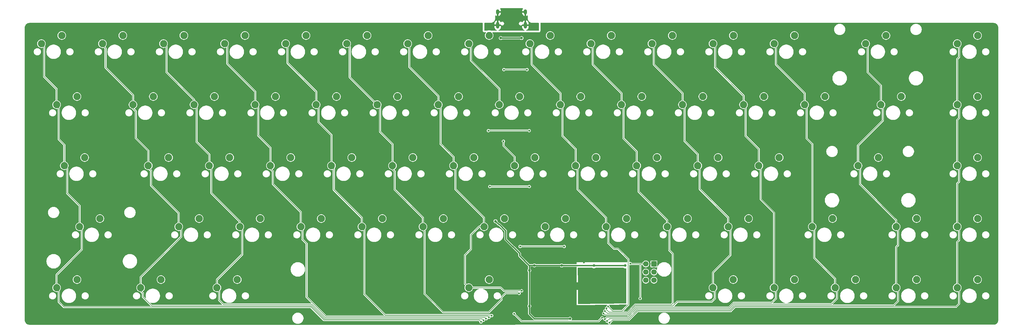
<source format=gbr>
G04 #@! TF.GenerationSoftware,KiCad,Pcbnew,9.0.3*
G04 #@! TF.CreationDate,2025-08-18T15:49:34-07:00*
G04 #@! TF.ProjectId,PCB-Keyboard-EDIPO-ALPS,5043422d-4b65-4796-926f-6172642d4544,rev?*
G04 #@! TF.SameCoordinates,Original*
G04 #@! TF.FileFunction,Copper,L1,Top*
G04 #@! TF.FilePolarity,Positive*
%FSLAX46Y46*%
G04 Gerber Fmt 4.6, Leading zero omitted, Abs format (unit mm)*
G04 Created by KiCad (PCBNEW 9.0.3) date 2025-08-18 15:49:34*
%MOMM*%
%LPD*%
G01*
G04 APERTURE LIST*
G04 #@! TA.AperFunction,ComponentPad*
%ADD10C,2.250000*%
G04 #@! TD*
G04 #@! TA.AperFunction,ComponentPad*
%ADD11O,1.000000X2.100000*%
G04 #@! TD*
G04 #@! TA.AperFunction,ComponentPad*
%ADD12O,1.000000X1.600000*%
G04 #@! TD*
G04 #@! TA.AperFunction,ComponentPad*
%ADD13R,1.700000X1.700000*%
G04 #@! TD*
G04 #@! TA.AperFunction,ComponentPad*
%ADD14C,1.700000*%
G04 #@! TD*
G04 #@! TA.AperFunction,ViaPad*
%ADD15C,0.600000*%
G04 #@! TD*
G04 #@! TA.AperFunction,ViaPad*
%ADD16C,0.800000*%
G04 #@! TD*
G04 #@! TA.AperFunction,Conductor*
%ADD17C,0.381000*%
G04 #@! TD*
G04 #@! TA.AperFunction,Conductor*
%ADD18C,0.200000*%
G04 #@! TD*
G04 APERTURE END LIST*
D10*
X82173486Y-126889014D03*
X75823486Y-129429014D03*
X356017236Y-126889014D03*
X349667236Y-129429014D03*
X170279736Y-126889014D03*
X163929736Y-129429014D03*
X98842236Y-88789014D03*
X92492236Y-91329014D03*
X160754736Y-107839014D03*
X154404736Y-110379014D03*
X132179736Y-126889014D03*
X125829736Y-129429014D03*
X246479736Y-126889014D03*
X240129736Y-129429014D03*
X151229736Y-126889014D03*
X144879736Y-129429014D03*
X336967236Y-126889014D03*
X330617236Y-129429014D03*
X317917236Y-145939014D03*
X311567236Y-148479014D03*
X232192236Y-88789014D03*
X225842236Y-91329014D03*
X222667236Y-69739014D03*
X216317236Y-72279014D03*
X308392236Y-88789014D03*
X302042236Y-91329014D03*
X279817236Y-69739014D03*
X273467236Y-72279014D03*
X165517236Y-69739014D03*
X159167236Y-72279014D03*
X336967236Y-145939014D03*
X330617236Y-148479014D03*
X101223486Y-145939014D03*
X94873486Y-148479014D03*
X356017236Y-88789014D03*
X349667236Y-91329014D03*
X241717236Y-69739014D03*
X235367236Y-72279014D03*
X77410986Y-107839014D03*
X71060986Y-110379014D03*
X217904736Y-107839014D03*
X211554736Y-110379014D03*
X356017236Y-145939014D03*
X349667236Y-148479014D03*
X75029736Y-145939014D03*
X68679736Y-148479014D03*
X203617236Y-69739014D03*
X197267236Y-72279014D03*
X260767236Y-69739014D03*
X254417236Y-72279014D03*
X356017236Y-69739014D03*
X349667236Y-72279014D03*
X127417236Y-69739014D03*
X121067236Y-72279014D03*
X227429736Y-126889014D03*
X221079736Y-129429014D03*
X325060986Y-107839014D03*
X318710986Y-110379014D03*
X275054736Y-107839014D03*
X268704736Y-110379014D03*
X289342236Y-88789014D03*
X282992236Y-91329014D03*
X298867236Y-145939014D03*
X292517236Y-148479014D03*
X332204736Y-88789014D03*
X325854736Y-91329014D03*
X125028600Y-145939014D03*
X118678600Y-148479014D03*
X155992236Y-88789014D03*
X149642236Y-91329014D03*
X194092236Y-88789014D03*
X187742236Y-91329014D03*
X103604736Y-107839014D03*
X97254736Y-110379014D03*
X270292236Y-88789014D03*
X263942236Y-91329014D03*
X136942236Y-88789014D03*
X130592236Y-91329014D03*
X146467236Y-69739014D03*
X140117236Y-72279014D03*
X213142236Y-88789014D03*
X206792236Y-91329014D03*
X189329736Y-126889014D03*
X182979736Y-129429014D03*
X298867236Y-69739014D03*
X292517236Y-72279014D03*
X117892236Y-88789014D03*
X111542236Y-91329014D03*
X89317236Y-69739014D03*
X82967236Y-72279014D03*
X70267236Y-69739014D03*
X63917236Y-72279014D03*
X141704736Y-107839014D03*
X135354736Y-110379014D03*
X265529736Y-126889014D03*
X259179736Y-129429014D03*
X256004736Y-107839014D03*
X249654736Y-110379014D03*
X310773486Y-126889014D03*
X304423486Y-129429014D03*
X198854736Y-107839014D03*
X192504736Y-110379014D03*
X279800100Y-145939014D03*
X273450100Y-148479014D03*
X251242236Y-88789014D03*
X244892236Y-91329014D03*
X203617236Y-145939014D03*
X197267236Y-148479014D03*
X294104736Y-107839014D03*
X287754736Y-110379014D03*
X75029736Y-88789014D03*
X68679736Y-91329014D03*
X236954736Y-107839014D03*
X230604736Y-110379014D03*
X108367236Y-69739014D03*
X102017236Y-72279014D03*
X122654736Y-107839014D03*
X116304736Y-110379014D03*
X184567236Y-69739014D03*
X178217236Y-72279014D03*
X179804736Y-107839014D03*
X173454736Y-110379014D03*
X175042236Y-88789014D03*
X168692236Y-91329014D03*
X113129736Y-126889014D03*
X106779736Y-129429014D03*
X208379736Y-126889014D03*
X202029736Y-129429014D03*
X356017236Y-107839014D03*
X349667236Y-110379014D03*
X284579736Y-126889014D03*
X278229736Y-129429014D03*
X327442236Y-69739014D03*
X321092236Y-72279014D03*
D11*
X214920236Y-66523814D03*
D12*
X214920236Y-62343814D03*
D11*
X206280236Y-66523814D03*
D12*
X206280236Y-62343814D03*
D13*
X255036500Y-141051250D03*
D14*
X252496500Y-141051250D03*
X255036500Y-143591250D03*
X252496500Y-143591250D03*
X255036500Y-146131250D03*
X252496500Y-146131250D03*
D15*
X211937500Y-128231250D03*
X204562500Y-98431250D03*
X332497500Y-159171250D03*
X224697500Y-159671250D03*
X111737500Y-128931250D03*
X167937500Y-136131250D03*
X129537500Y-111745564D03*
X255537500Y-129745564D03*
X219537500Y-93745564D03*
X213887500Y-118331250D03*
X210237500Y-107731250D03*
X216752236Y-83044014D03*
X327537500Y-75745564D03*
X310595500Y-129605350D03*
X70537500Y-129731250D03*
X209437500Y-74381250D03*
X272497900Y-77221150D03*
X198837500Y-68631250D03*
X309537500Y-111745564D03*
X166935800Y-106588050D03*
X217837500Y-133031250D03*
X210312500Y-118306250D03*
X213887500Y-115431250D03*
X345537500Y-111745564D03*
X215362500Y-69275000D03*
X207312500Y-118306250D03*
X190137500Y-145531250D03*
D16*
X212187500Y-82768750D03*
D15*
X208087500Y-78481250D03*
X205837500Y-69275000D03*
X111537500Y-111745564D03*
X291537500Y-78014850D03*
X294367500Y-159141250D03*
X201537500Y-147031250D03*
X327537500Y-129745564D03*
X207537500Y-105481250D03*
X184264736Y-105919014D03*
X275737500Y-110931250D03*
X145137500Y-89256250D03*
X210712500Y-101031250D03*
X183537500Y-93745564D03*
X217837500Y-128331250D03*
X165507500Y-159531250D03*
D16*
X222737500Y-67331250D03*
D15*
X92075000Y-146843750D03*
X129337500Y-127131250D03*
X214237500Y-79431250D03*
X204912500Y-115406250D03*
X214237500Y-81381250D03*
X152737500Y-147131250D03*
X215037500Y-101031250D03*
X253887500Y-158231250D03*
X355537500Y-140731250D03*
X237537500Y-111745564D03*
X93537500Y-111745564D03*
D16*
X245987500Y-147071250D03*
D15*
X75537500Y-93745564D03*
X210712500Y-98131250D03*
X207287500Y-101031250D03*
X273537500Y-129745564D03*
X326937500Y-97931250D03*
X215037500Y-98131250D03*
X212677500Y-155811250D03*
X294137500Y-110531250D03*
X345537500Y-129745564D03*
D16*
X243837500Y-138237500D03*
X245937500Y-150231250D03*
D15*
X233187500Y-140581250D03*
X309537500Y-75745564D03*
X111537500Y-147745564D03*
X211362500Y-71381250D03*
X211587500Y-106381250D03*
X345537500Y-147745564D03*
X256137500Y-110731250D03*
X243877500Y-154671250D03*
X254137500Y-90931250D03*
X345537500Y-75745564D03*
X128137500Y-96331250D03*
X211887500Y-81131250D03*
D16*
X206794236Y-127731250D03*
X221712500Y-137537500D03*
D15*
X210312500Y-115406250D03*
X212487500Y-79531250D03*
X134137500Y-147731250D03*
X212437500Y-133231250D03*
X107317500Y-159311250D03*
X235127500Y-157661250D03*
X181237500Y-147745564D03*
X219331250Y-69275000D03*
X207287500Y-98131250D03*
D16*
X208362500Y-82806250D03*
D15*
X204912500Y-118306250D03*
X355937500Y-102531250D03*
X197890100Y-128811650D03*
X185337500Y-78731250D03*
X211362500Y-74431250D03*
X309537500Y-147745564D03*
X209012500Y-81656250D03*
X237537500Y-129745564D03*
X238137500Y-90931250D03*
D16*
X216762500Y-85181250D03*
D15*
X207312500Y-115406250D03*
X289165600Y-147066750D03*
X148680700Y-111745564D03*
X209437500Y-71331250D03*
X224667500Y-157411250D03*
D16*
X235357500Y-148201250D03*
D15*
X209237500Y-103881250D03*
X204537500Y-100506250D03*
X345537500Y-93745564D03*
X109937500Y-96731250D03*
X327537500Y-147745564D03*
D16*
X216156250Y-137537500D03*
D15*
X165537500Y-93745564D03*
X93537500Y-129745564D03*
D16*
X226237500Y-141531250D03*
X217743750Y-141506250D03*
X216156250Y-154206250D03*
X246037500Y-141531250D03*
X236306250Y-141531250D03*
X216156250Y-143093750D03*
X205607500Y-127711250D03*
X228856250Y-158175000D03*
D15*
X215437500Y-80381250D03*
X208218750Y-80387500D03*
X216145200Y-99444750D03*
X203387500Y-99431250D03*
X216156250Y-116900000D03*
X203837500Y-116900000D03*
X213297500Y-135601250D03*
X227037500Y-135601250D03*
X211437500Y-156591150D03*
X238837500Y-157831250D03*
D16*
X213737500Y-70531250D03*
X207237500Y-70531250D03*
D15*
X247637500Y-140913977D03*
X250737500Y-151831250D03*
X201075439Y-159190125D03*
X201837500Y-158631250D03*
X202662500Y-158175000D03*
X203537500Y-157731250D03*
X204437500Y-157187500D03*
X212981250Y-150237500D03*
X213775000Y-149443750D03*
X208087500Y-102731250D03*
X240749649Y-154316671D03*
X240237500Y-154931250D03*
X239737500Y-155731250D03*
X239337500Y-156531250D03*
X239737500Y-158331250D03*
X240437500Y-158931250D03*
X241137500Y-159431250D03*
D16*
X203937500Y-66531250D03*
X210537500Y-64981250D03*
X209087500Y-62481250D03*
X212062500Y-62481250D03*
D15*
X216537500Y-67331250D03*
D17*
X243837500Y-138237500D02*
X222412500Y-138237500D01*
X209337500Y-133131250D02*
X209337500Y-130431250D01*
X212175000Y-82781250D02*
X212187500Y-82768750D01*
X208400000Y-82768750D02*
X208362500Y-82806250D01*
X216156250Y-137537500D02*
X214337500Y-137537500D01*
X213743750Y-137537500D02*
X213037500Y-136831250D01*
X213037500Y-136831250D02*
X209337500Y-133131250D01*
X209337500Y-130431250D02*
X206794236Y-127887986D01*
X214337500Y-137537500D02*
X213743750Y-137537500D01*
X221712500Y-137537500D02*
X216156250Y-137537500D01*
X206794236Y-127887986D02*
X206794236Y-127731250D01*
X222412500Y-138237500D02*
X221712500Y-137537500D01*
X212187500Y-82768750D02*
X208400000Y-82768750D01*
X236306250Y-141531250D02*
X246037500Y-141531250D01*
X226237500Y-141531250D02*
X236306250Y-141531250D01*
X217743750Y-158175000D02*
X216156250Y-156587500D01*
X216156250Y-156587500D02*
X216156250Y-154206250D01*
X216156250Y-154206250D02*
X216156250Y-143093750D01*
X217743750Y-141506250D02*
X226212500Y-141506250D01*
X216156250Y-141506250D02*
X216112500Y-141506250D01*
X213137500Y-137754322D02*
X208755500Y-133372322D01*
X216156250Y-143093750D02*
X216156250Y-141506250D01*
X216156250Y-141506250D02*
X217743750Y-141506250D01*
X208755500Y-133372322D02*
X208755500Y-130672322D01*
X206775964Y-128692786D02*
X206589036Y-128692786D01*
X216112500Y-141506250D02*
X213137500Y-138531250D01*
X206589036Y-128692786D02*
X205607500Y-127711250D01*
X228856250Y-158175000D02*
X217743750Y-158175000D01*
X208755500Y-130672322D02*
X206775964Y-128692786D01*
X213137500Y-138531250D02*
X213137500Y-137754322D01*
X226212500Y-141506250D02*
X226237500Y-141531250D01*
D18*
X208218750Y-80387500D02*
X215431250Y-80387500D01*
X215431250Y-80387500D02*
X215437500Y-80381250D01*
X203387500Y-99431250D02*
X216131700Y-99431250D01*
X216131700Y-99431250D02*
X216145200Y-99444750D01*
X203837500Y-116900000D02*
X216156250Y-116900000D01*
X213297500Y-135601250D02*
X227037500Y-135601250D01*
X237700000Y-158968750D02*
X238837500Y-157831250D01*
X211437500Y-156591150D02*
X213815100Y-158968750D01*
X213815100Y-158968750D02*
X214037500Y-158968750D01*
X214037500Y-158968750D02*
X229650000Y-158968750D01*
X229650000Y-158968750D02*
X237700000Y-158968750D01*
D17*
X207237500Y-70531250D02*
X213737500Y-70531250D01*
D18*
X247637500Y-140913977D02*
X247774773Y-141051250D01*
X250737500Y-141051250D02*
X252496500Y-141051250D01*
X250737500Y-151831250D02*
X250737500Y-141051250D01*
X247774773Y-141051250D02*
X250737500Y-141051250D01*
X148005300Y-154533250D02*
X70939500Y-154533250D01*
X76537500Y-129895621D02*
X75947189Y-129305310D01*
X71060986Y-103854736D02*
X69337500Y-102131250D01*
X69337500Y-149136778D02*
X68679736Y-148479014D01*
X69337500Y-91986778D02*
X68679736Y-91329014D01*
X75823486Y-129429014D02*
X75823486Y-122817236D01*
X71937500Y-111255528D02*
X71060986Y-110379014D01*
X69337500Y-102131250D02*
X69337500Y-91986778D01*
X201075439Y-159190125D02*
X200480564Y-158595250D01*
X64737500Y-73099278D02*
X63917236Y-72279014D01*
X76537500Y-136531250D02*
X76537500Y-129895621D01*
X68679736Y-91329014D02*
X68679736Y-86473486D01*
X68679736Y-148479014D02*
X68679736Y-144389014D01*
X69337500Y-152931250D02*
X69337500Y-149136778D01*
X70939500Y-154533250D02*
X69337500Y-152931250D01*
X68679736Y-86473486D02*
X64737500Y-82531250D01*
X71937500Y-118931250D02*
X71937500Y-111255528D01*
X200480564Y-158595250D02*
X152067300Y-158595250D01*
X152067300Y-158595250D02*
X148005300Y-154533250D01*
X75823486Y-122817236D02*
X71937500Y-118931250D01*
X64737500Y-82531250D02*
X64737500Y-73099278D01*
X68679736Y-144389014D02*
X76537500Y-136531250D01*
X71060986Y-110379014D02*
X71060986Y-103854736D01*
X94873486Y-148479014D02*
X94873486Y-145195264D01*
X97254736Y-105648486D02*
X93337500Y-101731250D01*
X98137500Y-111931250D02*
X97254736Y-111048486D01*
X93337500Y-93331250D02*
X92492236Y-92485986D01*
X201837500Y-158631250D02*
X201400500Y-158194250D01*
X98684375Y-141384375D02*
X107537500Y-132531250D01*
X106779736Y-125173486D02*
X98137500Y-116531250D01*
X92492236Y-88285986D02*
X83937500Y-79731250D01*
X148171400Y-154132250D02*
X98384486Y-154132250D01*
X107537500Y-130186778D02*
X106779736Y-129429014D01*
X97254736Y-111048486D02*
X97254736Y-110379014D01*
X152233400Y-158194250D02*
X148171400Y-154132250D01*
X83937500Y-73731250D02*
X82967236Y-72760986D01*
X97254736Y-110379014D02*
X97254736Y-105648486D01*
X82967236Y-72760986D02*
X82967236Y-72279014D01*
X98137500Y-116531250D02*
X98137500Y-111931250D01*
X106779736Y-129429014D02*
X106779736Y-125173486D01*
X83937500Y-79731250D02*
X83937500Y-73731250D01*
X93337500Y-101731250D02*
X93337500Y-93331250D01*
X107537500Y-132531250D02*
X107537500Y-130186778D01*
X92492236Y-91329014D02*
X92492236Y-88285986D01*
X95600000Y-150200000D02*
X95600000Y-151347764D01*
X92492236Y-92485986D02*
X92492236Y-91329014D01*
X94873486Y-149473486D02*
X95600000Y-150200000D01*
X94873486Y-148479014D02*
X94873486Y-149473486D01*
X94873486Y-145195264D02*
X98684375Y-141384375D01*
X201400500Y-158194250D02*
X152233400Y-158194250D01*
X126537500Y-130136778D02*
X125829736Y-129429014D01*
X202280750Y-157793250D02*
X153137500Y-157793250D01*
X125829736Y-129429014D02*
X125829736Y-127823486D01*
X119337500Y-152331250D02*
X119337500Y-149137914D01*
X119337500Y-149137914D02*
X118678600Y-148479014D01*
X116304736Y-106898486D02*
X112337500Y-102931250D01*
X118678600Y-145990150D02*
X126537500Y-138131250D01*
X102937500Y-73199278D02*
X102017236Y-72279014D01*
X112337500Y-102931250D02*
X112337500Y-92124278D01*
X111542236Y-89735986D02*
X102937500Y-81131250D01*
X112337500Y-92124278D02*
X111542236Y-91329014D01*
X120737500Y-153731250D02*
X119337500Y-152331250D01*
X152399500Y-157793250D02*
X148337500Y-153731250D01*
X202662500Y-158175000D02*
X202280750Y-157793250D01*
X125829736Y-127823486D02*
X116937500Y-118931250D01*
X118678600Y-148479014D02*
X118678600Y-145990150D01*
X148337500Y-153731250D02*
X120737500Y-153731250D01*
X116937500Y-111011778D02*
X116304736Y-110379014D01*
X116937500Y-118931250D02*
X116937500Y-111011778D01*
X111542236Y-91329014D02*
X111542236Y-89735986D01*
X153137500Y-157793250D02*
X152399500Y-157793250D01*
X126537500Y-138131250D02*
X126537500Y-130136778D01*
X116304736Y-110379014D02*
X116304736Y-106898486D01*
X102937500Y-81131250D02*
X102937500Y-73199278D01*
X144879736Y-124873486D02*
X136137500Y-116131250D01*
X130592236Y-87185986D02*
X121937500Y-78531250D01*
X121937500Y-78531250D02*
X121937500Y-73149278D01*
X136137500Y-112131250D02*
X135354736Y-111348486D01*
X145337500Y-133331250D02*
X146671875Y-134665625D01*
X130592236Y-91329014D02*
X130592236Y-87185986D01*
X146671875Y-151396875D02*
X152667250Y-157392250D01*
X135354736Y-110379014D02*
X135354736Y-104748486D01*
X131537500Y-92274278D02*
X130592236Y-91329014D01*
X203198500Y-157392250D02*
X203537500Y-157731250D01*
X136137500Y-116131250D02*
X136137500Y-112131250D01*
X152667250Y-157392250D02*
X203198500Y-157392250D01*
X144879736Y-129429014D02*
X145337500Y-129886778D01*
X135354736Y-111348486D02*
X135354736Y-110379014D01*
X145337500Y-129886778D02*
X145337500Y-133331250D01*
X131537500Y-100931250D02*
X131537500Y-92274278D01*
X121937500Y-73149278D02*
X121067236Y-72279014D01*
X135354736Y-104748486D02*
X131537500Y-100931250D01*
X144879736Y-129429014D02*
X144879736Y-124873486D01*
X146671875Y-134665625D02*
X146671875Y-151396875D01*
X155137500Y-111111778D02*
X154404736Y-110379014D01*
X149642236Y-91329014D02*
X149642236Y-87235986D01*
X154404736Y-110379014D02*
X154404736Y-100798486D01*
X140737500Y-72899278D02*
X140117236Y-72279014D01*
X163929736Y-129429014D02*
X163929736Y-126659014D01*
X204241250Y-156991250D02*
X171199736Y-156991250D01*
X155137500Y-117866778D02*
X155137500Y-111111778D01*
X140737500Y-78331250D02*
X140737500Y-72899278D01*
X150337500Y-96731250D02*
X150337500Y-92024278D01*
X154404736Y-100798486D02*
X150337500Y-96731250D01*
X164637500Y-150429014D02*
X164637500Y-130136778D01*
X164637500Y-130136778D02*
X163929736Y-129429014D01*
X149642236Y-87235986D02*
X140737500Y-78331250D01*
X204437500Y-157187500D02*
X204241250Y-156991250D01*
X171199736Y-156991250D02*
X164637500Y-150429014D01*
X163929736Y-126659014D02*
X155137500Y-117866778D01*
X150337500Y-92024278D02*
X149642236Y-91329014D01*
X183437500Y-148031250D02*
X183437500Y-150331250D01*
X208672576Y-150237500D02*
X212981250Y-150237500D01*
X169537500Y-99731250D02*
X169537500Y-92174278D01*
X183437500Y-148031250D02*
X183437500Y-130831250D01*
X174137500Y-117816778D02*
X174137500Y-112131250D01*
X169537500Y-92174278D02*
X168692236Y-91329014D01*
X182979736Y-126659014D02*
X174137500Y-117816778D01*
X168692236Y-91329014D02*
X160137500Y-82774278D01*
X189237500Y-156131250D02*
X192037500Y-156131250D01*
X203537500Y-156131250D02*
X207537500Y-152131250D01*
X173454736Y-103648486D02*
X169537500Y-99731250D01*
X183437500Y-150331250D02*
X189237500Y-156131250D01*
X174137500Y-112131250D02*
X173454736Y-111448486D01*
X182979736Y-130373486D02*
X183437500Y-130831250D01*
X182979736Y-129429014D02*
X182979736Y-130373486D01*
X192037500Y-156131250D02*
X203537500Y-156131250D01*
X207537500Y-151372576D02*
X208672576Y-150237500D01*
X173454736Y-110379014D02*
X173454736Y-103648486D01*
X160137500Y-82774278D02*
X160137500Y-73249278D01*
X182979736Y-129429014D02*
X182979736Y-126659014D01*
X160137500Y-73249278D02*
X159167236Y-72279014D01*
X173454736Y-111448486D02*
X173454736Y-110379014D01*
X207537500Y-152131250D02*
X207537500Y-151372576D01*
X193137500Y-111011778D02*
X193137500Y-117766778D01*
X188437500Y-92024278D02*
X187742236Y-91329014D01*
X193137500Y-117766778D02*
X202029736Y-126659014D01*
X178737500Y-79554278D02*
X178737500Y-72799278D01*
X189982236Y-105086514D02*
X188437500Y-103541778D01*
X192382236Y-107486514D02*
X192504736Y-107609014D01*
X188437500Y-103541778D02*
X188437500Y-92024278D01*
X197267236Y-148479014D02*
X196037500Y-147249278D01*
X192504736Y-110379014D02*
X193137500Y-111011778D01*
X196037500Y-138331250D02*
X197937500Y-136431250D01*
X207272764Y-148479014D02*
X208237500Y-149443750D01*
X200438746Y-129429014D02*
X202029736Y-129429014D01*
X197937500Y-136431250D02*
X197937500Y-131930260D01*
X202029736Y-126659014D02*
X202029736Y-129429014D01*
X197937500Y-131930260D02*
X200438746Y-129429014D01*
X208237500Y-149443750D02*
X213775000Y-149443750D01*
X197267236Y-148479014D02*
X207272764Y-148479014D01*
X192504736Y-107609014D02*
X192504736Y-110379014D01*
X187742236Y-88559014D02*
X178737500Y-79554278D01*
X187742236Y-91329014D02*
X187742236Y-88559014D01*
X192382236Y-107486514D02*
X189982236Y-105086514D01*
X178737500Y-72799278D02*
X178217236Y-72279014D01*
X196037500Y-147249278D02*
X196037500Y-138331250D01*
X206792236Y-86385986D02*
X197937500Y-77531250D01*
X211507236Y-107561514D02*
X208087500Y-104141778D01*
X211554736Y-110379014D02*
X211554736Y-107609014D01*
X211554736Y-107609014D02*
X211507236Y-107561514D01*
X197937500Y-72949278D02*
X197267236Y-72279014D01*
X208087500Y-104141778D02*
X208087500Y-102731250D01*
X197937500Y-76731250D02*
X197937500Y-72949278D01*
X206792236Y-89531250D02*
X206792236Y-86385986D01*
X206792236Y-91329014D02*
X206792236Y-89531250D01*
X197937500Y-77531250D02*
X197937500Y-76731250D01*
X240749649Y-154316671D02*
X242161228Y-155728250D01*
X240749900Y-130049178D02*
X240129736Y-129429014D01*
X225842236Y-91329014D02*
X225842236Y-87711886D01*
X247037500Y-139531250D02*
X243837500Y-136331250D01*
X240749900Y-134443650D02*
X240749900Y-131192750D01*
X240129736Y-126659014D02*
X231225500Y-117754778D01*
X231225500Y-110999778D02*
X230604736Y-110379014D01*
X245140500Y-155728250D02*
X247037500Y-153831250D01*
X216938900Y-78808550D02*
X216938900Y-72900678D01*
X216938900Y-72900678D02*
X216317236Y-72279014D01*
X240129736Y-129429014D02*
X240129736Y-126659014D01*
X230604736Y-110379014D02*
X230604736Y-105173586D01*
X242161228Y-155728250D02*
X245140500Y-155728250D01*
X231225500Y-117754778D02*
X231225500Y-110999778D01*
X247037500Y-153831250D02*
X247037500Y-139531250D01*
X240749900Y-131192750D02*
X240749900Y-130049178D01*
X230604736Y-105173586D02*
X226463300Y-101032150D01*
X225842236Y-87711886D02*
X216938900Y-78808550D01*
X242637500Y-136331250D02*
X240749900Y-134443650D01*
X226463300Y-91950078D02*
X225842236Y-91329014D01*
X243837500Y-136331250D02*
X242637500Y-136331250D01*
X226463300Y-101032150D02*
X226463300Y-91950078D01*
X259179736Y-129429014D02*
X259179736Y-127398986D01*
X240237500Y-154931250D02*
X240237500Y-155331250D01*
X250274300Y-110998578D02*
X249654736Y-110379014D01*
X244892236Y-87713086D02*
X235987700Y-78808550D01*
X260937500Y-153281250D02*
X260937500Y-137887450D01*
X249654736Y-110379014D02*
X249654736Y-105968486D01*
X259179736Y-127398986D02*
X250274300Y-118493550D01*
X245512100Y-101825850D02*
X245512100Y-91948878D01*
X244892236Y-91329014D02*
X244892236Y-87713086D01*
X240237500Y-155331250D02*
X241035500Y-156129250D01*
X245512100Y-91948878D02*
X244892236Y-91329014D01*
X259798700Y-136748650D02*
X259798700Y-130047978D01*
X259798700Y-130047978D02*
X259179736Y-129429014D01*
X260437500Y-153781250D02*
X260937500Y-153281250D01*
X235987700Y-78808550D02*
X235987700Y-72899478D01*
X249654736Y-105968486D02*
X245512100Y-101825850D01*
X260937500Y-137887450D02*
X259798700Y-136748650D01*
X235987700Y-72899478D02*
X235367236Y-72279014D01*
X250274300Y-118493550D02*
X250274300Y-110998578D01*
X241035500Y-156129250D02*
X246769500Y-156129250D01*
X246769500Y-156129250D02*
X249117500Y-153781250D01*
X249117500Y-153781250D02*
X260437500Y-153781250D01*
X240536500Y-156530250D02*
X246935600Y-156530250D01*
X239737500Y-155731250D02*
X240536500Y-156530250D01*
X255036500Y-78808550D02*
X255036500Y-72898278D01*
X264560900Y-102619550D02*
X264560900Y-91947678D01*
X255036500Y-72898278D02*
X254417236Y-72279014D01*
X262366836Y-152821250D02*
X273093000Y-152821250D01*
X273450100Y-143733450D02*
X278847500Y-138336050D01*
X273450100Y-148479014D02*
X273450100Y-143733450D01*
X263942236Y-87714286D02*
X255036500Y-78808550D01*
X278847500Y-138336050D02*
X278847500Y-130046778D01*
X273093000Y-152821250D02*
X274085300Y-151828950D01*
X268704736Y-110379014D02*
X268704736Y-106763386D01*
X274085300Y-151828950D02*
X274085300Y-149114214D01*
X269323100Y-110997378D02*
X268704736Y-110379014D01*
X278229736Y-129429014D02*
X278229736Y-126606486D01*
X268704736Y-106763386D02*
X264560900Y-102619550D01*
X246935600Y-156530250D02*
X249283600Y-154182250D01*
X263942236Y-91329014D02*
X263942236Y-87714286D01*
X261005836Y-154182250D02*
X262366836Y-152821250D01*
X269323100Y-117699850D02*
X269323100Y-110997378D01*
X278847500Y-130046778D02*
X278229736Y-129429014D01*
X264560900Y-91947678D02*
X263942236Y-91329014D01*
X278229736Y-126606486D02*
X269323100Y-117699850D01*
X249283600Y-154182250D02*
X261005836Y-154182250D01*
X274085300Y-149114214D02*
X273450100Y-148479014D01*
X282992236Y-91329014D02*
X282992236Y-88509186D01*
X288371900Y-110996178D02*
X287754736Y-110379014D01*
X274085300Y-79602250D02*
X274138500Y-79549050D01*
X249449700Y-154583250D02*
X278484300Y-154583250D01*
X287754736Y-110379014D02*
X287754736Y-105177186D01*
X239337500Y-156531250D02*
X239737500Y-156931250D01*
X293134100Y-151828950D02*
X293134100Y-149095878D01*
X247101700Y-156931250D02*
X249449700Y-154583250D01*
X279845300Y-153222250D02*
X291740800Y-153222250D01*
X293134100Y-149095878D02*
X292517236Y-148479014D01*
X292517236Y-125019986D02*
X288371900Y-120874650D01*
X239737500Y-156931250D02*
X247101700Y-156931250D01*
X283609700Y-101032150D02*
X283609700Y-91946478D01*
X278484300Y-154583250D02*
X279845300Y-153222250D01*
X288371900Y-120874650D02*
X288371900Y-110996178D01*
X282992236Y-88509186D02*
X274085300Y-79602250D01*
X274138500Y-72950278D02*
X273467236Y-72279014D01*
X292517236Y-148479014D02*
X292517236Y-125019986D01*
X283609700Y-91946478D02*
X282992236Y-91329014D01*
X274138500Y-79549050D02*
X274138500Y-72950278D01*
X291740800Y-153222250D02*
X293134100Y-151828950D01*
X287754736Y-105177186D02*
X283609700Y-101032150D01*
X305039600Y-139129750D02*
X305039600Y-130045128D01*
X249615800Y-154984250D02*
X278650400Y-154984250D01*
X280011400Y-153623250D02*
X310388600Y-153623250D01*
X304423486Y-103590836D02*
X302658500Y-101825850D01*
X278650400Y-154984250D02*
X280011400Y-153623250D01*
X310388600Y-153623250D02*
X312182900Y-151828950D01*
X311567236Y-145657386D02*
X305039600Y-139129750D01*
X293134100Y-78808550D02*
X293134100Y-72895878D01*
X311567236Y-148479014D02*
X311567236Y-145657386D01*
X302658500Y-101825850D02*
X302658500Y-91945278D01*
X304423486Y-129429014D02*
X304423486Y-103590836D01*
X293134100Y-72895878D02*
X292517236Y-72279014D01*
X305039600Y-130045128D02*
X304423486Y-129429014D01*
X312182900Y-149094678D02*
X311567236Y-148479014D01*
X239737500Y-158331250D02*
X240337500Y-157731250D01*
X302042236Y-87716686D02*
X293134100Y-78808550D01*
X312182900Y-151828950D02*
X312182900Y-149094678D01*
X302658500Y-91945278D02*
X302042236Y-91329014D01*
X246868800Y-157731250D02*
X249615800Y-154984250D01*
X302042236Y-91329014D02*
X302042236Y-87716686D01*
X240337500Y-157731250D02*
X246868800Y-157731250D01*
X278816500Y-155385250D02*
X280171400Y-154030350D01*
X330617236Y-135775714D02*
X331231700Y-135161250D01*
X240437500Y-158931250D02*
X241236500Y-158132250D01*
X325854736Y-85337086D02*
X321707300Y-81189650D01*
X330617236Y-127403486D02*
X319326200Y-116112450D01*
X326469500Y-96269950D02*
X326469500Y-91943778D01*
X321707300Y-81189650D02*
X321707300Y-72894078D01*
X331231700Y-152622650D02*
X331231700Y-149093478D01*
X329824000Y-154030350D02*
X331231700Y-152622650D01*
X280171400Y-154030350D02*
X329824000Y-154030350D01*
X331231700Y-149093478D02*
X330617236Y-148479014D01*
X331231700Y-130043478D02*
X330617236Y-129429014D01*
X321707300Y-72894078D02*
X321092236Y-72279014D01*
X319326200Y-116112450D02*
X319326200Y-110994228D01*
X249781900Y-155385250D02*
X278816500Y-155385250D01*
X330617236Y-129429014D02*
X330617236Y-127403486D01*
X318710986Y-104028464D02*
X326469500Y-96269950D01*
X318710986Y-110379014D02*
X318710986Y-104028464D01*
X331231700Y-135161250D02*
X331231700Y-130043478D01*
X325854736Y-91329014D02*
X325854736Y-85337086D01*
X247034900Y-158132250D02*
X249781900Y-155385250D01*
X330617236Y-148479014D02*
X330617236Y-135775714D01*
X241236500Y-158132250D02*
X247034900Y-158132250D01*
X319326200Y-110994228D02*
X318710986Y-110379014D01*
X326469500Y-91943778D02*
X325854736Y-91329014D01*
X349667236Y-110379014D02*
X349667236Y-96089514D01*
X349667236Y-91329014D02*
X349667236Y-77040714D01*
X350280500Y-130042278D02*
X349667236Y-129429014D01*
X349667236Y-134187114D02*
X350280500Y-133573850D01*
X350280500Y-72892278D02*
X349667236Y-72279014D01*
X241137500Y-159431250D02*
X241237500Y-159431250D01*
X349667236Y-96089514D02*
X350280500Y-95476250D01*
X280387600Y-154431350D02*
X349327136Y-154431350D01*
X350280500Y-153477986D02*
X350280500Y-149092278D01*
X350280500Y-95476250D02*
X350280500Y-91942278D01*
X349667236Y-115932014D02*
X350280500Y-115318750D01*
X350280500Y-115318750D02*
X350280500Y-110992278D01*
X279032700Y-155786250D02*
X280387600Y-154431350D01*
X349667236Y-77040714D02*
X350280500Y-76427450D01*
X241237500Y-159431250D02*
X242135500Y-158533250D01*
X350280500Y-76427450D02*
X350280500Y-72892278D01*
X349667236Y-148479014D02*
X349667236Y-134187114D01*
X349667236Y-129429014D02*
X349667236Y-115932014D01*
X242135500Y-158533250D02*
X247201000Y-158533250D01*
X350280500Y-149092278D02*
X349667236Y-148479014D01*
X350280500Y-110992278D02*
X349667236Y-110379014D01*
X349327136Y-154431350D02*
X350280500Y-153477986D01*
X350280500Y-91942278D02*
X349667236Y-91329014D01*
X350280500Y-133573850D02*
X350280500Y-130042278D01*
X249948000Y-155786250D02*
X279032700Y-155786250D01*
X247201000Y-158533250D02*
X249948000Y-155786250D01*
X98384486Y-154132250D02*
X96326118Y-152073882D01*
X95600000Y-151347764D02*
X96326118Y-152073882D01*
G04 #@! TA.AperFunction,Conductor*
G36*
X214095201Y-61251435D02*
G01*
X214140956Y-61304239D01*
X214150900Y-61373397D01*
X214131264Y-61424641D01*
X214034050Y-61570129D01*
X214034043Y-61570142D01*
X213958666Y-61752120D01*
X213958663Y-61752132D01*
X213920236Y-61945318D01*
X213920236Y-62093814D01*
X214620236Y-62093814D01*
X214620236Y-62593814D01*
X213920236Y-62593814D01*
X213920236Y-62742309D01*
X213958663Y-62935495D01*
X213958666Y-62935507D01*
X214034043Y-63117485D01*
X214034050Y-63117498D01*
X214143484Y-63281276D01*
X214143487Y-63281280D01*
X214282769Y-63420562D01*
X214282773Y-63420565D01*
X214446551Y-63529999D01*
X214446564Y-63530006D01*
X214628544Y-63605383D01*
X214670236Y-63613676D01*
X214670236Y-62810802D01*
X214680176Y-62828019D01*
X214736031Y-62883874D01*
X214804440Y-62923370D01*
X214880740Y-62943814D01*
X214959732Y-62943814D01*
X215036032Y-62923370D01*
X215104441Y-62883874D01*
X215160296Y-62828019D01*
X215170236Y-62810802D01*
X215170236Y-63613676D01*
X215211926Y-63605383D01*
X215211928Y-63605383D01*
X215393907Y-63530006D01*
X215393922Y-63529998D01*
X215462904Y-63483905D01*
X215529581Y-63463026D01*
X215596962Y-63481510D01*
X215643652Y-63533488D01*
X215655796Y-63587014D01*
X215655754Y-64223953D01*
X215655754Y-64223963D01*
X215655753Y-64229547D01*
X215655752Y-64229554D01*
X215655751Y-64239376D01*
X215655751Y-64244084D01*
X215655737Y-64244128D01*
X215655732Y-64402771D01*
X215655732Y-64402775D01*
X215685076Y-64606902D01*
X215686273Y-64615226D01*
X215686274Y-64615228D01*
X215746741Y-64821176D01*
X215835901Y-65016415D01*
X215835904Y-65016421D01*
X215951947Y-65196991D01*
X216092509Y-65359206D01*
X216254726Y-65499765D01*
X216435297Y-65615806D01*
X216630545Y-65704967D01*
X216630556Y-65704970D01*
X216630561Y-65704972D01*
X216728598Y-65733754D01*
X216836495Y-65765431D01*
X217048954Y-65795969D01*
X217156275Y-65795964D01*
X219013500Y-65795964D01*
X219080539Y-65815649D01*
X219126294Y-65868453D01*
X219137500Y-65919964D01*
X219137500Y-68132250D01*
X219117815Y-68199289D01*
X219065011Y-68245044D01*
X219013500Y-68256250D01*
X215302100Y-68256250D01*
X215235061Y-68236565D01*
X215189306Y-68183761D01*
X215179362Y-68114603D01*
X215208387Y-68051047D01*
X215254648Y-68017689D01*
X215393907Y-67960006D01*
X215393920Y-67959999D01*
X215557698Y-67850565D01*
X215557702Y-67850562D01*
X215696984Y-67711280D01*
X215696987Y-67711276D01*
X215806421Y-67547498D01*
X215806428Y-67547485D01*
X215881805Y-67365507D01*
X215881808Y-67365495D01*
X215920235Y-67172309D01*
X215920236Y-67172306D01*
X215920236Y-66773814D01*
X215220236Y-66773814D01*
X215220236Y-66273814D01*
X215920236Y-66273814D01*
X215920236Y-65875322D01*
X215920235Y-65875318D01*
X215881808Y-65682132D01*
X215881805Y-65682120D01*
X215806428Y-65500142D01*
X215806421Y-65500129D01*
X215696987Y-65336351D01*
X215696984Y-65336347D01*
X215557702Y-65197065D01*
X215557698Y-65197062D01*
X215393920Y-65087628D01*
X215393907Y-65087621D01*
X215211927Y-65012243D01*
X215211919Y-65012241D01*
X215170236Y-65003949D01*
X215170236Y-65806825D01*
X215160296Y-65789609D01*
X215104441Y-65733754D01*
X215036032Y-65694258D01*
X214959732Y-65673814D01*
X214880740Y-65673814D01*
X214804440Y-65694258D01*
X214736031Y-65733754D01*
X214680176Y-65789609D01*
X214670236Y-65806825D01*
X214670236Y-65003950D01*
X214670235Y-65003949D01*
X214628552Y-65012241D01*
X214628544Y-65012243D01*
X214446564Y-65087621D01*
X214446551Y-65087628D01*
X214282773Y-65197062D01*
X214282769Y-65197065D01*
X214143484Y-65336350D01*
X214030663Y-65505201D01*
X214029239Y-65504249D01*
X213985978Y-65548265D01*
X213917836Y-65563706D01*
X213852163Y-65539855D01*
X213850143Y-65538120D01*
X213850047Y-65538246D01*
X213843603Y-65533301D01*
X213843601Y-65533299D01*
X213766267Y-65488650D01*
X213712372Y-65457533D01*
X213639186Y-65437923D01*
X213566002Y-65418314D01*
X213414470Y-65418314D01*
X213268099Y-65457533D01*
X213136871Y-65533299D01*
X213136868Y-65533301D01*
X213029723Y-65640446D01*
X213029721Y-65640449D01*
X212953955Y-65771677D01*
X212914736Y-65918048D01*
X212914736Y-66069579D01*
X212953955Y-66215950D01*
X212991838Y-66281564D01*
X213029721Y-66347179D01*
X213136871Y-66454329D01*
X213268101Y-66530095D01*
X213414470Y-66569314D01*
X213414472Y-66569314D01*
X213566000Y-66569314D01*
X213566002Y-66569314D01*
X213712371Y-66530095D01*
X213843601Y-66454329D01*
X213950751Y-66347179D01*
X213957313Y-66335814D01*
X214007880Y-66287598D01*
X214064700Y-66273814D01*
X214620236Y-66273814D01*
X214620236Y-66773814D01*
X213920236Y-66773814D01*
X213920236Y-67172309D01*
X213958663Y-67365495D01*
X213958666Y-67365507D01*
X214034043Y-67547485D01*
X214034050Y-67547498D01*
X214143484Y-67711276D01*
X214143487Y-67711280D01*
X214282769Y-67850562D01*
X214282773Y-67850565D01*
X214446551Y-67959999D01*
X214446564Y-67960006D01*
X214585824Y-68017689D01*
X214640228Y-68061530D01*
X214662293Y-68127824D01*
X214645014Y-68195523D01*
X214593877Y-68243134D01*
X214538372Y-68256250D01*
X206662100Y-68256250D01*
X206595061Y-68236565D01*
X206549306Y-68183761D01*
X206539362Y-68114603D01*
X206568387Y-68051047D01*
X206614648Y-68017689D01*
X206753907Y-67960006D01*
X206753920Y-67959999D01*
X206917698Y-67850565D01*
X206917702Y-67850562D01*
X207056984Y-67711280D01*
X207056987Y-67711276D01*
X207166421Y-67547498D01*
X207166428Y-67547485D01*
X207241805Y-67365507D01*
X207241808Y-67365495D01*
X207280235Y-67172309D01*
X207280236Y-67172306D01*
X207280236Y-66773814D01*
X206580236Y-66773814D01*
X206580236Y-66273814D01*
X207135772Y-66273814D01*
X207202811Y-66293499D01*
X207243159Y-66335814D01*
X207249718Y-66347175D01*
X207249720Y-66347178D01*
X207249721Y-66347179D01*
X207356871Y-66454329D01*
X207488101Y-66530095D01*
X207634470Y-66569314D01*
X207634472Y-66569314D01*
X207786000Y-66569314D01*
X207786002Y-66569314D01*
X207932371Y-66530095D01*
X208063601Y-66454329D01*
X208170751Y-66347179D01*
X208246517Y-66215949D01*
X208285736Y-66069580D01*
X208285736Y-65918048D01*
X208246517Y-65771679D01*
X208170751Y-65640449D01*
X208063601Y-65533299D01*
X207986267Y-65488650D01*
X207932372Y-65457533D01*
X207859186Y-65437923D01*
X207786002Y-65418314D01*
X207634470Y-65418314D01*
X207488099Y-65457533D01*
X207356871Y-65533299D01*
X207350425Y-65538246D01*
X207348335Y-65535523D01*
X207300453Y-65561280D01*
X207230794Y-65555857D01*
X207175124Y-65513635D01*
X207169535Y-65504790D01*
X207056987Y-65336351D01*
X207056984Y-65336347D01*
X206917702Y-65197065D01*
X206917698Y-65197062D01*
X206753920Y-65087628D01*
X206753907Y-65087621D01*
X206571927Y-65012243D01*
X206571919Y-65012241D01*
X206530236Y-65003949D01*
X206530236Y-65806825D01*
X206520296Y-65789609D01*
X206464441Y-65733754D01*
X206396032Y-65694258D01*
X206319732Y-65673814D01*
X206240740Y-65673814D01*
X206164440Y-65694258D01*
X206096031Y-65733754D01*
X206040176Y-65789609D01*
X206030236Y-65806825D01*
X206030236Y-65003950D01*
X206030235Y-65003949D01*
X205988552Y-65012241D01*
X205988544Y-65012243D01*
X205806564Y-65087621D01*
X205806551Y-65087628D01*
X205642773Y-65197062D01*
X205642769Y-65197065D01*
X205503487Y-65336347D01*
X205503484Y-65336351D01*
X205394050Y-65500129D01*
X205394043Y-65500142D01*
X205318666Y-65682120D01*
X205318663Y-65682132D01*
X205280236Y-65875318D01*
X205280236Y-66273814D01*
X205980236Y-66273814D01*
X205980236Y-66773814D01*
X205280236Y-66773814D01*
X205280236Y-67172309D01*
X205318663Y-67365495D01*
X205318666Y-67365507D01*
X205394043Y-67547485D01*
X205394050Y-67547498D01*
X205503484Y-67711276D01*
X205503487Y-67711280D01*
X205642769Y-67850562D01*
X205642773Y-67850565D01*
X205806551Y-67959999D01*
X205806564Y-67960006D01*
X205945824Y-68017689D01*
X206000228Y-68061530D01*
X206022293Y-68127824D01*
X206005014Y-68195523D01*
X205953877Y-68243134D01*
X205898372Y-68256250D01*
X204317389Y-68256250D01*
X204261093Y-68242734D01*
X204241215Y-68232605D01*
X204241208Y-68232602D01*
X203997876Y-68153540D01*
X203835514Y-68127824D01*
X203745166Y-68113514D01*
X203489306Y-68113514D01*
X203405069Y-68126856D01*
X203236595Y-68153540D01*
X202993263Y-68232602D01*
X202993256Y-68232605D01*
X202973379Y-68242734D01*
X202917083Y-68256250D01*
X202230250Y-68256250D01*
X202163211Y-68236565D01*
X202117456Y-68183761D01*
X202106250Y-68132250D01*
X202106250Y-65919964D01*
X202125935Y-65852925D01*
X202178739Y-65807170D01*
X202230250Y-65795964D01*
X204126545Y-65795964D01*
X204126690Y-65795953D01*
X204151045Y-65795955D01*
X204363502Y-65765418D01*
X204415152Y-65750254D01*
X204415153Y-65750254D01*
X204415157Y-65750253D01*
X204530169Y-65716486D01*
X204569450Y-65704954D01*
X204764696Y-65615794D01*
X204945265Y-65499754D01*
X205107481Y-65359196D01*
X205248041Y-65196982D01*
X205364084Y-65016415D01*
X205453246Y-64821170D01*
X205513713Y-64615223D01*
X205544254Y-64402766D01*
X205544250Y-64295446D01*
X205544296Y-63586741D01*
X205563985Y-63519707D01*
X205616792Y-63473955D01*
X205685951Y-63464016D01*
X205737187Y-63483651D01*
X205806551Y-63529999D01*
X205806564Y-63530006D01*
X205988544Y-63605383D01*
X206030236Y-63613676D01*
X206030236Y-62810802D01*
X206040176Y-62828019D01*
X206096031Y-62883874D01*
X206164440Y-62923370D01*
X206240740Y-62943814D01*
X206319732Y-62943814D01*
X206396032Y-62923370D01*
X206464441Y-62883874D01*
X206520296Y-62828019D01*
X206530236Y-62810802D01*
X206530236Y-63613676D01*
X206571926Y-63605383D01*
X206571928Y-63605383D01*
X206753907Y-63530006D01*
X206753920Y-63529999D01*
X206917698Y-63420565D01*
X206917702Y-63420562D01*
X207056984Y-63281280D01*
X207056987Y-63281276D01*
X207166421Y-63117498D01*
X207166428Y-63117485D01*
X207241805Y-62935507D01*
X207241808Y-62935495D01*
X207280235Y-62742309D01*
X207280236Y-62742306D01*
X207280236Y-62593814D01*
X206580236Y-62593814D01*
X206580236Y-62093814D01*
X207280236Y-62093814D01*
X207280236Y-61945322D01*
X207280235Y-61945318D01*
X207241808Y-61752132D01*
X207241805Y-61752120D01*
X207166428Y-61570142D01*
X207166421Y-61570129D01*
X207069208Y-61424641D01*
X207048330Y-61357964D01*
X207066814Y-61290584D01*
X207118793Y-61243893D01*
X207172310Y-61231750D01*
X214028162Y-61231750D01*
X214095201Y-61251435D01*
G37*
G04 #@! TD.AperFunction*
G04 #@! TA.AperFunction,Conductor*
G36*
X217299866Y-141911602D02*
G01*
X217375034Y-141986770D01*
X217375037Y-141986771D01*
X217375040Y-141986774D01*
X217511963Y-142065826D01*
X217511965Y-142065826D01*
X217511966Y-142065827D01*
X217617740Y-142094169D01*
X217664689Y-142106749D01*
X217664690Y-142106750D01*
X217664693Y-142106750D01*
X217822810Y-142106750D01*
X217822810Y-142106749D01*
X217975534Y-142065827D01*
X218112466Y-141986770D01*
X218187634Y-141911602D01*
X218222282Y-141897250D01*
X225733968Y-141897250D01*
X225768616Y-141911602D01*
X225868784Y-142011770D01*
X225868787Y-142011771D01*
X225868790Y-142011774D01*
X226005713Y-142090826D01*
X226005715Y-142090826D01*
X226005716Y-142090827D01*
X226126165Y-142123101D01*
X226158439Y-142131749D01*
X226158440Y-142131750D01*
X226158443Y-142131750D01*
X226316560Y-142131750D01*
X226316560Y-142131749D01*
X226469284Y-142090827D01*
X226471332Y-142089645D01*
X226606209Y-142011774D01*
X226606208Y-142011774D01*
X226606216Y-142011770D01*
X226681384Y-141936602D01*
X226716032Y-141922250D01*
X230888500Y-141922250D01*
X230923148Y-141936602D01*
X230937500Y-141971250D01*
X230937500Y-149181250D01*
X230937500Y-153931250D01*
X231337500Y-153931250D01*
X231337514Y-153931250D01*
X232889820Y-153911846D01*
X240429594Y-153817598D01*
X240464416Y-153831515D01*
X240479200Y-153865982D01*
X240465283Y-153900806D01*
X240454706Y-153909028D01*
X240442334Y-153916171D01*
X240442334Y-153916172D01*
X240349150Y-154009356D01*
X240349149Y-154009356D01*
X240283257Y-154123482D01*
X240283256Y-154123486D01*
X240249149Y-154250775D01*
X240249149Y-154381750D01*
X240234797Y-154416398D01*
X240200149Y-154430750D01*
X240171605Y-154430750D01*
X240044315Y-154464857D01*
X240044311Y-154464858D01*
X239930185Y-154530750D01*
X239930185Y-154530751D01*
X239837001Y-154623935D01*
X239837000Y-154623935D01*
X239771108Y-154738061D01*
X239771107Y-154738065D01*
X239737000Y-154865354D01*
X239737000Y-154997145D01*
X239771107Y-155124434D01*
X239771108Y-155124438D01*
X239790053Y-155157250D01*
X239794948Y-155194432D01*
X239772118Y-155224185D01*
X239747618Y-155230750D01*
X239671605Y-155230750D01*
X239544315Y-155264857D01*
X239544311Y-155264858D01*
X239430185Y-155330750D01*
X239430185Y-155330751D01*
X239337001Y-155423935D01*
X239337000Y-155423935D01*
X239271108Y-155538061D01*
X239271107Y-155538065D01*
X239237000Y-155665354D01*
X239237000Y-155797145D01*
X239271107Y-155924434D01*
X239271108Y-155924438D01*
X239292402Y-155961319D01*
X239297297Y-155998501D01*
X239274467Y-156028254D01*
X239262650Y-156033149D01*
X239144313Y-156064858D01*
X239144311Y-156064858D01*
X239030185Y-156130750D01*
X239030185Y-156130751D01*
X238937001Y-156223935D01*
X238937000Y-156223935D01*
X238871108Y-156338061D01*
X238871107Y-156338065D01*
X238837000Y-156465354D01*
X238837000Y-156597145D01*
X238871107Y-156724434D01*
X238871108Y-156724438D01*
X238907229Y-156787000D01*
X238937000Y-156838564D01*
X239030186Y-156931750D01*
X239071957Y-156955867D01*
X239144311Y-156997641D01*
X239144313Y-156997641D01*
X239144314Y-156997642D01*
X239244707Y-157024542D01*
X239271604Y-157031749D01*
X239271605Y-157031750D01*
X239392733Y-157031750D01*
X239427381Y-157046102D01*
X239497040Y-157115761D01*
X239552989Y-157171710D01*
X239621511Y-157211271D01*
X239656978Y-157220774D01*
X239697936Y-157231750D01*
X239697938Y-157231750D01*
X246825033Y-157231750D01*
X246859681Y-157246102D01*
X246874033Y-157280750D01*
X246859681Y-157315398D01*
X246758681Y-157416398D01*
X246724033Y-157430750D01*
X240297936Y-157430750D01*
X240221510Y-157451229D01*
X240221508Y-157451229D01*
X240152988Y-157490790D01*
X239827380Y-157816398D01*
X239792732Y-157830750D01*
X239671605Y-157830750D01*
X239544315Y-157864857D01*
X239544311Y-157864858D01*
X239430187Y-157930749D01*
X239420997Y-157939939D01*
X239386348Y-157954289D01*
X239351700Y-157939936D01*
X239337350Y-157905287D01*
X239337770Y-157898890D01*
X239338000Y-157897143D01*
X239338000Y-157765355D01*
X239337999Y-157765354D01*
X239303892Y-157638065D01*
X239303891Y-157638061D01*
X239237999Y-157523935D01*
X239144814Y-157430750D01*
X239030688Y-157364858D01*
X239030684Y-157364857D01*
X238903395Y-157330750D01*
X238903392Y-157330750D01*
X238771608Y-157330750D01*
X238771605Y-157330750D01*
X238644315Y-157364857D01*
X238644311Y-157364858D01*
X238530185Y-157430750D01*
X238437001Y-157523935D01*
X238437000Y-157523935D01*
X238371108Y-157638061D01*
X238371107Y-157638065D01*
X238337000Y-157765354D01*
X238337000Y-157886482D01*
X238322648Y-157921130D01*
X237589881Y-158653898D01*
X237555233Y-158668250D01*
X229330532Y-158668250D01*
X229295884Y-158653898D01*
X229281532Y-158619250D01*
X229295884Y-158584602D01*
X229315128Y-158565358D01*
X229336770Y-158543716D01*
X229401990Y-158430750D01*
X229415826Y-158406786D01*
X229415826Y-158406785D01*
X229415827Y-158406784D01*
X229456749Y-158254060D01*
X229456750Y-158254060D01*
X229456750Y-158095940D01*
X229456749Y-158095939D01*
X229441375Y-158038564D01*
X229415827Y-157943216D01*
X229415826Y-157943215D01*
X229415826Y-157943213D01*
X229336774Y-157806290D01*
X229336771Y-157806287D01*
X229336770Y-157806284D01*
X229224966Y-157694480D01*
X229224963Y-157694478D01*
X229224959Y-157694475D01*
X229088036Y-157615423D01*
X229088032Y-157615422D01*
X228935310Y-157574500D01*
X228935307Y-157574500D01*
X228777193Y-157574500D01*
X228777190Y-157574500D01*
X228624467Y-157615422D01*
X228624463Y-157615423D01*
X228487540Y-157694475D01*
X228487531Y-157694482D01*
X228412366Y-157769648D01*
X228377718Y-157784000D01*
X217926004Y-157784000D01*
X217891356Y-157769648D01*
X216561602Y-156439894D01*
X216547250Y-156405246D01*
X216547250Y-154684782D01*
X216561602Y-154650134D01*
X216595875Y-154615861D01*
X216636770Y-154574966D01*
X216715827Y-154438034D01*
X216756749Y-154285310D01*
X216756750Y-154285310D01*
X216756750Y-154127190D01*
X216756749Y-154127189D01*
X216744600Y-154081850D01*
X216715827Y-153974466D01*
X216715826Y-153974465D01*
X216715826Y-153974463D01*
X216636774Y-153837540D01*
X216636771Y-153837537D01*
X216636770Y-153837534D01*
X216561602Y-153762366D01*
X216547250Y-153727718D01*
X216547250Y-143572282D01*
X216561602Y-143537634D01*
X216636770Y-143462466D01*
X216715827Y-143325534D01*
X216756749Y-143172810D01*
X216756750Y-143172810D01*
X216756750Y-143014690D01*
X216756749Y-143014689D01*
X216741769Y-142958784D01*
X216715827Y-142861966D01*
X216715826Y-142861965D01*
X216715826Y-142861963D01*
X216636774Y-142725040D01*
X216636771Y-142725037D01*
X216636770Y-142725034D01*
X216561602Y-142649866D01*
X216547250Y-142615218D01*
X216547250Y-141946250D01*
X216561602Y-141911602D01*
X216596250Y-141897250D01*
X217265218Y-141897250D01*
X217299866Y-141911602D01*
G37*
G04 #@! TD.AperFunction*
G04 #@! TA.AperFunction,Conductor*
G36*
X246619031Y-153754583D02*
G01*
X246633815Y-153789050D01*
X246619898Y-153823874D01*
X246619467Y-153824310D01*
X245030381Y-155413398D01*
X244995733Y-155427750D01*
X242305995Y-155427750D01*
X242271347Y-155413398D01*
X241264501Y-154406552D01*
X241250149Y-154371904D01*
X241250149Y-154250776D01*
X241250148Y-154250775D01*
X241218014Y-154130850D01*
X241216041Y-154123485D01*
X241216040Y-154123484D01*
X241216040Y-154123482D01*
X241171999Y-154047202D01*
X241150149Y-154009357D01*
X241056963Y-153916171D01*
X241031053Y-153901211D01*
X241008224Y-153871460D01*
X241013119Y-153834278D01*
X241042872Y-153811448D01*
X241054942Y-153809782D01*
X241792177Y-153800566D01*
X246584207Y-153740666D01*
X246619031Y-153754583D01*
G37*
G04 #@! TD.AperFunction*
G04 #@! TA.AperFunction,Conductor*
G36*
X201596678Y-65810316D02*
G01*
X201611030Y-65844964D01*
X201610531Y-65851929D01*
X201609670Y-65857925D01*
X201600750Y-65919961D01*
X201600750Y-68132256D01*
X201612301Y-68239692D01*
X201612304Y-68239715D01*
X201623507Y-68291210D01*
X201623513Y-68291230D01*
X201657637Y-68393753D01*
X201657639Y-68393757D01*
X201735426Y-68514795D01*
X201781179Y-68567597D01*
X201848283Y-68625743D01*
X201889914Y-68661817D01*
X202020791Y-68721588D01*
X202052197Y-68730810D01*
X202087825Y-68741272D01*
X202087828Y-68741272D01*
X202087830Y-68741273D01*
X202087834Y-68741274D01*
X202230250Y-68761750D01*
X202601663Y-68761750D01*
X202636311Y-68776102D01*
X202650663Y-68810750D01*
X202636311Y-68845398D01*
X202606206Y-68875502D01*
X202483562Y-69044305D01*
X202388847Y-69230196D01*
X202324374Y-69428624D01*
X202324373Y-69428627D01*
X202291736Y-69634695D01*
X202291736Y-69843332D01*
X202324373Y-70049400D01*
X202324374Y-70049403D01*
X202388847Y-70247831D01*
X202483562Y-70433722D01*
X202483565Y-70433726D01*
X202483566Y-70433728D01*
X202606201Y-70602519D01*
X202606203Y-70602521D01*
X202606206Y-70602525D01*
X202753724Y-70750043D01*
X202753727Y-70750045D01*
X202753731Y-70750049D01*
X202922522Y-70872684D01*
X202922524Y-70872685D01*
X202922527Y-70872687D01*
X203047969Y-70936602D01*
X203108420Y-70967403D01*
X203306847Y-71031876D01*
X203512917Y-71064514D01*
X203512918Y-71064514D01*
X203721554Y-71064514D01*
X203721555Y-71064514D01*
X203927625Y-71031876D01*
X204126052Y-70967403D01*
X204311950Y-70872684D01*
X204480741Y-70750049D01*
X204628271Y-70602519D01*
X204737493Y-70452189D01*
X206637000Y-70452189D01*
X206637000Y-70610310D01*
X206677922Y-70763032D01*
X206677923Y-70763036D01*
X206756975Y-70899959D01*
X206756978Y-70899963D01*
X206756980Y-70899966D01*
X206868784Y-71011770D01*
X206868787Y-71011771D01*
X206868790Y-71011774D01*
X207005713Y-71090826D01*
X207005715Y-71090826D01*
X207005716Y-71090827D01*
X207126165Y-71123101D01*
X207158439Y-71131749D01*
X207158440Y-71131750D01*
X207158443Y-71131750D01*
X207316560Y-71131750D01*
X207316560Y-71131749D01*
X207469284Y-71090827D01*
X207606216Y-71011770D01*
X207681384Y-70936602D01*
X207716032Y-70922250D01*
X213258968Y-70922250D01*
X213293616Y-70936602D01*
X213368784Y-71011770D01*
X213368787Y-71011771D01*
X213368790Y-71011774D01*
X213505713Y-71090826D01*
X213505715Y-71090826D01*
X213505716Y-71090827D01*
X213626165Y-71123101D01*
X213658439Y-71131749D01*
X213658440Y-71131750D01*
X213658443Y-71131750D01*
X213816560Y-71131750D01*
X213816560Y-71131749D01*
X213969284Y-71090827D01*
X214106216Y-71011770D01*
X214218020Y-70899966D01*
X214297077Y-70763034D01*
X214337999Y-70610310D01*
X214338000Y-70610310D01*
X214338000Y-70452190D01*
X214337999Y-70452189D01*
X214297077Y-70299467D01*
X214297076Y-70299463D01*
X214218024Y-70162540D01*
X214218021Y-70162537D01*
X214218020Y-70162534D01*
X214106216Y-70050730D01*
X214106213Y-70050728D01*
X214106209Y-70050725D01*
X213969286Y-69971673D01*
X213969282Y-69971672D01*
X213816560Y-69930750D01*
X213816557Y-69930750D01*
X213658443Y-69930750D01*
X213658440Y-69930750D01*
X213505717Y-69971672D01*
X213505713Y-69971673D01*
X213368790Y-70050725D01*
X213368781Y-70050732D01*
X213293616Y-70125898D01*
X213258968Y-70140250D01*
X207716032Y-70140250D01*
X207681384Y-70125898D01*
X207606218Y-70050732D01*
X207606216Y-70050730D01*
X207606213Y-70050728D01*
X207606209Y-70050725D01*
X207469286Y-69971673D01*
X207469282Y-69971672D01*
X207316560Y-69930750D01*
X207316557Y-69930750D01*
X207158443Y-69930750D01*
X207158440Y-69930750D01*
X207005717Y-69971672D01*
X207005713Y-69971673D01*
X206868790Y-70050725D01*
X206868781Y-70050732D01*
X206756982Y-70162531D01*
X206756975Y-70162540D01*
X206677923Y-70299463D01*
X206677922Y-70299467D01*
X206637000Y-70452189D01*
X204737493Y-70452189D01*
X204750906Y-70433728D01*
X204845625Y-70247830D01*
X204910098Y-70049403D01*
X204942736Y-69843333D01*
X204942736Y-69634695D01*
X221341736Y-69634695D01*
X221341736Y-69843332D01*
X221374373Y-70049400D01*
X221374374Y-70049403D01*
X221438847Y-70247831D01*
X221533562Y-70433722D01*
X221533565Y-70433726D01*
X221533566Y-70433728D01*
X221656201Y-70602519D01*
X221656203Y-70602521D01*
X221656206Y-70602525D01*
X221803724Y-70750043D01*
X221803727Y-70750045D01*
X221803731Y-70750049D01*
X221972522Y-70872684D01*
X221972524Y-70872685D01*
X221972527Y-70872687D01*
X222097969Y-70936602D01*
X222158420Y-70967403D01*
X222356847Y-71031876D01*
X222562917Y-71064514D01*
X222562918Y-71064514D01*
X222771554Y-71064514D01*
X222771555Y-71064514D01*
X222977625Y-71031876D01*
X223176052Y-70967403D01*
X223361950Y-70872684D01*
X223530741Y-70750049D01*
X223678271Y-70602519D01*
X223800906Y-70433728D01*
X223895625Y-70247830D01*
X223960098Y-70049403D01*
X223992736Y-69843333D01*
X223992736Y-69634695D01*
X240391736Y-69634695D01*
X240391736Y-69843332D01*
X240424373Y-70049400D01*
X240424374Y-70049403D01*
X240488847Y-70247831D01*
X240583562Y-70433722D01*
X240583565Y-70433726D01*
X240583566Y-70433728D01*
X240706201Y-70602519D01*
X240706203Y-70602521D01*
X240706206Y-70602525D01*
X240853724Y-70750043D01*
X240853727Y-70750045D01*
X240853731Y-70750049D01*
X241022522Y-70872684D01*
X241022524Y-70872685D01*
X241022527Y-70872687D01*
X241147969Y-70936602D01*
X241208420Y-70967403D01*
X241406847Y-71031876D01*
X241612917Y-71064514D01*
X241612918Y-71064514D01*
X241821554Y-71064514D01*
X241821555Y-71064514D01*
X242027625Y-71031876D01*
X242226052Y-70967403D01*
X242411950Y-70872684D01*
X242580741Y-70750049D01*
X242728271Y-70602519D01*
X242850906Y-70433728D01*
X242945625Y-70247830D01*
X243010098Y-70049403D01*
X243042736Y-69843333D01*
X243042736Y-69634695D01*
X259441736Y-69634695D01*
X259441736Y-69843332D01*
X259474373Y-70049400D01*
X259474374Y-70049403D01*
X259538847Y-70247831D01*
X259633562Y-70433722D01*
X259633565Y-70433726D01*
X259633566Y-70433728D01*
X259756201Y-70602519D01*
X259756203Y-70602521D01*
X259756206Y-70602525D01*
X259903724Y-70750043D01*
X259903727Y-70750045D01*
X259903731Y-70750049D01*
X260072522Y-70872684D01*
X260072524Y-70872685D01*
X260072527Y-70872687D01*
X260197969Y-70936602D01*
X260258420Y-70967403D01*
X260456847Y-71031876D01*
X260662917Y-71064514D01*
X260662918Y-71064514D01*
X260871554Y-71064514D01*
X260871555Y-71064514D01*
X261077625Y-71031876D01*
X261276052Y-70967403D01*
X261461950Y-70872684D01*
X261630741Y-70750049D01*
X261778271Y-70602519D01*
X261900906Y-70433728D01*
X261995625Y-70247830D01*
X262060098Y-70049403D01*
X262092736Y-69843333D01*
X262092736Y-69634695D01*
X278491736Y-69634695D01*
X278491736Y-69843332D01*
X278524373Y-70049400D01*
X278524374Y-70049403D01*
X278588847Y-70247831D01*
X278683562Y-70433722D01*
X278683565Y-70433726D01*
X278683566Y-70433728D01*
X278806201Y-70602519D01*
X278806203Y-70602521D01*
X278806206Y-70602525D01*
X278953724Y-70750043D01*
X278953727Y-70750045D01*
X278953731Y-70750049D01*
X279122522Y-70872684D01*
X279122524Y-70872685D01*
X279122527Y-70872687D01*
X279247969Y-70936602D01*
X279308420Y-70967403D01*
X279506847Y-71031876D01*
X279712917Y-71064514D01*
X279712918Y-71064514D01*
X279921554Y-71064514D01*
X279921555Y-71064514D01*
X280127625Y-71031876D01*
X280326052Y-70967403D01*
X280511950Y-70872684D01*
X280680741Y-70750049D01*
X280828271Y-70602519D01*
X280950906Y-70433728D01*
X281045625Y-70247830D01*
X281110098Y-70049403D01*
X281142736Y-69843333D01*
X281142736Y-69634695D01*
X297541736Y-69634695D01*
X297541736Y-69843332D01*
X297574373Y-70049400D01*
X297574374Y-70049403D01*
X297638847Y-70247831D01*
X297733562Y-70433722D01*
X297733565Y-70433726D01*
X297733566Y-70433728D01*
X297856201Y-70602519D01*
X297856203Y-70602521D01*
X297856206Y-70602525D01*
X298003724Y-70750043D01*
X298003727Y-70750045D01*
X298003731Y-70750049D01*
X298172522Y-70872684D01*
X298172524Y-70872685D01*
X298172527Y-70872687D01*
X298297969Y-70936602D01*
X298358420Y-70967403D01*
X298556847Y-71031876D01*
X298762917Y-71064514D01*
X298762918Y-71064514D01*
X298971554Y-71064514D01*
X298971555Y-71064514D01*
X299177625Y-71031876D01*
X299376052Y-70967403D01*
X299561950Y-70872684D01*
X299730741Y-70750049D01*
X299878271Y-70602519D01*
X300000906Y-70433728D01*
X300095625Y-70247830D01*
X300160098Y-70049403D01*
X300192736Y-69843333D01*
X300192736Y-69634695D01*
X326116736Y-69634695D01*
X326116736Y-69843332D01*
X326149373Y-70049400D01*
X326149374Y-70049403D01*
X326213847Y-70247831D01*
X326308562Y-70433722D01*
X326308565Y-70433726D01*
X326308566Y-70433728D01*
X326431201Y-70602519D01*
X326431203Y-70602521D01*
X326431206Y-70602525D01*
X326578724Y-70750043D01*
X326578727Y-70750045D01*
X326578731Y-70750049D01*
X326747522Y-70872684D01*
X326747524Y-70872685D01*
X326747527Y-70872687D01*
X326872969Y-70936602D01*
X326933420Y-70967403D01*
X327131847Y-71031876D01*
X327337917Y-71064514D01*
X327337918Y-71064514D01*
X327546554Y-71064514D01*
X327546555Y-71064514D01*
X327752625Y-71031876D01*
X327951052Y-70967403D01*
X328136950Y-70872684D01*
X328305741Y-70750049D01*
X328453271Y-70602519D01*
X328575906Y-70433728D01*
X328670625Y-70247830D01*
X328735098Y-70049403D01*
X328767736Y-69843333D01*
X328767736Y-69634695D01*
X354691736Y-69634695D01*
X354691736Y-69843332D01*
X354724373Y-70049400D01*
X354724374Y-70049403D01*
X354788847Y-70247831D01*
X354883562Y-70433722D01*
X354883565Y-70433726D01*
X354883566Y-70433728D01*
X355006201Y-70602519D01*
X355006203Y-70602521D01*
X355006206Y-70602525D01*
X355153724Y-70750043D01*
X355153727Y-70750045D01*
X355153731Y-70750049D01*
X355322522Y-70872684D01*
X355322524Y-70872685D01*
X355322527Y-70872687D01*
X355447969Y-70936602D01*
X355508420Y-70967403D01*
X355706847Y-71031876D01*
X355912917Y-71064514D01*
X355912918Y-71064514D01*
X356121554Y-71064514D01*
X356121555Y-71064514D01*
X356327625Y-71031876D01*
X356526052Y-70967403D01*
X356711950Y-70872684D01*
X356880741Y-70750049D01*
X357028271Y-70602519D01*
X357150906Y-70433728D01*
X357245625Y-70247830D01*
X357310098Y-70049403D01*
X357342736Y-69843333D01*
X357342736Y-69634695D01*
X357310098Y-69428625D01*
X357245625Y-69230198D01*
X357215471Y-69171016D01*
X357150909Y-69044305D01*
X357150907Y-69044302D01*
X357150906Y-69044300D01*
X357028271Y-68875509D01*
X357028267Y-68875505D01*
X357028265Y-68875502D01*
X356880747Y-68727984D01*
X356880743Y-68727981D01*
X356880741Y-68727979D01*
X356711950Y-68605344D01*
X356711948Y-68605343D01*
X356711944Y-68605340D01*
X356526053Y-68510625D01*
X356327625Y-68446152D01*
X356327622Y-68446151D01*
X356169323Y-68421079D01*
X356121555Y-68413514D01*
X355912917Y-68413514D01*
X355874138Y-68419655D01*
X355706849Y-68446151D01*
X355706846Y-68446152D01*
X355508418Y-68510625D01*
X355322527Y-68605340D01*
X355153724Y-68727984D01*
X355006206Y-68875502D01*
X354883562Y-69044305D01*
X354788847Y-69230196D01*
X354724374Y-69428624D01*
X354724373Y-69428627D01*
X354691736Y-69634695D01*
X328767736Y-69634695D01*
X328735098Y-69428625D01*
X328670625Y-69230198D01*
X328640471Y-69171016D01*
X328575909Y-69044305D01*
X328575907Y-69044302D01*
X328575906Y-69044300D01*
X328453271Y-68875509D01*
X328453267Y-68875505D01*
X328453265Y-68875502D01*
X328305747Y-68727984D01*
X328305743Y-68727981D01*
X328305741Y-68727979D01*
X328136950Y-68605344D01*
X328136948Y-68605343D01*
X328136944Y-68605340D01*
X327951053Y-68510625D01*
X327752625Y-68446152D01*
X327752622Y-68446151D01*
X327594323Y-68421079D01*
X327546555Y-68413514D01*
X327337917Y-68413514D01*
X327299138Y-68419655D01*
X327131849Y-68446151D01*
X327131846Y-68446152D01*
X326933418Y-68510625D01*
X326747527Y-68605340D01*
X326578724Y-68727984D01*
X326431206Y-68875502D01*
X326308562Y-69044305D01*
X326213847Y-69230196D01*
X326149374Y-69428624D01*
X326149373Y-69428627D01*
X326116736Y-69634695D01*
X300192736Y-69634695D01*
X300160098Y-69428625D01*
X300095625Y-69230198D01*
X300065471Y-69171016D01*
X300000909Y-69044305D01*
X300000907Y-69044302D01*
X300000906Y-69044300D01*
X299878271Y-68875509D01*
X299878267Y-68875505D01*
X299878265Y-68875502D01*
X299730747Y-68727984D01*
X299730743Y-68727981D01*
X299730741Y-68727979D01*
X299561950Y-68605344D01*
X299561948Y-68605343D01*
X299561944Y-68605340D01*
X299376053Y-68510625D01*
X299177625Y-68446152D01*
X299177622Y-68446151D01*
X299019323Y-68421079D01*
X298971555Y-68413514D01*
X298762917Y-68413514D01*
X298724138Y-68419655D01*
X298556849Y-68446151D01*
X298556846Y-68446152D01*
X298358418Y-68510625D01*
X298172527Y-68605340D01*
X298003724Y-68727984D01*
X297856206Y-68875502D01*
X297733562Y-69044305D01*
X297638847Y-69230196D01*
X297574374Y-69428624D01*
X297574373Y-69428627D01*
X297541736Y-69634695D01*
X281142736Y-69634695D01*
X281110098Y-69428625D01*
X281045625Y-69230198D01*
X281015471Y-69171016D01*
X280950909Y-69044305D01*
X280950907Y-69044302D01*
X280950906Y-69044300D01*
X280828271Y-68875509D01*
X280828267Y-68875505D01*
X280828265Y-68875502D01*
X280680747Y-68727984D01*
X280680743Y-68727981D01*
X280680741Y-68727979D01*
X280511950Y-68605344D01*
X280511948Y-68605343D01*
X280511944Y-68605340D01*
X280326053Y-68510625D01*
X280127625Y-68446152D01*
X280127622Y-68446151D01*
X279969323Y-68421079D01*
X279921555Y-68413514D01*
X279712917Y-68413514D01*
X279674138Y-68419655D01*
X279506849Y-68446151D01*
X279506846Y-68446152D01*
X279308418Y-68510625D01*
X279122527Y-68605340D01*
X278953724Y-68727984D01*
X278806206Y-68875502D01*
X278683562Y-69044305D01*
X278588847Y-69230196D01*
X278524374Y-69428624D01*
X278524373Y-69428627D01*
X278491736Y-69634695D01*
X262092736Y-69634695D01*
X262060098Y-69428625D01*
X261995625Y-69230198D01*
X261965471Y-69171016D01*
X261900909Y-69044305D01*
X261900907Y-69044302D01*
X261900906Y-69044300D01*
X261778271Y-68875509D01*
X261778267Y-68875505D01*
X261778265Y-68875502D01*
X261630747Y-68727984D01*
X261630743Y-68727981D01*
X261630741Y-68727979D01*
X261461950Y-68605344D01*
X261461948Y-68605343D01*
X261461944Y-68605340D01*
X261276053Y-68510625D01*
X261077625Y-68446152D01*
X261077622Y-68446151D01*
X260919323Y-68421079D01*
X260871555Y-68413514D01*
X260662917Y-68413514D01*
X260624138Y-68419655D01*
X260456849Y-68446151D01*
X260456846Y-68446152D01*
X260258418Y-68510625D01*
X260072527Y-68605340D01*
X259903724Y-68727984D01*
X259756206Y-68875502D01*
X259633562Y-69044305D01*
X259538847Y-69230196D01*
X259474374Y-69428624D01*
X259474373Y-69428627D01*
X259441736Y-69634695D01*
X243042736Y-69634695D01*
X243010098Y-69428625D01*
X242945625Y-69230198D01*
X242915471Y-69171016D01*
X242850909Y-69044305D01*
X242850907Y-69044302D01*
X242850906Y-69044300D01*
X242728271Y-68875509D01*
X242728267Y-68875505D01*
X242728265Y-68875502D01*
X242580747Y-68727984D01*
X242580743Y-68727981D01*
X242580741Y-68727979D01*
X242411950Y-68605344D01*
X242411948Y-68605343D01*
X242411944Y-68605340D01*
X242226053Y-68510625D01*
X242027625Y-68446152D01*
X242027622Y-68446151D01*
X241869323Y-68421079D01*
X241821555Y-68413514D01*
X241612917Y-68413514D01*
X241574138Y-68419655D01*
X241406849Y-68446151D01*
X241406846Y-68446152D01*
X241208418Y-68510625D01*
X241022527Y-68605340D01*
X240853724Y-68727984D01*
X240706206Y-68875502D01*
X240583562Y-69044305D01*
X240488847Y-69230196D01*
X240424374Y-69428624D01*
X240424373Y-69428627D01*
X240391736Y-69634695D01*
X223992736Y-69634695D01*
X223960098Y-69428625D01*
X223895625Y-69230198D01*
X223865471Y-69171016D01*
X223800909Y-69044305D01*
X223800907Y-69044302D01*
X223800906Y-69044300D01*
X223678271Y-68875509D01*
X223678267Y-68875505D01*
X223678265Y-68875502D01*
X223530747Y-68727984D01*
X223530743Y-68727981D01*
X223530741Y-68727979D01*
X223361950Y-68605344D01*
X223361948Y-68605343D01*
X223361944Y-68605340D01*
X223176053Y-68510625D01*
X222977625Y-68446152D01*
X222977622Y-68446151D01*
X222819323Y-68421079D01*
X222771555Y-68413514D01*
X222562917Y-68413514D01*
X222524138Y-68419655D01*
X222356849Y-68446151D01*
X222356846Y-68446152D01*
X222158418Y-68510625D01*
X221972527Y-68605340D01*
X221803724Y-68727984D01*
X221656206Y-68875502D01*
X221533562Y-69044305D01*
X221438847Y-69230196D01*
X221374374Y-69428624D01*
X221374373Y-69428627D01*
X221341736Y-69634695D01*
X204942736Y-69634695D01*
X204910098Y-69428625D01*
X204845625Y-69230198D01*
X204815471Y-69171016D01*
X204750909Y-69044305D01*
X204750907Y-69044302D01*
X204750906Y-69044300D01*
X204628271Y-68875509D01*
X204628267Y-68875505D01*
X204628265Y-68875502D01*
X204598161Y-68845398D01*
X204583809Y-68810750D01*
X204598161Y-68776102D01*
X204632809Y-68761750D01*
X205898367Y-68761750D01*
X205898372Y-68761750D01*
X206014622Y-68748201D01*
X206070127Y-68735085D01*
X206180151Y-68695163D01*
X206248866Y-68647451D01*
X206285511Y-68639479D01*
X206308898Y-68650668D01*
X206321764Y-68661817D01*
X206452641Y-68721588D01*
X206484047Y-68730810D01*
X206519675Y-68741272D01*
X206519678Y-68741272D01*
X206519680Y-68741273D01*
X206519684Y-68741274D01*
X206662100Y-68761750D01*
X206662104Y-68761750D01*
X214538367Y-68761750D01*
X214538372Y-68761750D01*
X214654622Y-68748201D01*
X214710127Y-68735085D01*
X214820151Y-68695163D01*
X214888866Y-68647451D01*
X214925511Y-68639479D01*
X214948898Y-68650668D01*
X214961764Y-68661817D01*
X215092641Y-68721588D01*
X215124047Y-68730810D01*
X215159675Y-68741272D01*
X215159678Y-68741272D01*
X215159680Y-68741273D01*
X215159684Y-68741274D01*
X215302100Y-68761750D01*
X215302104Y-68761750D01*
X219013506Y-68761750D01*
X219073756Y-68755271D01*
X219120956Y-68750197D01*
X219172467Y-68738991D01*
X219275004Y-68704863D01*
X219396043Y-68627075D01*
X219448847Y-68581320D01*
X219543067Y-68472586D01*
X219602838Y-68341709D01*
X219622523Y-68274670D01*
X219622524Y-68274666D01*
X219643000Y-68132250D01*
X219643000Y-67717707D01*
X311221486Y-67717707D01*
X311221486Y-67950321D01*
X311251849Y-68180944D01*
X311251850Y-68180948D01*
X311251851Y-68180955D01*
X311312052Y-68405627D01*
X311312054Y-68405633D01*
X311401071Y-68620540D01*
X311517376Y-68821985D01*
X311517386Y-68822000D01*
X311658979Y-69006527D01*
X311658989Y-69006539D01*
X311823460Y-69171010D01*
X311823472Y-69171020D01*
X312007999Y-69312613D01*
X312008008Y-69312619D01*
X312008012Y-69312622D01*
X312209461Y-69428929D01*
X312424368Y-69517946D01*
X312424372Y-69517947D01*
X312649044Y-69578148D01*
X312649045Y-69578148D01*
X312649056Y-69578151D01*
X312879679Y-69608514D01*
X312879682Y-69608514D01*
X313112290Y-69608514D01*
X313112293Y-69608514D01*
X313342916Y-69578151D01*
X313567604Y-69517946D01*
X313782511Y-69428929D01*
X313983960Y-69312622D01*
X314168505Y-69171016D01*
X314332988Y-69006533D01*
X314474594Y-68821988D01*
X314590901Y-68620539D01*
X314679918Y-68405632D01*
X314740123Y-68180944D01*
X314770486Y-67950321D01*
X314770486Y-67717707D01*
X335033986Y-67717707D01*
X335033986Y-67950321D01*
X335064349Y-68180944D01*
X335064350Y-68180948D01*
X335064351Y-68180955D01*
X335124552Y-68405627D01*
X335124554Y-68405633D01*
X335213571Y-68620540D01*
X335329876Y-68821985D01*
X335329886Y-68822000D01*
X335471479Y-69006527D01*
X335471489Y-69006539D01*
X335635960Y-69171010D01*
X335635972Y-69171020D01*
X335820499Y-69312613D01*
X335820508Y-69312619D01*
X335820512Y-69312622D01*
X336021961Y-69428929D01*
X336236868Y-69517946D01*
X336236872Y-69517947D01*
X336461544Y-69578148D01*
X336461545Y-69578148D01*
X336461556Y-69578151D01*
X336692179Y-69608514D01*
X336692182Y-69608514D01*
X336924790Y-69608514D01*
X336924793Y-69608514D01*
X337155416Y-69578151D01*
X337380104Y-69517946D01*
X337595011Y-69428929D01*
X337796460Y-69312622D01*
X337981005Y-69171016D01*
X338145488Y-69006533D01*
X338287094Y-68821988D01*
X338403401Y-68620539D01*
X338492418Y-68405632D01*
X338552623Y-68180944D01*
X338582986Y-67950321D01*
X338582986Y-67717707D01*
X338552623Y-67487084D01*
X338492418Y-67262396D01*
X338403401Y-67047489D01*
X338287094Y-66846040D01*
X338287091Y-66846036D01*
X338287085Y-66846027D01*
X338145492Y-66661500D01*
X338145482Y-66661488D01*
X337981011Y-66497017D01*
X337980999Y-66497007D01*
X337796472Y-66355414D01*
X337796457Y-66355404D01*
X337595011Y-66239099D01*
X337595012Y-66239099D01*
X337380105Y-66150082D01*
X337380099Y-66150080D01*
X337155427Y-66089879D01*
X337155420Y-66089878D01*
X337155416Y-66089877D01*
X336924793Y-66059514D01*
X336692179Y-66059514D01*
X336461556Y-66089877D01*
X336461552Y-66089877D01*
X336461544Y-66089879D01*
X336236872Y-66150080D01*
X336236866Y-66150082D01*
X336021959Y-66239099D01*
X335820514Y-66355404D01*
X335820499Y-66355414D01*
X335635972Y-66497007D01*
X335635960Y-66497017D01*
X335471489Y-66661488D01*
X335471479Y-66661500D01*
X335329886Y-66846027D01*
X335329876Y-66846042D01*
X335213571Y-67047487D01*
X335124554Y-67262394D01*
X335124552Y-67262400D01*
X335064351Y-67487072D01*
X335064349Y-67487080D01*
X335064349Y-67487084D01*
X335033986Y-67717707D01*
X314770486Y-67717707D01*
X314740123Y-67487084D01*
X314679918Y-67262396D01*
X314590901Y-67047489D01*
X314474594Y-66846040D01*
X314474591Y-66846036D01*
X314474585Y-66846027D01*
X314332992Y-66661500D01*
X314332982Y-66661488D01*
X314168511Y-66497017D01*
X314168499Y-66497007D01*
X313983972Y-66355414D01*
X313983957Y-66355404D01*
X313782511Y-66239099D01*
X313782512Y-66239099D01*
X313567605Y-66150082D01*
X313567599Y-66150080D01*
X313342927Y-66089879D01*
X313342920Y-66089878D01*
X313342916Y-66089877D01*
X313112293Y-66059514D01*
X312879679Y-66059514D01*
X312649056Y-66089877D01*
X312649052Y-66089877D01*
X312649044Y-66089879D01*
X312424372Y-66150080D01*
X312424366Y-66150082D01*
X312209459Y-66239099D01*
X312008014Y-66355404D01*
X312007999Y-66355414D01*
X311823472Y-66497007D01*
X311823460Y-66497017D01*
X311658989Y-66661488D01*
X311658979Y-66661500D01*
X311517386Y-66846027D01*
X311517376Y-66846042D01*
X311401071Y-67047487D01*
X311312054Y-67262394D01*
X311312052Y-67262400D01*
X311251851Y-67487072D01*
X311251849Y-67487080D01*
X311251849Y-67487084D01*
X311221486Y-67717707D01*
X219643000Y-67717707D01*
X219643000Y-65919964D01*
X219643000Y-65919961D01*
X219643000Y-65919957D01*
X219635500Y-65850202D01*
X219646065Y-65814218D01*
X219678981Y-65796245D01*
X219684219Y-65795964D01*
X360932393Y-65795964D01*
X360932397Y-65795965D01*
X360996543Y-65795964D01*
X361000037Y-65796088D01*
X361208202Y-65810975D01*
X361215099Y-65811967D01*
X361416994Y-65855887D01*
X361417311Y-65855956D01*
X361424019Y-65857925D01*
X361617911Y-65930243D01*
X361624270Y-65933148D01*
X361805890Y-66032321D01*
X361811768Y-66036099D01*
X361977361Y-66160061D01*
X361977425Y-66160109D01*
X361982709Y-66164687D01*
X362129035Y-66311017D01*
X362133613Y-66316301D01*
X362257619Y-66481960D01*
X362261399Y-66487842D01*
X362346636Y-66643948D01*
X362356219Y-66661500D01*
X362360568Y-66669464D01*
X362363472Y-66675823D01*
X362426956Y-66846042D01*
X362435786Y-66869716D01*
X362437751Y-66876409D01*
X362481735Y-67078623D01*
X362482729Y-67085543D01*
X362497660Y-67294395D01*
X362497785Y-67297888D01*
X362497785Y-67318325D01*
X362497784Y-67361340D01*
X362497785Y-67361346D01*
X362497786Y-67364767D01*
X362497786Y-158466627D01*
X362497783Y-158466677D01*
X362497785Y-158533802D01*
X362497660Y-158537297D01*
X362482781Y-158745447D01*
X362481786Y-158752367D01*
X362437802Y-158954585D01*
X362435833Y-158961293D01*
X362363526Y-159155179D01*
X362360622Y-159161539D01*
X362261451Y-159343171D01*
X362257673Y-159349049D01*
X362210194Y-159412478D01*
X362133667Y-159514712D01*
X362129089Y-159519995D01*
X361982770Y-159666324D01*
X361977487Y-159670903D01*
X361811826Y-159794922D01*
X361805945Y-159798702D01*
X361624319Y-159897885D01*
X361617959Y-159900789D01*
X361424078Y-159973109D01*
X361417370Y-159975079D01*
X361215162Y-160019073D01*
X361208242Y-160020068D01*
X361000865Y-160034905D01*
X360997370Y-160035030D01*
X360932514Y-160035031D01*
X360932447Y-160035032D01*
X360932445Y-160035032D01*
X360921982Y-160035032D01*
X60200082Y-160044896D01*
X60196586Y-160044771D01*
X59988429Y-160029889D01*
X59981509Y-160028894D01*
X59779301Y-159984912D01*
X59772592Y-159982943D01*
X59578697Y-159910628D01*
X59572337Y-159907724D01*
X59390703Y-159808548D01*
X59384822Y-159804768D01*
X59219160Y-159680759D01*
X59213876Y-159676181D01*
X59067541Y-159529850D01*
X59062963Y-159524566D01*
X59042435Y-159497145D01*
X58938947Y-159358904D01*
X58935168Y-159353023D01*
X58929788Y-159343171D01*
X58835991Y-159171396D01*
X58833088Y-159165039D01*
X58808920Y-159100244D01*
X58760768Y-158971144D01*
X58758799Y-158964440D01*
X58758114Y-158961293D01*
X58714810Y-158762227D01*
X58713815Y-158755307D01*
X58698911Y-158546918D01*
X58698786Y-158543422D01*
X58698786Y-157887707D01*
X142152736Y-157887707D01*
X142152736Y-158120321D01*
X142183099Y-158350944D01*
X142183100Y-158350948D01*
X142183101Y-158350955D01*
X142243302Y-158575627D01*
X142243304Y-158575633D01*
X142332321Y-158790540D01*
X142448626Y-158991985D01*
X142448636Y-158992000D01*
X142590229Y-159176527D01*
X142590239Y-159176539D01*
X142754710Y-159341010D01*
X142754722Y-159341020D01*
X142939249Y-159482613D01*
X142939258Y-159482619D01*
X142939262Y-159482622D01*
X143140711Y-159598929D01*
X143355618Y-159687946D01*
X143365616Y-159690625D01*
X143580294Y-159748148D01*
X143580295Y-159748148D01*
X143580306Y-159748151D01*
X143810929Y-159778514D01*
X143810932Y-159778514D01*
X144043540Y-159778514D01*
X144043543Y-159778514D01*
X144274166Y-159748151D01*
X144498854Y-159687946D01*
X144713761Y-159598929D01*
X144915210Y-159482622D01*
X145099755Y-159341016D01*
X145264238Y-159176533D01*
X145405844Y-158991988D01*
X145522151Y-158790539D01*
X145611168Y-158575632D01*
X145671373Y-158350944D01*
X145701736Y-158120321D01*
X145701736Y-157887707D01*
X145671373Y-157657084D01*
X145670517Y-157653891D01*
X145611169Y-157432400D01*
X145611167Y-157432394D01*
X145583193Y-157364857D01*
X145522151Y-157217489D01*
X145518560Y-157211270D01*
X145449497Y-157091649D01*
X145405844Y-157016040D01*
X145405841Y-157016036D01*
X145405835Y-157016027D01*
X145264242Y-156831500D01*
X145264232Y-156831488D01*
X145099761Y-156667017D01*
X145099749Y-156667007D01*
X144915222Y-156525414D01*
X144915207Y-156525404D01*
X144713761Y-156409099D01*
X144713762Y-156409099D01*
X144498855Y-156320082D01*
X144498849Y-156320080D01*
X144274177Y-156259879D01*
X144274170Y-156259878D01*
X144274166Y-156259877D01*
X144043543Y-156229514D01*
X143810929Y-156229514D01*
X143580306Y-156259877D01*
X143580302Y-156259877D01*
X143580294Y-156259879D01*
X143355622Y-156320080D01*
X143355616Y-156320082D01*
X143140709Y-156409099D01*
X142939264Y-156525404D01*
X142939249Y-156525414D01*
X142754722Y-156667007D01*
X142754710Y-156667017D01*
X142590239Y-156831488D01*
X142590229Y-156831500D01*
X142448636Y-157016027D01*
X142448626Y-157016042D01*
X142332321Y-157217487D01*
X142243304Y-157432394D01*
X142243302Y-157432400D01*
X142183101Y-157657072D01*
X142183099Y-157657080D01*
X142183099Y-157657084D01*
X142152736Y-157887707D01*
X58698786Y-157887707D01*
X58698786Y-150930435D01*
X66284236Y-150930435D01*
X66284236Y-151107592D01*
X66311949Y-151282566D01*
X66311950Y-151282569D01*
X66358817Y-151426815D01*
X66366694Y-151451056D01*
X66447122Y-151608904D01*
X66545202Y-151743899D01*
X66551254Y-151752229D01*
X66551258Y-151752234D01*
X66676516Y-151877492D01*
X66676520Y-151877495D01*
X66676522Y-151877497D01*
X66819846Y-151981628D01*
X66977694Y-152062056D01*
X67146181Y-152116800D01*
X67321157Y-152144514D01*
X67321158Y-152144514D01*
X67498314Y-152144514D01*
X67498315Y-152144514D01*
X67673291Y-152116800D01*
X67841778Y-152062056D01*
X67999626Y-151981628D01*
X68142950Y-151877497D01*
X68142953Y-151877493D01*
X68142956Y-151877492D01*
X68268214Y-151752234D01*
X68268215Y-151752231D01*
X68268219Y-151752228D01*
X68372350Y-151608904D01*
X68452778Y-151451056D01*
X68507522Y-151282569D01*
X68535236Y-151107593D01*
X68535236Y-150930435D01*
X68507522Y-150755459D01*
X68452778Y-150586972D01*
X68372350Y-150429124D01*
X68268219Y-150285800D01*
X68268217Y-150285798D01*
X68268214Y-150285794D01*
X68142956Y-150160536D01*
X68142951Y-150160532D01*
X68142819Y-150160436D01*
X67999626Y-150056400D01*
X67841778Y-149975972D01*
X67841777Y-149975971D01*
X67841776Y-149975971D01*
X67673291Y-149921228D01*
X67673288Y-149921227D01*
X67538877Y-149899938D01*
X67498315Y-149893514D01*
X67321157Y-149893514D01*
X67288228Y-149898729D01*
X67146183Y-149921227D01*
X67146180Y-149921228D01*
X66977695Y-149975971D01*
X66819846Y-150056400D01*
X66676520Y-150160532D01*
X66551254Y-150285798D01*
X66447122Y-150429124D01*
X66366693Y-150586973D01*
X66311950Y-150755458D01*
X66311949Y-150755461D01*
X66284236Y-150930435D01*
X58698786Y-150930435D01*
X58698786Y-140076908D01*
X65482836Y-140076908D01*
X65482836Y-140371120D01*
X65521238Y-140662814D01*
X65521239Y-140662818D01*
X65521240Y-140662825D01*
X65597384Y-140946996D01*
X65597386Y-140947002D01*
X65709975Y-141218818D01*
X65857079Y-141473608D01*
X65857089Y-141473623D01*
X66036177Y-141707015D01*
X66036188Y-141707027D01*
X66244222Y-141915061D01*
X66244234Y-141915072D01*
X66477626Y-142094160D01*
X66477635Y-142094166D01*
X66477639Y-142094169D01*
X66732433Y-142241275D01*
X67004249Y-142353864D01*
X67004253Y-142353865D01*
X67288424Y-142430009D01*
X67288425Y-142430009D01*
X67288436Y-142430012D01*
X67580130Y-142468414D01*
X67580134Y-142468414D01*
X67874338Y-142468414D01*
X67874342Y-142468414D01*
X68166036Y-142430012D01*
X68450223Y-142353864D01*
X68722039Y-142241275D01*
X68976833Y-142094169D01*
X68976845Y-142094160D01*
X69210237Y-141915072D01*
X69210239Y-141915069D01*
X69210247Y-141915064D01*
X69418286Y-141707025D01*
X69425514Y-141697606D01*
X69597382Y-141473623D01*
X69597383Y-141473620D01*
X69597391Y-141473611D01*
X69744497Y-141218817D01*
X69857086Y-140947001D01*
X69933234Y-140662814D01*
X69971636Y-140371120D01*
X69971636Y-140076908D01*
X69933234Y-139785214D01*
X69857086Y-139501027D01*
X69744497Y-139229211D01*
X69597391Y-138974417D01*
X69597388Y-138974413D01*
X69597382Y-138974404D01*
X69418294Y-138741012D01*
X69418283Y-138741000D01*
X69210249Y-138532966D01*
X69210237Y-138532955D01*
X68976845Y-138353867D01*
X68976830Y-138353857D01*
X68722039Y-138206753D01*
X68722040Y-138206753D01*
X68450224Y-138094164D01*
X68450218Y-138094162D01*
X68166047Y-138018018D01*
X68166040Y-138018017D01*
X68166036Y-138018016D01*
X67874342Y-137979614D01*
X67580130Y-137979614D01*
X67288436Y-138018016D01*
X67288432Y-138018016D01*
X67288424Y-138018018D01*
X67004253Y-138094162D01*
X67004247Y-138094164D01*
X66732431Y-138206753D01*
X66477641Y-138353857D01*
X66477626Y-138353867D01*
X66244234Y-138532955D01*
X66244222Y-138532966D01*
X66036188Y-138741000D01*
X66036177Y-138741012D01*
X65857089Y-138974404D01*
X65857079Y-138974419D01*
X65709975Y-139229209D01*
X65597386Y-139501025D01*
X65597384Y-139501031D01*
X65521240Y-139785202D01*
X65521238Y-139785210D01*
X65521238Y-139785214D01*
X65482836Y-140076908D01*
X58698786Y-140076908D01*
X58698786Y-131880435D01*
X73427986Y-131880435D01*
X73427986Y-132057592D01*
X73455699Y-132232566D01*
X73455700Y-132232569D01*
X73510444Y-132401056D01*
X73590872Y-132558904D01*
X73655053Y-132647241D01*
X73695004Y-132702229D01*
X73695008Y-132702234D01*
X73820266Y-132827492D01*
X73820270Y-132827495D01*
X73820272Y-132827497D01*
X73963596Y-132931628D01*
X74121444Y-133012056D01*
X74289931Y-133066800D01*
X74464907Y-133094514D01*
X74464908Y-133094514D01*
X74642064Y-133094514D01*
X74642065Y-133094514D01*
X74817041Y-133066800D01*
X74985528Y-133012056D01*
X75143376Y-132931628D01*
X75286700Y-132827497D01*
X75286703Y-132827493D01*
X75286706Y-132827492D01*
X75411964Y-132702234D01*
X75411965Y-132702231D01*
X75411969Y-132702228D01*
X75516100Y-132558904D01*
X75596528Y-132401056D01*
X75651272Y-132232569D01*
X75678986Y-132057593D01*
X75678986Y-131880435D01*
X75651272Y-131705459D01*
X75596528Y-131536972D01*
X75516100Y-131379124D01*
X75411969Y-131235800D01*
X75411967Y-131235798D01*
X75411964Y-131235794D01*
X75286706Y-131110536D01*
X75286701Y-131110532D01*
X75286700Y-131110531D01*
X75143376Y-131006400D01*
X74985528Y-130925972D01*
X74985527Y-130925971D01*
X74985526Y-130925971D01*
X74817041Y-130871228D01*
X74817038Y-130871227D01*
X74682627Y-130849938D01*
X74642065Y-130843514D01*
X74464907Y-130843514D01*
X74431978Y-130848729D01*
X74289933Y-130871227D01*
X74289930Y-130871228D01*
X74121445Y-130925971D01*
X73963596Y-131006400D01*
X73820270Y-131110532D01*
X73695004Y-131235798D01*
X73590872Y-131379124D01*
X73510443Y-131536973D01*
X73455700Y-131705458D01*
X73455699Y-131705461D01*
X73427986Y-131880435D01*
X58698786Y-131880435D01*
X58698786Y-124867707D01*
X65952736Y-124867707D01*
X65952736Y-125100321D01*
X65983099Y-125330944D01*
X65983100Y-125330948D01*
X65983101Y-125330955D01*
X66043302Y-125555627D01*
X66043304Y-125555633D01*
X66132321Y-125770540D01*
X66248626Y-125971985D01*
X66248636Y-125972000D01*
X66390229Y-126156527D01*
X66390239Y-126156539D01*
X66554710Y-126321010D01*
X66554722Y-126321020D01*
X66739249Y-126462613D01*
X66739258Y-126462619D01*
X66739262Y-126462622D01*
X66940711Y-126578929D01*
X67155618Y-126667946D01*
X67155622Y-126667947D01*
X67380294Y-126728148D01*
X67380295Y-126728148D01*
X67380306Y-126728151D01*
X67610929Y-126758514D01*
X67610932Y-126758514D01*
X67843540Y-126758514D01*
X67843543Y-126758514D01*
X68074166Y-126728151D01*
X68298854Y-126667946D01*
X68513761Y-126578929D01*
X68715210Y-126462622D01*
X68899755Y-126321016D01*
X69064238Y-126156533D01*
X69205844Y-125971988D01*
X69322151Y-125770539D01*
X69411168Y-125555632D01*
X69471373Y-125330944D01*
X69501736Y-125100321D01*
X69501736Y-124867707D01*
X69471373Y-124637084D01*
X69411168Y-124412396D01*
X69322151Y-124197489D01*
X69205844Y-123996040D01*
X69205841Y-123996036D01*
X69205835Y-123996027D01*
X69064242Y-123811500D01*
X69064232Y-123811488D01*
X68899761Y-123647017D01*
X68899749Y-123647007D01*
X68715222Y-123505414D01*
X68715207Y-123505404D01*
X68513761Y-123389099D01*
X68513762Y-123389099D01*
X68298855Y-123300082D01*
X68298849Y-123300080D01*
X68074177Y-123239879D01*
X68074170Y-123239878D01*
X68074166Y-123239877D01*
X67843543Y-123209514D01*
X67610929Y-123209514D01*
X67380306Y-123239877D01*
X67380302Y-123239877D01*
X67380294Y-123239879D01*
X67155622Y-123300080D01*
X67155616Y-123300082D01*
X66940709Y-123389099D01*
X66739264Y-123505404D01*
X66739249Y-123505414D01*
X66554722Y-123647007D01*
X66554710Y-123647017D01*
X66390239Y-123811488D01*
X66390229Y-123811500D01*
X66248636Y-123996027D01*
X66248626Y-123996042D01*
X66132321Y-124197487D01*
X66043304Y-124412394D01*
X66043302Y-124412400D01*
X65983101Y-124637072D01*
X65983099Y-124637080D01*
X65983099Y-124637084D01*
X65952736Y-124867707D01*
X58698786Y-124867707D01*
X58698786Y-112830435D01*
X68665486Y-112830435D01*
X68665486Y-113007592D01*
X68693199Y-113182566D01*
X68693200Y-113182569D01*
X68747944Y-113351056D01*
X68828372Y-113508904D01*
X68932503Y-113652228D01*
X68932504Y-113652229D01*
X68932508Y-113652234D01*
X69057766Y-113777492D01*
X69057770Y-113777495D01*
X69057772Y-113777497D01*
X69201096Y-113881628D01*
X69358944Y-113962056D01*
X69527431Y-114016800D01*
X69702407Y-114044514D01*
X69702408Y-114044514D01*
X69879564Y-114044514D01*
X69879565Y-114044514D01*
X70054541Y-114016800D01*
X70223028Y-113962056D01*
X70380876Y-113881628D01*
X70524200Y-113777497D01*
X70524203Y-113777493D01*
X70524206Y-113777492D01*
X70649464Y-113652234D01*
X70649465Y-113652231D01*
X70649469Y-113652228D01*
X70753600Y-113508904D01*
X70834028Y-113351056D01*
X70888772Y-113182569D01*
X70916486Y-113007593D01*
X70916486Y-112830435D01*
X70888772Y-112655459D01*
X70834028Y-112486972D01*
X70753600Y-112329124D01*
X70649469Y-112185800D01*
X70649467Y-112185798D01*
X70649464Y-112185794D01*
X70524206Y-112060536D01*
X70524201Y-112060532D01*
X70524200Y-112060531D01*
X70380876Y-111956400D01*
X70223028Y-111875972D01*
X70223027Y-111875971D01*
X70223026Y-111875971D01*
X70054541Y-111821228D01*
X70054538Y-111821227D01*
X69920127Y-111799938D01*
X69879565Y-111793514D01*
X69702407Y-111793514D01*
X69669478Y-111798729D01*
X69527433Y-111821227D01*
X69527430Y-111821228D01*
X69358945Y-111875971D01*
X69201096Y-111956400D01*
X69057770Y-112060532D01*
X68932504Y-112185798D01*
X68828372Y-112329124D01*
X68747943Y-112486973D01*
X68693200Y-112655458D01*
X68693199Y-112655461D01*
X68665486Y-112830435D01*
X58698786Y-112830435D01*
X58698786Y-93780435D01*
X66284236Y-93780435D01*
X66284236Y-93957592D01*
X66311949Y-94132566D01*
X66311950Y-94132569D01*
X66366694Y-94301056D01*
X66447122Y-94458904D01*
X66551253Y-94602228D01*
X66551254Y-94602229D01*
X66551258Y-94602234D01*
X66676516Y-94727492D01*
X66676520Y-94727495D01*
X66676522Y-94727497D01*
X66819846Y-94831628D01*
X66977694Y-94912056D01*
X67146181Y-94966800D01*
X67321157Y-94994514D01*
X67321158Y-94994514D01*
X67498314Y-94994514D01*
X67498315Y-94994514D01*
X67673291Y-94966800D01*
X67841778Y-94912056D01*
X67999626Y-94831628D01*
X68142950Y-94727497D01*
X68142953Y-94727493D01*
X68142956Y-94727492D01*
X68268214Y-94602234D01*
X68268215Y-94602231D01*
X68268219Y-94602228D01*
X68372350Y-94458904D01*
X68452778Y-94301056D01*
X68507522Y-94132569D01*
X68535236Y-93957593D01*
X68535236Y-93780435D01*
X68507522Y-93605459D01*
X68452778Y-93436972D01*
X68372350Y-93279124D01*
X68268219Y-93135800D01*
X68268217Y-93135798D01*
X68268214Y-93135794D01*
X68142956Y-93010536D01*
X68142951Y-93010532D01*
X68142950Y-93010531D01*
X67999626Y-92906400D01*
X67841778Y-92825972D01*
X67841777Y-92825971D01*
X67841776Y-92825971D01*
X67673291Y-92771228D01*
X67673288Y-92771227D01*
X67538877Y-92749938D01*
X67498315Y-92743514D01*
X67321157Y-92743514D01*
X67288228Y-92748729D01*
X67146183Y-92771227D01*
X67146180Y-92771228D01*
X66977695Y-92825971D01*
X66819846Y-92906400D01*
X66676520Y-93010532D01*
X66551254Y-93135798D01*
X66447122Y-93279124D01*
X66366693Y-93436973D01*
X66311950Y-93605458D01*
X66311949Y-93605461D01*
X66284236Y-93780435D01*
X58698786Y-93780435D01*
X58698786Y-74730435D01*
X61521736Y-74730435D01*
X61521736Y-74907592D01*
X61549449Y-75082566D01*
X61549450Y-75082569D01*
X61604194Y-75251056D01*
X61684622Y-75408904D01*
X61788753Y-75552228D01*
X61788754Y-75552229D01*
X61788758Y-75552234D01*
X61914016Y-75677492D01*
X61914020Y-75677495D01*
X61914022Y-75677497D01*
X62057346Y-75781628D01*
X62215194Y-75862056D01*
X62383681Y-75916800D01*
X62558657Y-75944514D01*
X62558658Y-75944514D01*
X62735814Y-75944514D01*
X62735815Y-75944514D01*
X62910791Y-75916800D01*
X63079278Y-75862056D01*
X63237126Y-75781628D01*
X63380450Y-75677497D01*
X63380453Y-75677493D01*
X63380456Y-75677492D01*
X63505714Y-75552234D01*
X63505715Y-75552231D01*
X63505719Y-75552228D01*
X63609850Y-75408904D01*
X63690278Y-75251056D01*
X63745022Y-75082569D01*
X63772736Y-74907593D01*
X63772736Y-74730435D01*
X63745022Y-74555459D01*
X63690278Y-74386972D01*
X63609850Y-74229124D01*
X63505719Y-74085800D01*
X63505717Y-74085798D01*
X63505714Y-74085794D01*
X63380456Y-73960536D01*
X63380451Y-73960532D01*
X63264126Y-73876017D01*
X63237126Y-73856400D01*
X63079278Y-73775972D01*
X63079277Y-73775971D01*
X63079276Y-73775971D01*
X62910791Y-73721228D01*
X62910788Y-73721227D01*
X62776377Y-73699938D01*
X62735815Y-73693514D01*
X62558657Y-73693514D01*
X62525728Y-73698729D01*
X62383683Y-73721227D01*
X62383680Y-73721228D01*
X62215195Y-73775971D01*
X62057346Y-73856400D01*
X61914020Y-73960532D01*
X61788754Y-74085798D01*
X61684622Y-74229124D01*
X61604193Y-74386973D01*
X61549450Y-74555458D01*
X61549449Y-74555461D01*
X61521736Y-74730435D01*
X58698786Y-74730435D01*
X58698786Y-72174695D01*
X62591736Y-72174695D01*
X62591736Y-72383332D01*
X62624373Y-72589400D01*
X62624374Y-72589403D01*
X62688847Y-72787831D01*
X62783562Y-72973722D01*
X62783564Y-72973725D01*
X62783566Y-72973728D01*
X62906201Y-73142519D01*
X62906203Y-73142521D01*
X62906206Y-73142525D01*
X63053724Y-73290043D01*
X63053727Y-73290045D01*
X63053731Y-73290049D01*
X63222522Y-73412684D01*
X63222524Y-73412685D01*
X63222527Y-73412687D01*
X63408418Y-73507402D01*
X63408420Y-73507403D01*
X63606847Y-73571876D01*
X63812917Y-73604514D01*
X63812918Y-73604514D01*
X64021554Y-73604514D01*
X64021555Y-73604514D01*
X64227625Y-73571876D01*
X64372860Y-73524686D01*
X64410245Y-73527629D01*
X64434602Y-73556146D01*
X64437000Y-73571288D01*
X64437000Y-82570813D01*
X64457479Y-82647239D01*
X64457479Y-82647241D01*
X64497040Y-82715761D01*
X68364884Y-86583605D01*
X68379236Y-86618253D01*
X68379236Y-89997338D01*
X68364884Y-90031986D01*
X68345378Y-90043940D01*
X68170918Y-90100625D01*
X67985027Y-90195340D01*
X67816224Y-90317984D01*
X67668706Y-90465502D01*
X67546062Y-90634305D01*
X67451347Y-90820196D01*
X67386874Y-91018624D01*
X67386873Y-91018627D01*
X67354236Y-91224695D01*
X67354236Y-91433332D01*
X67386873Y-91639400D01*
X67386874Y-91639403D01*
X67451347Y-91837831D01*
X67546062Y-92023722D01*
X67546064Y-92023725D01*
X67546066Y-92023728D01*
X67668701Y-92192519D01*
X67668703Y-92192521D01*
X67668706Y-92192525D01*
X67816224Y-92340043D01*
X67816227Y-92340045D01*
X67816231Y-92340049D01*
X67985022Y-92462684D01*
X67985024Y-92462685D01*
X67985027Y-92462687D01*
X68136747Y-92539991D01*
X68170920Y-92557403D01*
X68369347Y-92621876D01*
X68575417Y-92654514D01*
X68575418Y-92654514D01*
X68784054Y-92654514D01*
X68784055Y-92654514D01*
X68980336Y-92623426D01*
X69016801Y-92632181D01*
X69036397Y-92664158D01*
X69037000Y-92671823D01*
X69037000Y-102170813D01*
X69057479Y-102247239D01*
X69057479Y-102247241D01*
X69097040Y-102315761D01*
X70746134Y-103964855D01*
X70760486Y-103999503D01*
X70760486Y-109047338D01*
X70746134Y-109081986D01*
X70726628Y-109093940D01*
X70552168Y-109150625D01*
X70366277Y-109245340D01*
X70197474Y-109367984D01*
X70049956Y-109515502D01*
X69927312Y-109684305D01*
X69832597Y-109870196D01*
X69768124Y-110068624D01*
X69768123Y-110068627D01*
X69735486Y-110274695D01*
X69735486Y-110483332D01*
X69768123Y-110689400D01*
X69768124Y-110689403D01*
X69832597Y-110887831D01*
X69927312Y-111073722D01*
X69927315Y-111073726D01*
X69927316Y-111073728D01*
X70049951Y-111242519D01*
X70049953Y-111242521D01*
X70049956Y-111242525D01*
X70197474Y-111390043D01*
X70197477Y-111390045D01*
X70197481Y-111390049D01*
X70366272Y-111512684D01*
X70366274Y-111512685D01*
X70366277Y-111512687D01*
X70502437Y-111582063D01*
X70552170Y-111607403D01*
X70750597Y-111671876D01*
X70956667Y-111704514D01*
X70956668Y-111704514D01*
X71165304Y-111704514D01*
X71165305Y-111704514D01*
X71371375Y-111671876D01*
X71569802Y-111607403D01*
X71569802Y-111607402D01*
X71571633Y-111606808D01*
X71571902Y-111607638D01*
X71606733Y-111607624D01*
X71633262Y-111634132D01*
X71637000Y-111652902D01*
X71637000Y-118970813D01*
X71657479Y-119047239D01*
X71657479Y-119047241D01*
X71697040Y-119115761D01*
X75508634Y-122927355D01*
X75522986Y-122962003D01*
X75522986Y-128097338D01*
X75508634Y-128131986D01*
X75489128Y-128143940D01*
X75314668Y-128200625D01*
X75128777Y-128295340D01*
X74959974Y-128417984D01*
X74812456Y-128565502D01*
X74689812Y-128734305D01*
X74595097Y-128920196D01*
X74530624Y-129118624D01*
X74530623Y-129118627D01*
X74497986Y-129324695D01*
X74497986Y-129533332D01*
X74530623Y-129739400D01*
X74530624Y-129739403D01*
X74595097Y-129937831D01*
X74689812Y-130123722D01*
X74689815Y-130123726D01*
X74689816Y-130123728D01*
X74812451Y-130292519D01*
X74812453Y-130292521D01*
X74812456Y-130292525D01*
X74959974Y-130440043D01*
X74959977Y-130440045D01*
X74959981Y-130440049D01*
X75128772Y-130562684D01*
X75128774Y-130562685D01*
X75128777Y-130562687D01*
X75314668Y-130657402D01*
X75314670Y-130657403D01*
X75513097Y-130721876D01*
X75719167Y-130754514D01*
X75719168Y-130754514D01*
X75927804Y-130754514D01*
X75927805Y-130754514D01*
X76133875Y-130721876D01*
X76172858Y-130709209D01*
X76210245Y-130712151D01*
X76234602Y-130740668D01*
X76237000Y-130755811D01*
X76237000Y-136386483D01*
X76222648Y-136421131D01*
X68439277Y-144204502D01*
X68439276Y-144204502D01*
X68399715Y-144273022D01*
X68399715Y-144273024D01*
X68379236Y-144349450D01*
X68379236Y-147147338D01*
X68364884Y-147181986D01*
X68345378Y-147193940D01*
X68170918Y-147250625D01*
X67985027Y-147345340D01*
X67816224Y-147467984D01*
X67668706Y-147615502D01*
X67546062Y-147784305D01*
X67451347Y-147970196D01*
X67386874Y-148168624D01*
X67386873Y-148168627D01*
X67354236Y-148374695D01*
X67354236Y-148583332D01*
X67386873Y-148789400D01*
X67386874Y-148789403D01*
X67451347Y-148987831D01*
X67546062Y-149173722D01*
X67546065Y-149173726D01*
X67546066Y-149173728D01*
X67668701Y-149342519D01*
X67668703Y-149342521D01*
X67668706Y-149342525D01*
X67816224Y-149490043D01*
X67816227Y-149490045D01*
X67816231Y-149490049D01*
X67985022Y-149612684D01*
X67985024Y-149612685D01*
X67985027Y-149612687D01*
X68125399Y-149684209D01*
X68170920Y-149707403D01*
X68369347Y-149771876D01*
X68575417Y-149804514D01*
X68575418Y-149804514D01*
X68784054Y-149804514D01*
X68784055Y-149804514D01*
X68980336Y-149773426D01*
X69016801Y-149782181D01*
X69036397Y-149814158D01*
X69037000Y-149821823D01*
X69037000Y-152970813D01*
X69054540Y-153036274D01*
X69057479Y-153047239D01*
X69065834Y-153061710D01*
X69065835Y-153061711D01*
X69097037Y-153115757D01*
X69097039Y-153115759D01*
X69097040Y-153115761D01*
X70699040Y-154717761D01*
X70754989Y-154773710D01*
X70823511Y-154813271D01*
X70858978Y-154822774D01*
X70899936Y-154833750D01*
X70899938Y-154833750D01*
X70979062Y-154833750D01*
X147860533Y-154833750D01*
X147895181Y-154848102D01*
X151826840Y-158779761D01*
X151882789Y-158835710D01*
X151951311Y-158875271D01*
X151986778Y-158884774D01*
X152027736Y-158895750D01*
X152027738Y-158895750D01*
X152106862Y-158895750D01*
X200335797Y-158895750D01*
X200370445Y-158910102D01*
X200560587Y-159100244D01*
X200574939Y-159134892D01*
X200574939Y-159256020D01*
X200609046Y-159383309D01*
X200609047Y-159383313D01*
X200662571Y-159476017D01*
X200674939Y-159497439D01*
X200768125Y-159590625D01*
X200782508Y-159598929D01*
X200882250Y-159656516D01*
X200882252Y-159656516D01*
X200882253Y-159656517D01*
X200918854Y-159666324D01*
X201009543Y-159690624D01*
X201009544Y-159690625D01*
X201009547Y-159690625D01*
X201141334Y-159690625D01*
X201141334Y-159690624D01*
X201268625Y-159656517D01*
X201382753Y-159590625D01*
X201475939Y-159497439D01*
X201541831Y-159383311D01*
X201575938Y-159256020D01*
X201575939Y-159256020D01*
X201575939Y-159142653D01*
X201590291Y-159108005D01*
X201624939Y-159093653D01*
X201641191Y-159096886D01*
X201641212Y-159096811D01*
X201642365Y-159097120D01*
X201643697Y-159097385D01*
X201644301Y-159097634D01*
X201644314Y-159097642D01*
X201743554Y-159124233D01*
X201771604Y-159131749D01*
X201771605Y-159131750D01*
X201771608Y-159131750D01*
X201903395Y-159131750D01*
X201903395Y-159131749D01*
X202030686Y-159097642D01*
X202031996Y-159096886D01*
X202045978Y-159088813D01*
X202144814Y-159031750D01*
X202238000Y-158938564D01*
X202303892Y-158824436D01*
X202337999Y-158697145D01*
X202338000Y-158697145D01*
X202338000Y-158650447D01*
X202352352Y-158615799D01*
X202387000Y-158601447D01*
X202411495Y-158608010D01*
X202469314Y-158641392D01*
X202522041Y-158655520D01*
X202596604Y-158675499D01*
X202596605Y-158675500D01*
X202596608Y-158675500D01*
X202728395Y-158675500D01*
X202728395Y-158675499D01*
X202855686Y-158641392D01*
X202969814Y-158575500D01*
X203063000Y-158482314D01*
X203128892Y-158368186D01*
X203162999Y-158240895D01*
X203163000Y-158240895D01*
X203163000Y-158177830D01*
X203177352Y-158143182D01*
X203212000Y-158128830D01*
X203236498Y-158135394D01*
X203249987Y-158143182D01*
X203344311Y-158197641D01*
X203344313Y-158197641D01*
X203344314Y-158197642D01*
X203383755Y-158208210D01*
X203471604Y-158231749D01*
X203471605Y-158231750D01*
X203471608Y-158231750D01*
X203603395Y-158231750D01*
X203603395Y-158231749D01*
X203730686Y-158197642D01*
X203844814Y-158131750D01*
X203938000Y-158038564D01*
X204003892Y-157924436D01*
X204037999Y-157797145D01*
X204038000Y-157797145D01*
X204038000Y-157665356D01*
X204023273Y-157610396D01*
X204028168Y-157573213D01*
X204057920Y-157550383D01*
X204095103Y-157555278D01*
X204105251Y-157563065D01*
X204130186Y-157588000D01*
X204168977Y-157610396D01*
X204244311Y-157653891D01*
X204244313Y-157653891D01*
X204244314Y-157653892D01*
X204344707Y-157680792D01*
X204371604Y-157687999D01*
X204371605Y-157688000D01*
X204371608Y-157688000D01*
X204503395Y-157688000D01*
X204503395Y-157687999D01*
X204630686Y-157653892D01*
X204744814Y-157588000D01*
X204838000Y-157494814D01*
X204903892Y-157380686D01*
X204937999Y-157253395D01*
X204938000Y-157253395D01*
X204938000Y-157121605D01*
X204937999Y-157121604D01*
X204913923Y-157031750D01*
X204903892Y-156994314D01*
X204903891Y-156994313D01*
X204903891Y-156994311D01*
X204837999Y-156880185D01*
X204744814Y-156787000D01*
X204630688Y-156721108D01*
X204630684Y-156721107D01*
X204503395Y-156687000D01*
X204503392Y-156687000D01*
X204371608Y-156687000D01*
X204331891Y-156697641D01*
X204306527Y-156697640D01*
X204280814Y-156690750D01*
X204280812Y-156690750D01*
X171344503Y-156690750D01*
X171309855Y-156676398D01*
X164952352Y-150318895D01*
X164938000Y-150284247D01*
X164938000Y-131821908D01*
X165495336Y-131821908D01*
X165495336Y-132116120D01*
X165533738Y-132407814D01*
X165533739Y-132407818D01*
X165533740Y-132407825D01*
X165609884Y-132691996D01*
X165609886Y-132692001D01*
X165722475Y-132963818D01*
X165869579Y-133218608D01*
X165869589Y-133218623D01*
X166048677Y-133452015D01*
X166048688Y-133452027D01*
X166256722Y-133660061D01*
X166256734Y-133660072D01*
X166490126Y-133839160D01*
X166490135Y-133839166D01*
X166490139Y-133839169D01*
X166744933Y-133986275D01*
X167016749Y-134098864D01*
X167016753Y-134098865D01*
X167300924Y-134175009D01*
X167300925Y-134175009D01*
X167300936Y-134175012D01*
X167592630Y-134213414D01*
X167592634Y-134213414D01*
X167886838Y-134213414D01*
X167886842Y-134213414D01*
X168178536Y-134175012D01*
X168462723Y-134098864D01*
X168734539Y-133986275D01*
X168989333Y-133839169D01*
X169094652Y-133758355D01*
X169222737Y-133660072D01*
X169222739Y-133660069D01*
X169222747Y-133660064D01*
X169430786Y-133452025D01*
X169432817Y-133449379D01*
X169609882Y-133218623D01*
X169609883Y-133218620D01*
X169609891Y-133218611D01*
X169756997Y-132963817D01*
X169869586Y-132692001D01*
X169945734Y-132407814D01*
X169984136Y-132116120D01*
X169984136Y-131880435D01*
X171694236Y-131880435D01*
X171694236Y-132057592D01*
X171721949Y-132232566D01*
X171721950Y-132232569D01*
X171776694Y-132401056D01*
X171857122Y-132558904D01*
X171921303Y-132647241D01*
X171961254Y-132702229D01*
X171961258Y-132702234D01*
X172086516Y-132827492D01*
X172086520Y-132827495D01*
X172086522Y-132827497D01*
X172229846Y-132931628D01*
X172387694Y-133012056D01*
X172556181Y-133066800D01*
X172731157Y-133094514D01*
X172731158Y-133094514D01*
X172908314Y-133094514D01*
X172908315Y-133094514D01*
X173083291Y-133066800D01*
X173251778Y-133012056D01*
X173409626Y-132931628D01*
X173552950Y-132827497D01*
X173552953Y-132827493D01*
X173552956Y-132827492D01*
X173678214Y-132702234D01*
X173678215Y-132702231D01*
X173678219Y-132702228D01*
X173782350Y-132558904D01*
X173862778Y-132401056D01*
X173917522Y-132232569D01*
X173945236Y-132057593D01*
X173945236Y-131880435D01*
X180584236Y-131880435D01*
X180584236Y-132057592D01*
X180611949Y-132232566D01*
X180611950Y-132232569D01*
X180666694Y-132401056D01*
X180747122Y-132558904D01*
X180811303Y-132647241D01*
X180851254Y-132702229D01*
X180851258Y-132702234D01*
X180976516Y-132827492D01*
X180976520Y-132827495D01*
X180976522Y-132827497D01*
X181119846Y-132931628D01*
X181277694Y-133012056D01*
X181446181Y-133066800D01*
X181621157Y-133094514D01*
X181621158Y-133094514D01*
X181798314Y-133094514D01*
X181798315Y-133094514D01*
X181973291Y-133066800D01*
X182141778Y-133012056D01*
X182299626Y-132931628D01*
X182442950Y-132827497D01*
X182442953Y-132827493D01*
X182442956Y-132827492D01*
X182568214Y-132702234D01*
X182568215Y-132702231D01*
X182568219Y-132702228D01*
X182672350Y-132558904D01*
X182752778Y-132401056D01*
X182807522Y-132232569D01*
X182835236Y-132057593D01*
X182835236Y-131880435D01*
X182807522Y-131705459D01*
X182752778Y-131536972D01*
X182672350Y-131379124D01*
X182568219Y-131235800D01*
X182568217Y-131235798D01*
X182568214Y-131235794D01*
X182442956Y-131110536D01*
X182442951Y-131110532D01*
X182442950Y-131110531D01*
X182299626Y-131006400D01*
X182141778Y-130925972D01*
X182141777Y-130925971D01*
X182141776Y-130925971D01*
X181973291Y-130871228D01*
X181973288Y-130871227D01*
X181838877Y-130849938D01*
X181798315Y-130843514D01*
X181621157Y-130843514D01*
X181588228Y-130848729D01*
X181446183Y-130871227D01*
X181446180Y-130871228D01*
X181277695Y-130925971D01*
X181119846Y-131006400D01*
X180976520Y-131110532D01*
X180851254Y-131235798D01*
X180747122Y-131379124D01*
X180666693Y-131536973D01*
X180611950Y-131705458D01*
X180611949Y-131705461D01*
X180584236Y-131880435D01*
X173945236Y-131880435D01*
X173917522Y-131705459D01*
X173862778Y-131536972D01*
X173782350Y-131379124D01*
X173678219Y-131235800D01*
X173678217Y-131235798D01*
X173678214Y-131235794D01*
X173552956Y-131110536D01*
X173552951Y-131110532D01*
X173552950Y-131110531D01*
X173409626Y-131006400D01*
X173251778Y-130925972D01*
X173251777Y-130925971D01*
X173251776Y-130925971D01*
X173083291Y-130871228D01*
X173083288Y-130871227D01*
X172948877Y-130849938D01*
X172908315Y-130843514D01*
X172731157Y-130843514D01*
X172698228Y-130848729D01*
X172556183Y-130871227D01*
X172556180Y-130871228D01*
X172387695Y-130925971D01*
X172229846Y-131006400D01*
X172086520Y-131110532D01*
X171961254Y-131235798D01*
X171857122Y-131379124D01*
X171776693Y-131536973D01*
X171721950Y-131705458D01*
X171721949Y-131705461D01*
X171694236Y-131880435D01*
X169984136Y-131880435D01*
X169984136Y-131821908D01*
X169945734Y-131530214D01*
X169869586Y-131246027D01*
X169756997Y-130974211D01*
X169697539Y-130871228D01*
X169643806Y-130778159D01*
X169609891Y-130719417D01*
X169609888Y-130719413D01*
X169609882Y-130719404D01*
X169430794Y-130486012D01*
X169430783Y-130486000D01*
X169222749Y-130277966D01*
X169222737Y-130277955D01*
X168989345Y-130098867D01*
X168989330Y-130098857D01*
X168734539Y-129951753D01*
X168734540Y-129951753D01*
X168462724Y-129839164D01*
X168462718Y-129839162D01*
X168178547Y-129763018D01*
X168178540Y-129763017D01*
X168178536Y-129763016D01*
X167886842Y-129724614D01*
X167592630Y-129724614D01*
X167300936Y-129763016D01*
X167300932Y-129763016D01*
X167300924Y-129763018D01*
X167016753Y-129839162D01*
X167016747Y-129839164D01*
X166744931Y-129951753D01*
X166490141Y-130098857D01*
X166490126Y-130098867D01*
X166256734Y-130277955D01*
X166256722Y-130277966D01*
X166048688Y-130486000D01*
X166048677Y-130486012D01*
X165869589Y-130719404D01*
X165869579Y-130719419D01*
X165722475Y-130974209D01*
X165609886Y-131246025D01*
X165609884Y-131246031D01*
X165533740Y-131530202D01*
X165533738Y-131530210D01*
X165533738Y-131530214D01*
X165495336Y-131821908D01*
X164938000Y-131821908D01*
X164938000Y-130312253D01*
X164947356Y-130283454D01*
X165063406Y-130123728D01*
X165158125Y-129937830D01*
X165222598Y-129739403D01*
X165255236Y-129533333D01*
X165255236Y-129324695D01*
X165222598Y-129118625D01*
X165158125Y-128920198D01*
X165063406Y-128734300D01*
X164940771Y-128565509D01*
X164940767Y-128565505D01*
X164940765Y-128565502D01*
X164793247Y-128417984D01*
X164793243Y-128417981D01*
X164793241Y-128417979D01*
X164624450Y-128295344D01*
X164624448Y-128295343D01*
X164624444Y-128295340D01*
X164438553Y-128200625D01*
X164264094Y-128143940D01*
X164235577Y-128119583D01*
X164230236Y-128097338D01*
X164230236Y-126784695D01*
X168954236Y-126784695D01*
X168954236Y-126993332D01*
X168986873Y-127199400D01*
X168986874Y-127199403D01*
X169051347Y-127397831D01*
X169146062Y-127583722D01*
X169146065Y-127583726D01*
X169146066Y-127583728D01*
X169186205Y-127638974D01*
X169268702Y-127752520D01*
X169268706Y-127752525D01*
X169416224Y-127900043D01*
X169416227Y-127900045D01*
X169416231Y-127900049D01*
X169585022Y-128022684D01*
X169585024Y-128022685D01*
X169585027Y-128022687D01*
X169697431Y-128079959D01*
X169770920Y-128117403D01*
X169969347Y-128181876D01*
X170175417Y-128214514D01*
X170175418Y-128214514D01*
X170384054Y-128214514D01*
X170384055Y-128214514D01*
X170590125Y-128181876D01*
X170788552Y-128117403D01*
X170974450Y-128022684D01*
X171143241Y-127900049D01*
X171143247Y-127900043D01*
X171290766Y-127752525D01*
X171290770Y-127752520D01*
X171300959Y-127738496D01*
X171413406Y-127583728D01*
X171508125Y-127397830D01*
X171572598Y-127199403D01*
X171605236Y-126993333D01*
X171605236Y-126784695D01*
X171572598Y-126578625D01*
X171508125Y-126380198D01*
X171477971Y-126321016D01*
X171413409Y-126194305D01*
X171413407Y-126194302D01*
X171413406Y-126194300D01*
X171290771Y-126025509D01*
X171290767Y-126025505D01*
X171290765Y-126025502D01*
X171143247Y-125877984D01*
X171143243Y-125877981D01*
X171143241Y-125877979D01*
X170974450Y-125755344D01*
X170974448Y-125755343D01*
X170974444Y-125755340D01*
X170788553Y-125660625D01*
X170590125Y-125596152D01*
X170590122Y-125596151D01*
X170431823Y-125571079D01*
X170384055Y-125563514D01*
X170175417Y-125563514D01*
X170136638Y-125569655D01*
X169969349Y-125596151D01*
X169969346Y-125596152D01*
X169770918Y-125660625D01*
X169585027Y-125755340D01*
X169416224Y-125877984D01*
X169268706Y-126025502D01*
X169146062Y-126194305D01*
X169051347Y-126380196D01*
X168986874Y-126578624D01*
X168986873Y-126578627D01*
X168954236Y-126784695D01*
X164230236Y-126784695D01*
X164230236Y-126619450D01*
X164209757Y-126543026D01*
X164209757Y-126543025D01*
X164209756Y-126543023D01*
X164209756Y-126543022D01*
X164179430Y-126490497D01*
X164170196Y-126474503D01*
X164114247Y-126418554D01*
X155452352Y-117756659D01*
X155438000Y-117722011D01*
X155438000Y-112771908D01*
X155970336Y-112771908D01*
X155970336Y-113066120D01*
X156008738Y-113357814D01*
X156008739Y-113357818D01*
X156008740Y-113357825D01*
X156084884Y-113641996D01*
X156084886Y-113642002D01*
X156197475Y-113913818D01*
X156344579Y-114168608D01*
X156344589Y-114168623D01*
X156523677Y-114402015D01*
X156523688Y-114402027D01*
X156731722Y-114610061D01*
X156731734Y-114610072D01*
X156965126Y-114789160D01*
X156965135Y-114789166D01*
X156965139Y-114789169D01*
X157219933Y-114936275D01*
X157491749Y-115048864D01*
X157491753Y-115048865D01*
X157775924Y-115125009D01*
X157775925Y-115125009D01*
X157775936Y-115125012D01*
X158067630Y-115163414D01*
X158067634Y-115163414D01*
X158361838Y-115163414D01*
X158361842Y-115163414D01*
X158653536Y-115125012D01*
X158937723Y-115048864D01*
X159209539Y-114936275D01*
X159464333Y-114789169D01*
X159697747Y-114610064D01*
X159905786Y-114402025D01*
X160084891Y-114168611D01*
X160231997Y-113913817D01*
X160344586Y-113642001D01*
X160420734Y-113357814D01*
X160459136Y-113066120D01*
X160459136Y-112830435D01*
X162169236Y-112830435D01*
X162169236Y-113007592D01*
X162196949Y-113182566D01*
X162196950Y-113182569D01*
X162251694Y-113351056D01*
X162332122Y-113508904D01*
X162436253Y-113652228D01*
X162436254Y-113652229D01*
X162436258Y-113652234D01*
X162561516Y-113777492D01*
X162561520Y-113777495D01*
X162561522Y-113777497D01*
X162704846Y-113881628D01*
X162862694Y-113962056D01*
X163031181Y-114016800D01*
X163206157Y-114044514D01*
X163206158Y-114044514D01*
X163383314Y-114044514D01*
X163383315Y-114044514D01*
X163558291Y-114016800D01*
X163726778Y-113962056D01*
X163884626Y-113881628D01*
X164027950Y-113777497D01*
X164027953Y-113777493D01*
X164027956Y-113777492D01*
X164153214Y-113652234D01*
X164153215Y-113652231D01*
X164153219Y-113652228D01*
X164257350Y-113508904D01*
X164337778Y-113351056D01*
X164392522Y-113182569D01*
X164420236Y-113007593D01*
X164420236Y-112830435D01*
X171059236Y-112830435D01*
X171059236Y-113007592D01*
X171086949Y-113182566D01*
X171086950Y-113182569D01*
X171141694Y-113351056D01*
X171222122Y-113508904D01*
X171326253Y-113652228D01*
X171326254Y-113652229D01*
X171326258Y-113652234D01*
X171451516Y-113777492D01*
X171451520Y-113777495D01*
X171451522Y-113777497D01*
X171594846Y-113881628D01*
X171752694Y-113962056D01*
X171921181Y-114016800D01*
X172096157Y-114044514D01*
X172096158Y-114044514D01*
X172273314Y-114044514D01*
X172273315Y-114044514D01*
X172448291Y-114016800D01*
X172616778Y-113962056D01*
X172774626Y-113881628D01*
X172917950Y-113777497D01*
X172917953Y-113777493D01*
X172917956Y-113777492D01*
X173043214Y-113652234D01*
X173043215Y-113652231D01*
X173043219Y-113652228D01*
X173147350Y-113508904D01*
X173227778Y-113351056D01*
X173282522Y-113182569D01*
X173310236Y-113007593D01*
X173310236Y-112830435D01*
X173282522Y-112655459D01*
X173227778Y-112486972D01*
X173147350Y-112329124D01*
X173043219Y-112185800D01*
X173043217Y-112185798D01*
X173043214Y-112185794D01*
X172917956Y-112060536D01*
X172917951Y-112060532D01*
X172917950Y-112060531D01*
X172774626Y-111956400D01*
X172616778Y-111875972D01*
X172616777Y-111875971D01*
X172616776Y-111875971D01*
X172448291Y-111821228D01*
X172448288Y-111821227D01*
X172313877Y-111799938D01*
X172273315Y-111793514D01*
X172096157Y-111793514D01*
X172063228Y-111798729D01*
X171921183Y-111821227D01*
X171921180Y-111821228D01*
X171752695Y-111875971D01*
X171594846Y-111956400D01*
X171451520Y-112060532D01*
X171326254Y-112185798D01*
X171222122Y-112329124D01*
X171141693Y-112486973D01*
X171086950Y-112655458D01*
X171086949Y-112655461D01*
X171059236Y-112830435D01*
X164420236Y-112830435D01*
X164392522Y-112655459D01*
X164337778Y-112486972D01*
X164257350Y-112329124D01*
X164153219Y-112185800D01*
X164153217Y-112185798D01*
X164153214Y-112185794D01*
X164027956Y-112060536D01*
X164027951Y-112060532D01*
X164027950Y-112060531D01*
X163884626Y-111956400D01*
X163726778Y-111875972D01*
X163726777Y-111875971D01*
X163726776Y-111875971D01*
X163558291Y-111821228D01*
X163558288Y-111821227D01*
X163423877Y-111799938D01*
X163383315Y-111793514D01*
X163206157Y-111793514D01*
X163173228Y-111798729D01*
X163031183Y-111821227D01*
X163031180Y-111821228D01*
X162862695Y-111875971D01*
X162704846Y-111956400D01*
X162561520Y-112060532D01*
X162436254Y-112185798D01*
X162332122Y-112329124D01*
X162251693Y-112486973D01*
X162196950Y-112655458D01*
X162196949Y-112655461D01*
X162169236Y-112830435D01*
X160459136Y-112830435D01*
X160459136Y-112771908D01*
X160420734Y-112480214D01*
X160344586Y-112196027D01*
X160231997Y-111924211D01*
X160172539Y-111821228D01*
X160119217Y-111728871D01*
X160084891Y-111669417D01*
X160084888Y-111669413D01*
X160084882Y-111669404D01*
X159905794Y-111436012D01*
X159905783Y-111436000D01*
X159697749Y-111227966D01*
X159697737Y-111227955D01*
X159464345Y-111048867D01*
X159464330Y-111048857D01*
X159209539Y-110901753D01*
X159209540Y-110901753D01*
X158937724Y-110789164D01*
X158937718Y-110789162D01*
X158653547Y-110713018D01*
X158653540Y-110713017D01*
X158653536Y-110713016D01*
X158361842Y-110674614D01*
X158067630Y-110674614D01*
X157775936Y-110713016D01*
X157775932Y-110713016D01*
X157775924Y-110713018D01*
X157491753Y-110789162D01*
X157491747Y-110789164D01*
X157219931Y-110901753D01*
X156965141Y-111048857D01*
X156965126Y-111048867D01*
X156731734Y-111227955D01*
X156731722Y-111227966D01*
X156523688Y-111436000D01*
X156523677Y-111436012D01*
X156344589Y-111669404D01*
X156344579Y-111669419D01*
X156197475Y-111924209D01*
X156084886Y-112196025D01*
X156084884Y-112196031D01*
X156008740Y-112480202D01*
X156008738Y-112480210D01*
X156008738Y-112480214D01*
X155970336Y-112771908D01*
X155438000Y-112771908D01*
X155438000Y-111227844D01*
X155447357Y-111199043D01*
X155538406Y-111073728D01*
X155633125Y-110887830D01*
X155697598Y-110689403D01*
X155730236Y-110483333D01*
X155730236Y-110274695D01*
X155697598Y-110068625D01*
X155633125Y-109870198D01*
X155538406Y-109684300D01*
X155415771Y-109515509D01*
X155415767Y-109515505D01*
X155415765Y-109515502D01*
X155268247Y-109367984D01*
X155268243Y-109367981D01*
X155268241Y-109367979D01*
X155099450Y-109245344D01*
X155099448Y-109245343D01*
X155099444Y-109245340D01*
X154913553Y-109150625D01*
X154739094Y-109093940D01*
X154710577Y-109069583D01*
X154705236Y-109047338D01*
X154705236Y-107734695D01*
X159429236Y-107734695D01*
X159429236Y-107943332D01*
X159461873Y-108149400D01*
X159461874Y-108149403D01*
X159526347Y-108347831D01*
X159621062Y-108533722D01*
X159621065Y-108533726D01*
X159621066Y-108533728D01*
X159743701Y-108702519D01*
X159743703Y-108702521D01*
X159743706Y-108702525D01*
X159891224Y-108850043D01*
X159891227Y-108850045D01*
X159891231Y-108850049D01*
X160060022Y-108972684D01*
X160060024Y-108972685D01*
X160060027Y-108972687D01*
X160206540Y-109047338D01*
X160245920Y-109067403D01*
X160444347Y-109131876D01*
X160650417Y-109164514D01*
X160650418Y-109164514D01*
X160859054Y-109164514D01*
X160859055Y-109164514D01*
X161065125Y-109131876D01*
X161263552Y-109067403D01*
X161449450Y-108972684D01*
X161618241Y-108850049D01*
X161765771Y-108702519D01*
X161888406Y-108533728D01*
X161983125Y-108347830D01*
X162047598Y-108149403D01*
X162080236Y-107943333D01*
X162080236Y-107734695D01*
X162047598Y-107528625D01*
X161983125Y-107330198D01*
X161952971Y-107271016D01*
X161888409Y-107144305D01*
X161888407Y-107144302D01*
X161888406Y-107144300D01*
X161765771Y-106975509D01*
X161765767Y-106975505D01*
X161765765Y-106975502D01*
X161618247Y-106827984D01*
X161618243Y-106827981D01*
X161618241Y-106827979D01*
X161449450Y-106705344D01*
X161449448Y-106705343D01*
X161449444Y-106705340D01*
X161263553Y-106610625D01*
X161065125Y-106546152D01*
X161065122Y-106546151D01*
X160906823Y-106521079D01*
X160859055Y-106513514D01*
X160650417Y-106513514D01*
X160611638Y-106519655D01*
X160444349Y-106546151D01*
X160444346Y-106546152D01*
X160245918Y-106610625D01*
X160060027Y-106705340D01*
X159891224Y-106827984D01*
X159743706Y-106975502D01*
X159621062Y-107144305D01*
X159526347Y-107330196D01*
X159461874Y-107528624D01*
X159461873Y-107528627D01*
X159429236Y-107734695D01*
X154705236Y-107734695D01*
X154705236Y-100758922D01*
X154696579Y-100726620D01*
X154684757Y-100682497D01*
X154684756Y-100682495D01*
X154684756Y-100682494D01*
X154645195Y-100613974D01*
X150652352Y-96621131D01*
X150638000Y-96586483D01*
X150638000Y-93721908D01*
X151207836Y-93721908D01*
X151207836Y-94016120D01*
X151246238Y-94307814D01*
X151246239Y-94307818D01*
X151246240Y-94307825D01*
X151322384Y-94591996D01*
X151322386Y-94592002D01*
X151434975Y-94863818D01*
X151582079Y-95118608D01*
X151582089Y-95118623D01*
X151761177Y-95352015D01*
X151761188Y-95352027D01*
X151969222Y-95560061D01*
X151969234Y-95560072D01*
X152202626Y-95739160D01*
X152202635Y-95739166D01*
X152202639Y-95739169D01*
X152457433Y-95886275D01*
X152729249Y-95998864D01*
X152729253Y-95998865D01*
X153013424Y-96075009D01*
X153013425Y-96075009D01*
X153013436Y-96075012D01*
X153305130Y-96113414D01*
X153305134Y-96113414D01*
X153599338Y-96113414D01*
X153599342Y-96113414D01*
X153891036Y-96075012D01*
X154175223Y-95998864D01*
X154447039Y-95886275D01*
X154701833Y-95739169D01*
X154804015Y-95660762D01*
X154935237Y-95560072D01*
X154935239Y-95560069D01*
X154935247Y-95560064D01*
X155143286Y-95352025D01*
X155159049Y-95331483D01*
X155322382Y-95118623D01*
X155322383Y-95118620D01*
X155322391Y-95118611D01*
X155469497Y-94863817D01*
X155582086Y-94592001D01*
X155658234Y-94307814D01*
X155696636Y-94016120D01*
X155696636Y-93780435D01*
X157406736Y-93780435D01*
X157406736Y-93957592D01*
X157434449Y-94132566D01*
X157434450Y-94132569D01*
X157489194Y-94301056D01*
X157569622Y-94458904D01*
X157673753Y-94602228D01*
X157673754Y-94602229D01*
X157673758Y-94602234D01*
X157799016Y-94727492D01*
X157799020Y-94727495D01*
X157799022Y-94727497D01*
X157942346Y-94831628D01*
X158100194Y-94912056D01*
X158268681Y-94966800D01*
X158443657Y-94994514D01*
X158443658Y-94994514D01*
X158620814Y-94994514D01*
X158620815Y-94994514D01*
X158795791Y-94966800D01*
X158964278Y-94912056D01*
X159122126Y-94831628D01*
X159265450Y-94727497D01*
X159265453Y-94727493D01*
X159265456Y-94727492D01*
X159390714Y-94602234D01*
X159390715Y-94602231D01*
X159390719Y-94602228D01*
X159494850Y-94458904D01*
X159575278Y-94301056D01*
X159630022Y-94132569D01*
X159657736Y-93957593D01*
X159657736Y-93780435D01*
X166296736Y-93780435D01*
X166296736Y-93957592D01*
X166324449Y-94132566D01*
X166324450Y-94132569D01*
X166379194Y-94301056D01*
X166459622Y-94458904D01*
X166563753Y-94602228D01*
X166563754Y-94602229D01*
X166563758Y-94602234D01*
X166689016Y-94727492D01*
X166689020Y-94727495D01*
X166689022Y-94727497D01*
X166832346Y-94831628D01*
X166990194Y-94912056D01*
X167158681Y-94966800D01*
X167333657Y-94994514D01*
X167333658Y-94994514D01*
X167510814Y-94994514D01*
X167510815Y-94994514D01*
X167685791Y-94966800D01*
X167854278Y-94912056D01*
X168012126Y-94831628D01*
X168155450Y-94727497D01*
X168155453Y-94727493D01*
X168155456Y-94727492D01*
X168280714Y-94602234D01*
X168280715Y-94602231D01*
X168280719Y-94602228D01*
X168384850Y-94458904D01*
X168465278Y-94301056D01*
X168520022Y-94132569D01*
X168547736Y-93957593D01*
X168547736Y-93780435D01*
X168520022Y-93605459D01*
X168465278Y-93436972D01*
X168384850Y-93279124D01*
X168280719Y-93135800D01*
X168280717Y-93135798D01*
X168280714Y-93135794D01*
X168155456Y-93010536D01*
X168155451Y-93010532D01*
X168155450Y-93010531D01*
X168012126Y-92906400D01*
X167854278Y-92825972D01*
X167854277Y-92825971D01*
X167854276Y-92825971D01*
X167685791Y-92771228D01*
X167685788Y-92771227D01*
X167551377Y-92749938D01*
X167510815Y-92743514D01*
X167333657Y-92743514D01*
X167300728Y-92748729D01*
X167158683Y-92771227D01*
X167158680Y-92771228D01*
X166990195Y-92825971D01*
X166832346Y-92906400D01*
X166689020Y-93010532D01*
X166563754Y-93135798D01*
X166459622Y-93279124D01*
X166379193Y-93436973D01*
X166324450Y-93605458D01*
X166324449Y-93605461D01*
X166296736Y-93780435D01*
X159657736Y-93780435D01*
X159630022Y-93605459D01*
X159575278Y-93436972D01*
X159494850Y-93279124D01*
X159390719Y-93135800D01*
X159390717Y-93135798D01*
X159390714Y-93135794D01*
X159265456Y-93010536D01*
X159265451Y-93010532D01*
X159265450Y-93010531D01*
X159122126Y-92906400D01*
X158964278Y-92825972D01*
X158964277Y-92825971D01*
X158964276Y-92825971D01*
X158795791Y-92771228D01*
X158795788Y-92771227D01*
X158661377Y-92749938D01*
X158620815Y-92743514D01*
X158443657Y-92743514D01*
X158410728Y-92748729D01*
X158268683Y-92771227D01*
X158268680Y-92771228D01*
X158100195Y-92825971D01*
X157942346Y-92906400D01*
X157799020Y-93010532D01*
X157673754Y-93135798D01*
X157569622Y-93279124D01*
X157489193Y-93436973D01*
X157434450Y-93605458D01*
X157434449Y-93605461D01*
X157406736Y-93780435D01*
X155696636Y-93780435D01*
X155696636Y-93721908D01*
X155658234Y-93430214D01*
X155582086Y-93146027D01*
X155469497Y-92874211D01*
X155410039Y-92771228D01*
X155356717Y-92678871D01*
X155322391Y-92619417D01*
X155322388Y-92619413D01*
X155322382Y-92619404D01*
X155143294Y-92386012D01*
X155143283Y-92386000D01*
X154935249Y-92177966D01*
X154935237Y-92177955D01*
X154701845Y-91998867D01*
X154701830Y-91998857D01*
X154447039Y-91851753D01*
X154447040Y-91851753D01*
X154175224Y-91739164D01*
X154175218Y-91739162D01*
X153891047Y-91663018D01*
X153891040Y-91663017D01*
X153891036Y-91663016D01*
X153599342Y-91624614D01*
X153305130Y-91624614D01*
X153013436Y-91663016D01*
X153013432Y-91663016D01*
X153013424Y-91663018D01*
X152729253Y-91739162D01*
X152729247Y-91739164D01*
X152457431Y-91851753D01*
X152202641Y-91998857D01*
X152202626Y-91998867D01*
X151969234Y-92177955D01*
X151969222Y-92177966D01*
X151761188Y-92386000D01*
X151761177Y-92386012D01*
X151582089Y-92619404D01*
X151582079Y-92619419D01*
X151434975Y-92874209D01*
X151322386Y-93146025D01*
X151322384Y-93146031D01*
X151246240Y-93430202D01*
X151246238Y-93430210D01*
X151246238Y-93430214D01*
X151207836Y-93721908D01*
X150638000Y-93721908D01*
X150638000Y-92228086D01*
X150652095Y-92194056D01*
X150652016Y-92193989D01*
X150652225Y-92193743D01*
X150652352Y-92193438D01*
X150653271Y-92192519D01*
X150775906Y-92023728D01*
X150870625Y-91837830D01*
X150935098Y-91639403D01*
X150967736Y-91433333D01*
X150967736Y-91224695D01*
X150935098Y-91018625D01*
X150870625Y-90820198D01*
X150870624Y-90820196D01*
X150775909Y-90634305D01*
X150775907Y-90634302D01*
X150775906Y-90634300D01*
X150653271Y-90465509D01*
X150653267Y-90465505D01*
X150653265Y-90465502D01*
X150505747Y-90317984D01*
X150505743Y-90317981D01*
X150505741Y-90317979D01*
X150336950Y-90195344D01*
X150336948Y-90195343D01*
X150336944Y-90195340D01*
X150151053Y-90100625D01*
X149976594Y-90043940D01*
X149948077Y-90019583D01*
X149942736Y-89997338D01*
X149942736Y-88684695D01*
X154666736Y-88684695D01*
X154666736Y-88893332D01*
X154699373Y-89099400D01*
X154699374Y-89099403D01*
X154763847Y-89297831D01*
X154858562Y-89483722D01*
X154858565Y-89483726D01*
X154858566Y-89483728D01*
X154981201Y-89652519D01*
X154981203Y-89652521D01*
X154981206Y-89652525D01*
X155128724Y-89800043D01*
X155128727Y-89800045D01*
X155128731Y-89800049D01*
X155297522Y-89922684D01*
X155297524Y-89922685D01*
X155297527Y-89922687D01*
X155444040Y-89997338D01*
X155483420Y-90017403D01*
X155681847Y-90081876D01*
X155887917Y-90114514D01*
X155887918Y-90114514D01*
X156096554Y-90114514D01*
X156096555Y-90114514D01*
X156302625Y-90081876D01*
X156501052Y-90017403D01*
X156686950Y-89922684D01*
X156855741Y-89800049D01*
X157003271Y-89652519D01*
X157125906Y-89483728D01*
X157220625Y-89297830D01*
X157285098Y-89099403D01*
X157317736Y-88893333D01*
X157317736Y-88684695D01*
X157285098Y-88478625D01*
X157220625Y-88280198D01*
X157220624Y-88280196D01*
X157125909Y-88094305D01*
X157125907Y-88094302D01*
X157125906Y-88094300D01*
X157003271Y-87925509D01*
X157003267Y-87925505D01*
X157003265Y-87925502D01*
X156855747Y-87777984D01*
X156855743Y-87777981D01*
X156855741Y-87777979D01*
X156686950Y-87655344D01*
X156686948Y-87655343D01*
X156686944Y-87655340D01*
X156501053Y-87560625D01*
X156302625Y-87496152D01*
X156302622Y-87496151D01*
X156144323Y-87471079D01*
X156096555Y-87463514D01*
X155887917Y-87463514D01*
X155849138Y-87469655D01*
X155681849Y-87496151D01*
X155681846Y-87496152D01*
X155483418Y-87560625D01*
X155297527Y-87655340D01*
X155128724Y-87777984D01*
X154981206Y-87925502D01*
X154858562Y-88094305D01*
X154763847Y-88280196D01*
X154699374Y-88478624D01*
X154699373Y-88478627D01*
X154666736Y-88684695D01*
X149942736Y-88684695D01*
X149942736Y-87196422D01*
X149929338Y-87146424D01*
X149922257Y-87119997D01*
X149922256Y-87119995D01*
X149922256Y-87119994D01*
X149882695Y-87051474D01*
X141052352Y-78221131D01*
X141038000Y-78186483D01*
X141038000Y-74671908D01*
X141682836Y-74671908D01*
X141682836Y-74966120D01*
X141721238Y-75257814D01*
X141721239Y-75257818D01*
X141721240Y-75257825D01*
X141797384Y-75541996D01*
X141797386Y-75542002D01*
X141909975Y-75813818D01*
X142057079Y-76068608D01*
X142057089Y-76068623D01*
X142236177Y-76302015D01*
X142236188Y-76302027D01*
X142444222Y-76510061D01*
X142444234Y-76510072D01*
X142677626Y-76689160D01*
X142677635Y-76689166D01*
X142677639Y-76689169D01*
X142932433Y-76836275D01*
X143204249Y-76948864D01*
X143204253Y-76948865D01*
X143488424Y-77025009D01*
X143488425Y-77025009D01*
X143488436Y-77025012D01*
X143780130Y-77063414D01*
X143780134Y-77063414D01*
X144074338Y-77063414D01*
X144074342Y-77063414D01*
X144366036Y-77025012D01*
X144650223Y-76948864D01*
X144922039Y-76836275D01*
X145176833Y-76689169D01*
X145277451Y-76611962D01*
X145410237Y-76510072D01*
X145410239Y-76510069D01*
X145410247Y-76510064D01*
X145618286Y-76302025D01*
X145797391Y-76068611D01*
X145944497Y-75813817D01*
X146057086Y-75542001D01*
X146133234Y-75257814D01*
X146171636Y-74966120D01*
X146171636Y-74730435D01*
X147881736Y-74730435D01*
X147881736Y-74907592D01*
X147909449Y-75082566D01*
X147909450Y-75082569D01*
X147964194Y-75251056D01*
X148044622Y-75408904D01*
X148148753Y-75552228D01*
X148148754Y-75552229D01*
X148148758Y-75552234D01*
X148274016Y-75677492D01*
X148274020Y-75677495D01*
X148274022Y-75677497D01*
X148417346Y-75781628D01*
X148575194Y-75862056D01*
X148743681Y-75916800D01*
X148918657Y-75944514D01*
X148918658Y-75944514D01*
X149095814Y-75944514D01*
X149095815Y-75944514D01*
X149270791Y-75916800D01*
X149439278Y-75862056D01*
X149597126Y-75781628D01*
X149740450Y-75677497D01*
X149740453Y-75677493D01*
X149740456Y-75677492D01*
X149865714Y-75552234D01*
X149865715Y-75552231D01*
X149865719Y-75552228D01*
X149969850Y-75408904D01*
X150050278Y-75251056D01*
X150105022Y-75082569D01*
X150132736Y-74907593D01*
X150132736Y-74730435D01*
X156771736Y-74730435D01*
X156771736Y-74907592D01*
X156799449Y-75082566D01*
X156799450Y-75082569D01*
X156854194Y-75251056D01*
X156934622Y-75408904D01*
X157038753Y-75552228D01*
X157038754Y-75552229D01*
X157038758Y-75552234D01*
X157164016Y-75677492D01*
X157164020Y-75677495D01*
X157164022Y-75677497D01*
X157307346Y-75781628D01*
X157465194Y-75862056D01*
X157633681Y-75916800D01*
X157808657Y-75944514D01*
X157808658Y-75944514D01*
X157985814Y-75944514D01*
X157985815Y-75944514D01*
X158160791Y-75916800D01*
X158329278Y-75862056D01*
X158487126Y-75781628D01*
X158630450Y-75677497D01*
X158630453Y-75677493D01*
X158630456Y-75677492D01*
X158755714Y-75552234D01*
X158755715Y-75552231D01*
X158755719Y-75552228D01*
X158859850Y-75408904D01*
X158940278Y-75251056D01*
X158995022Y-75082569D01*
X159022736Y-74907593D01*
X159022736Y-74730435D01*
X158995022Y-74555459D01*
X158940278Y-74386972D01*
X158859850Y-74229124D01*
X158755719Y-74085800D01*
X158755717Y-74085798D01*
X158755714Y-74085794D01*
X158630456Y-73960536D01*
X158630451Y-73960532D01*
X158514126Y-73876017D01*
X158487126Y-73856400D01*
X158329278Y-73775972D01*
X158329277Y-73775971D01*
X158329276Y-73775971D01*
X158160791Y-73721228D01*
X158160788Y-73721227D01*
X158026377Y-73699938D01*
X157985815Y-73693514D01*
X157808657Y-73693514D01*
X157775728Y-73698729D01*
X157633683Y-73721227D01*
X157633680Y-73721228D01*
X157465195Y-73775971D01*
X157307346Y-73856400D01*
X157164020Y-73960532D01*
X157038754Y-74085798D01*
X156934622Y-74229124D01*
X156854193Y-74386973D01*
X156799450Y-74555458D01*
X156799449Y-74555461D01*
X156771736Y-74730435D01*
X150132736Y-74730435D01*
X150105022Y-74555459D01*
X150050278Y-74386972D01*
X149969850Y-74229124D01*
X149865719Y-74085800D01*
X149865717Y-74085798D01*
X149865714Y-74085794D01*
X149740456Y-73960536D01*
X149740451Y-73960532D01*
X149624126Y-73876017D01*
X149597126Y-73856400D01*
X149439278Y-73775972D01*
X149439277Y-73775971D01*
X149439276Y-73775971D01*
X149270791Y-73721228D01*
X149270788Y-73721227D01*
X149136377Y-73699938D01*
X149095815Y-73693514D01*
X148918657Y-73693514D01*
X148885728Y-73698729D01*
X148743683Y-73721227D01*
X148743680Y-73721228D01*
X148575195Y-73775971D01*
X148417346Y-73856400D01*
X148274020Y-73960532D01*
X148148754Y-74085798D01*
X148044622Y-74229124D01*
X147964193Y-74386973D01*
X147909450Y-74555458D01*
X147909449Y-74555461D01*
X147881736Y-74730435D01*
X146171636Y-74730435D01*
X146171636Y-74671908D01*
X146133234Y-74380214D01*
X146057086Y-74096027D01*
X145944497Y-73824211D01*
X145885039Y-73721228D01*
X145830948Y-73627540D01*
X145797391Y-73569417D01*
X145797388Y-73569413D01*
X145797382Y-73569404D01*
X145618294Y-73336012D01*
X145618283Y-73336000D01*
X145410249Y-73127966D01*
X145410237Y-73127955D01*
X145176845Y-72948867D01*
X145176830Y-72948857D01*
X144922039Y-72801753D01*
X144922040Y-72801753D01*
X144650224Y-72689164D01*
X144650218Y-72689162D01*
X144366047Y-72613018D01*
X144366040Y-72613017D01*
X144366036Y-72613016D01*
X144074342Y-72574614D01*
X143780130Y-72574614D01*
X143488436Y-72613016D01*
X143488432Y-72613016D01*
X143488424Y-72613018D01*
X143204253Y-72689162D01*
X143204247Y-72689164D01*
X142932431Y-72801753D01*
X142677641Y-72948857D01*
X142677626Y-72948867D01*
X142444234Y-73127955D01*
X142444222Y-73127966D01*
X142236188Y-73336000D01*
X142236177Y-73336012D01*
X142057089Y-73569404D01*
X142057079Y-73569419D01*
X141909975Y-73824209D01*
X141797386Y-74096025D01*
X141797384Y-74096031D01*
X141721240Y-74380202D01*
X141721238Y-74380210D01*
X141721238Y-74380214D01*
X141682836Y-74671908D01*
X141038000Y-74671908D01*
X141038000Y-73253086D01*
X141052352Y-73218438D01*
X141128265Y-73142525D01*
X141128271Y-73142519D01*
X141250906Y-72973728D01*
X141345625Y-72787830D01*
X141410098Y-72589403D01*
X141442736Y-72383333D01*
X141442736Y-72174695D01*
X157841736Y-72174695D01*
X157841736Y-72383332D01*
X157874373Y-72589400D01*
X157874374Y-72589403D01*
X157938847Y-72787831D01*
X158033562Y-72973722D01*
X158033564Y-72973725D01*
X158033566Y-72973728D01*
X158156201Y-73142519D01*
X158156203Y-73142521D01*
X158156206Y-73142525D01*
X158303724Y-73290043D01*
X158303727Y-73290045D01*
X158303731Y-73290049D01*
X158472522Y-73412684D01*
X158472524Y-73412685D01*
X158472527Y-73412687D01*
X158658418Y-73507402D01*
X158658420Y-73507403D01*
X158856847Y-73571876D01*
X159062917Y-73604514D01*
X159062918Y-73604514D01*
X159271554Y-73604514D01*
X159271555Y-73604514D01*
X159477625Y-73571876D01*
X159676052Y-73507403D01*
X159765755Y-73461696D01*
X159803142Y-73458754D01*
X159831659Y-73483110D01*
X159837000Y-73505356D01*
X159837000Y-82813840D01*
X159857479Y-82890267D01*
X159878634Y-82926908D01*
X159897037Y-82958785D01*
X159897042Y-82958791D01*
X167538113Y-90599862D01*
X167552465Y-90634510D01*
X167547124Y-90656755D01*
X167463847Y-90820196D01*
X167399374Y-91018624D01*
X167399373Y-91018627D01*
X167366736Y-91224695D01*
X167366736Y-91433332D01*
X167399373Y-91639400D01*
X167399374Y-91639403D01*
X167463847Y-91837831D01*
X167558562Y-92023722D01*
X167558564Y-92023725D01*
X167558566Y-92023728D01*
X167681201Y-92192519D01*
X167681203Y-92192521D01*
X167681206Y-92192525D01*
X167828724Y-92340043D01*
X167828727Y-92340045D01*
X167828731Y-92340049D01*
X167997522Y-92462684D01*
X167997524Y-92462685D01*
X167997527Y-92462687D01*
X168149247Y-92539991D01*
X168183420Y-92557403D01*
X168381847Y-92621876D01*
X168587917Y-92654514D01*
X168587918Y-92654514D01*
X168796554Y-92654514D01*
X168796555Y-92654514D01*
X169002625Y-92621876D01*
X169172860Y-92566563D01*
X169210245Y-92569506D01*
X169234602Y-92598023D01*
X169237000Y-92613165D01*
X169237000Y-99770813D01*
X169257479Y-99847239D01*
X169257479Y-99847241D01*
X169286578Y-99897641D01*
X169286579Y-99897642D01*
X169297040Y-99915761D01*
X169297042Y-99915763D01*
X173139884Y-103758605D01*
X173154236Y-103793253D01*
X173154236Y-109047338D01*
X173139884Y-109081986D01*
X173120378Y-109093940D01*
X172945918Y-109150625D01*
X172760027Y-109245340D01*
X172591224Y-109367984D01*
X172443706Y-109515502D01*
X172321062Y-109684305D01*
X172226347Y-109870196D01*
X172161874Y-110068624D01*
X172161873Y-110068627D01*
X172129236Y-110274695D01*
X172129236Y-110483332D01*
X172161873Y-110689400D01*
X172161874Y-110689403D01*
X172226347Y-110887831D01*
X172321062Y-111073722D01*
X172321065Y-111073726D01*
X172321066Y-111073728D01*
X172443701Y-111242519D01*
X172443703Y-111242521D01*
X172443706Y-111242525D01*
X172591224Y-111390043D01*
X172591227Y-111390045D01*
X172591231Y-111390049D01*
X172760022Y-111512684D01*
X172760024Y-111512685D01*
X172760027Y-111512687D01*
X172896187Y-111582063D01*
X172945920Y-111607403D01*
X173144347Y-111671876D01*
X173257907Y-111689861D01*
X173284889Y-111703610D01*
X173822648Y-112241369D01*
X173837000Y-112276017D01*
X173837000Y-117856340D01*
X173836999Y-117856340D01*
X173857478Y-117932765D01*
X173857479Y-117932769D01*
X173896495Y-118000345D01*
X173896496Y-118000349D01*
X173896497Y-118000349D01*
X173897037Y-118001285D01*
X173897041Y-118001290D01*
X182664884Y-126769133D01*
X182679236Y-126803781D01*
X182679236Y-128097338D01*
X182664884Y-128131986D01*
X182645378Y-128143940D01*
X182470918Y-128200625D01*
X182285027Y-128295340D01*
X182116224Y-128417984D01*
X181968706Y-128565502D01*
X181846062Y-128734305D01*
X181751347Y-128920196D01*
X181686874Y-129118624D01*
X181686873Y-129118627D01*
X181654236Y-129324695D01*
X181654236Y-129533332D01*
X181686873Y-129739400D01*
X181686874Y-129739403D01*
X181751347Y-129937831D01*
X181846062Y-130123722D01*
X181846065Y-130123726D01*
X181846066Y-130123728D01*
X181968701Y-130292519D01*
X181968703Y-130292521D01*
X181968706Y-130292525D01*
X182116224Y-130440043D01*
X182116227Y-130440045D01*
X182116231Y-130440049D01*
X182285022Y-130562684D01*
X182285024Y-130562685D01*
X182285027Y-130562687D01*
X182470918Y-130657402D01*
X182470920Y-130657403D01*
X182669347Y-130721876D01*
X182875417Y-130754514D01*
X182915497Y-130754514D01*
X182950145Y-130768866D01*
X183122648Y-130941369D01*
X183137000Y-130976017D01*
X183137000Y-150370813D01*
X183153043Y-150430686D01*
X183157479Y-150447239D01*
X183169798Y-150468576D01*
X183169799Y-150468577D01*
X183197037Y-150515757D01*
X183197039Y-150515759D01*
X183197040Y-150515761D01*
X189052989Y-156371710D01*
X189098457Y-156397961D01*
X189121508Y-156411270D01*
X189121512Y-156411272D01*
X189174769Y-156425542D01*
X189197934Y-156431749D01*
X189197935Y-156431750D01*
X189197938Y-156431750D01*
X203577064Y-156431750D01*
X203603730Y-156424604D01*
X203653489Y-156411271D01*
X203722011Y-156371710D01*
X203777960Y-156315761D01*
X207777960Y-152315761D01*
X207811081Y-152258393D01*
X207817521Y-152247239D01*
X207838000Y-152170812D01*
X207838000Y-151517343D01*
X207852352Y-151482695D01*
X208782695Y-150552352D01*
X208817343Y-150538000D01*
X212553640Y-150538000D01*
X212588288Y-150552352D01*
X212673936Y-150638000D01*
X212715707Y-150662117D01*
X212788061Y-150703891D01*
X212788063Y-150703891D01*
X212788064Y-150703892D01*
X212888457Y-150730792D01*
X212915354Y-150737999D01*
X212915355Y-150738000D01*
X212915358Y-150738000D01*
X213047145Y-150738000D01*
X213047145Y-150737999D01*
X213174436Y-150703892D01*
X213288564Y-150638000D01*
X213381750Y-150544814D01*
X213447642Y-150430686D01*
X213447642Y-150430685D01*
X213447644Y-150430681D01*
X213477596Y-150318895D01*
X213481749Y-150303395D01*
X213481750Y-150303395D01*
X213481750Y-150171605D01*
X213481749Y-150171604D01*
X213447642Y-150044315D01*
X213447641Y-150044311D01*
X213405867Y-149971957D01*
X213381750Y-149930186D01*
X213288564Y-149837000D01*
X213286283Y-149835683D01*
X213263455Y-149805931D01*
X213268351Y-149768749D01*
X213298105Y-149745919D01*
X213310786Y-149744250D01*
X213347390Y-149744250D01*
X213382038Y-149758602D01*
X213467686Y-149844250D01*
X213509457Y-149868367D01*
X213581811Y-149910141D01*
X213581813Y-149910141D01*
X213581814Y-149910142D01*
X213656616Y-149930185D01*
X213709104Y-149944249D01*
X213709105Y-149944250D01*
X213709108Y-149944250D01*
X213840895Y-149944250D01*
X213840895Y-149944249D01*
X213968186Y-149910142D01*
X214082314Y-149844250D01*
X214175500Y-149751064D01*
X214241392Y-149636936D01*
X214275499Y-149509645D01*
X214275500Y-149509645D01*
X214275500Y-149377855D01*
X214275499Y-149377854D01*
X214241392Y-149250565D01*
X214241391Y-149250561D01*
X214175499Y-149136435D01*
X214082314Y-149043250D01*
X213968188Y-148977358D01*
X213968184Y-148977357D01*
X213840895Y-148943250D01*
X213840892Y-148943250D01*
X213709108Y-148943250D01*
X213709105Y-148943250D01*
X213581815Y-148977357D01*
X213581811Y-148977358D01*
X213467685Y-149043250D01*
X213467685Y-149043251D01*
X213382038Y-149128898D01*
X213347390Y-149143250D01*
X208382267Y-149143250D01*
X208347619Y-149128898D01*
X207457277Y-148238556D01*
X207457271Y-148238551D01*
X207432783Y-148224413D01*
X207417796Y-148215761D01*
X207388755Y-148198993D01*
X207388751Y-148198992D01*
X207312328Y-148178514D01*
X207312326Y-148178514D01*
X198598912Y-148178514D01*
X198564264Y-148164162D01*
X198552310Y-148144656D01*
X198549325Y-148135471D01*
X198495625Y-147970198D01*
X198495624Y-147970196D01*
X198400909Y-147784305D01*
X198400907Y-147784302D01*
X198400906Y-147784300D01*
X198278271Y-147615509D01*
X198278267Y-147615505D01*
X198278265Y-147615502D01*
X198130747Y-147467984D01*
X198130743Y-147467981D01*
X198130741Y-147467979D01*
X197961950Y-147345344D01*
X197961948Y-147345343D01*
X197961944Y-147345340D01*
X197776053Y-147250625D01*
X197577625Y-147186152D01*
X197577622Y-147186151D01*
X197419323Y-147161079D01*
X197371555Y-147153514D01*
X197162917Y-147153514D01*
X197124138Y-147159655D01*
X196956849Y-147186151D01*
X196956846Y-147186152D01*
X196758418Y-147250625D01*
X196594977Y-147333902D01*
X196557590Y-147336845D01*
X196538084Y-147324891D01*
X196352352Y-147139159D01*
X196338000Y-147104511D01*
X196338000Y-145834695D01*
X202291736Y-145834695D01*
X202291736Y-146043332D01*
X202324373Y-146249400D01*
X202324374Y-146249403D01*
X202388847Y-146447831D01*
X202483562Y-146633722D01*
X202483565Y-146633726D01*
X202483566Y-146633728D01*
X202606201Y-146802519D01*
X202606203Y-146802521D01*
X202606206Y-146802525D01*
X202753724Y-146950043D01*
X202753727Y-146950045D01*
X202753731Y-146950049D01*
X202922522Y-147072684D01*
X202922524Y-147072685D01*
X202922527Y-147072687D01*
X203069040Y-147147338D01*
X203108420Y-147167403D01*
X203306847Y-147231876D01*
X203512917Y-147264514D01*
X203512918Y-147264514D01*
X203721554Y-147264514D01*
X203721555Y-147264514D01*
X203927625Y-147231876D01*
X204126052Y-147167403D01*
X204311950Y-147072684D01*
X204480741Y-146950049D01*
X204628271Y-146802519D01*
X204750906Y-146633728D01*
X204845625Y-146447830D01*
X204910098Y-146249403D01*
X204942736Y-146043333D01*
X204942736Y-145834695D01*
X204910098Y-145628625D01*
X204845625Y-145430198D01*
X204789342Y-145319735D01*
X204750909Y-145244305D01*
X204750907Y-145244302D01*
X204750906Y-145244300D01*
X204628271Y-145075509D01*
X204628267Y-145075505D01*
X204628265Y-145075502D01*
X204480747Y-144927984D01*
X204480743Y-144927981D01*
X204480741Y-144927979D01*
X204311950Y-144805344D01*
X204311948Y-144805343D01*
X204311944Y-144805340D01*
X204126053Y-144710625D01*
X203927625Y-144646152D01*
X203927622Y-144646151D01*
X203769323Y-144621079D01*
X203721555Y-144613514D01*
X203512917Y-144613514D01*
X203474138Y-144619655D01*
X203306849Y-144646151D01*
X203306846Y-144646152D01*
X203108418Y-144710625D01*
X202922527Y-144805340D01*
X202753724Y-144927984D01*
X202606206Y-145075502D01*
X202483562Y-145244305D01*
X202388847Y-145430196D01*
X202324374Y-145628624D01*
X202324373Y-145628627D01*
X202291736Y-145834695D01*
X196338000Y-145834695D01*
X196338000Y-138476017D01*
X196352352Y-138441369D01*
X198177959Y-136615762D01*
X198177960Y-136615761D01*
X198217522Y-136547238D01*
X198237999Y-136470815D01*
X198238000Y-136470815D01*
X198238000Y-132075027D01*
X198252352Y-132040379D01*
X198412296Y-131880435D01*
X199634236Y-131880435D01*
X199634236Y-132057592D01*
X199661949Y-132232566D01*
X199661950Y-132232569D01*
X199716694Y-132401056D01*
X199797122Y-132558904D01*
X199861303Y-132647241D01*
X199901254Y-132702229D01*
X199901258Y-132702234D01*
X200026516Y-132827492D01*
X200026520Y-132827495D01*
X200026522Y-132827497D01*
X200169846Y-132931628D01*
X200327694Y-133012056D01*
X200496181Y-133066800D01*
X200671157Y-133094514D01*
X200671158Y-133094514D01*
X200848314Y-133094514D01*
X200848315Y-133094514D01*
X201023291Y-133066800D01*
X201191778Y-133012056D01*
X201349626Y-132931628D01*
X201492950Y-132827497D01*
X201492953Y-132827493D01*
X201492956Y-132827492D01*
X201618214Y-132702234D01*
X201618215Y-132702231D01*
X201618219Y-132702228D01*
X201722350Y-132558904D01*
X201802778Y-132401056D01*
X201857522Y-132232569D01*
X201885236Y-132057593D01*
X201885236Y-131880435D01*
X201875966Y-131821908D01*
X203595336Y-131821908D01*
X203595336Y-132116120D01*
X203633738Y-132407814D01*
X203633739Y-132407818D01*
X203633740Y-132407825D01*
X203709884Y-132691996D01*
X203709886Y-132692001D01*
X203822475Y-132963818D01*
X203969579Y-133218608D01*
X203969589Y-133218623D01*
X204148677Y-133452015D01*
X204148688Y-133452027D01*
X204356722Y-133660061D01*
X204356734Y-133660072D01*
X204590126Y-133839160D01*
X204590135Y-133839166D01*
X204590139Y-133839169D01*
X204844933Y-133986275D01*
X205116749Y-134098864D01*
X205116753Y-134098865D01*
X205400924Y-134175009D01*
X205400925Y-134175009D01*
X205400936Y-134175012D01*
X205692630Y-134213414D01*
X205692634Y-134213414D01*
X205986838Y-134213414D01*
X205986842Y-134213414D01*
X206278536Y-134175012D01*
X206562723Y-134098864D01*
X206834539Y-133986275D01*
X207089333Y-133839169D01*
X207194652Y-133758355D01*
X207322737Y-133660072D01*
X207322739Y-133660069D01*
X207322747Y-133660064D01*
X207530786Y-133452025D01*
X207532817Y-133449379D01*
X207709882Y-133218623D01*
X207709883Y-133218620D01*
X207709891Y-133218611D01*
X207856997Y-132963817D01*
X207969586Y-132692001D01*
X208045734Y-132407814D01*
X208084136Y-132116120D01*
X208084136Y-131821908D01*
X208045734Y-131530214D01*
X207969586Y-131246027D01*
X207856997Y-130974211D01*
X207797539Y-130871228D01*
X207743806Y-130778159D01*
X207709891Y-130719417D01*
X207709888Y-130719413D01*
X207709882Y-130719404D01*
X207530794Y-130486012D01*
X207530783Y-130486000D01*
X207322749Y-130277966D01*
X207322737Y-130277955D01*
X207089345Y-130098867D01*
X207089330Y-130098857D01*
X206834539Y-129951753D01*
X206834540Y-129951753D01*
X206562724Y-129839164D01*
X206562718Y-129839162D01*
X206278547Y-129763018D01*
X206278540Y-129763017D01*
X206278536Y-129763016D01*
X205986842Y-129724614D01*
X205692630Y-129724614D01*
X205400936Y-129763016D01*
X205400932Y-129763016D01*
X205400924Y-129763018D01*
X205116753Y-129839162D01*
X205116747Y-129839164D01*
X204844931Y-129951753D01*
X204590141Y-130098857D01*
X204590126Y-130098867D01*
X204356734Y-130277955D01*
X204356722Y-130277966D01*
X204148688Y-130486000D01*
X204148677Y-130486012D01*
X203969589Y-130719404D01*
X203969579Y-130719419D01*
X203822475Y-130974209D01*
X203709886Y-131246025D01*
X203709884Y-131246031D01*
X203633740Y-131530202D01*
X203633738Y-131530210D01*
X203633738Y-131530214D01*
X203595336Y-131821908D01*
X201875966Y-131821908D01*
X201857522Y-131705459D01*
X201802778Y-131536972D01*
X201722350Y-131379124D01*
X201618219Y-131235800D01*
X201618217Y-131235798D01*
X201618214Y-131235794D01*
X201492956Y-131110536D01*
X201492951Y-131110532D01*
X201492950Y-131110531D01*
X201349626Y-131006400D01*
X201191778Y-130925972D01*
X201191777Y-130925971D01*
X201191776Y-130925971D01*
X201023291Y-130871228D01*
X201023288Y-130871227D01*
X200888877Y-130849938D01*
X200848315Y-130843514D01*
X200671157Y-130843514D01*
X200638228Y-130848729D01*
X200496183Y-130871227D01*
X200496180Y-130871228D01*
X200327695Y-130925971D01*
X200169846Y-131006400D01*
X200026520Y-131110532D01*
X199901254Y-131235798D01*
X199797122Y-131379124D01*
X199716693Y-131536973D01*
X199661950Y-131705458D01*
X199661949Y-131705461D01*
X199634236Y-131880435D01*
X198412296Y-131880435D01*
X200548865Y-129743866D01*
X200583513Y-129729514D01*
X200698060Y-129729514D01*
X200732708Y-129743866D01*
X200744662Y-129763372D01*
X200801347Y-129937831D01*
X200896062Y-130123722D01*
X200896065Y-130123726D01*
X200896066Y-130123728D01*
X201018701Y-130292519D01*
X201018703Y-130292521D01*
X201018706Y-130292525D01*
X201166224Y-130440043D01*
X201166227Y-130440045D01*
X201166231Y-130440049D01*
X201335022Y-130562684D01*
X201335024Y-130562685D01*
X201335027Y-130562687D01*
X201520918Y-130657402D01*
X201520920Y-130657403D01*
X201719347Y-130721876D01*
X201925417Y-130754514D01*
X201925418Y-130754514D01*
X202134054Y-130754514D01*
X202134055Y-130754514D01*
X202340125Y-130721876D01*
X202538552Y-130657403D01*
X202724450Y-130562684D01*
X202893241Y-130440049D01*
X203040771Y-130292519D01*
X203163406Y-130123728D01*
X203258125Y-129937830D01*
X203322598Y-129739403D01*
X203355236Y-129533333D01*
X203355236Y-129324695D01*
X203322598Y-129118625D01*
X203258125Y-128920198D01*
X203163406Y-128734300D01*
X203040771Y-128565509D01*
X203040767Y-128565505D01*
X203040765Y-128565502D01*
X202893247Y-128417984D01*
X202893243Y-128417981D01*
X202893241Y-128417979D01*
X202724450Y-128295344D01*
X202724448Y-128295343D01*
X202724444Y-128295340D01*
X202538553Y-128200625D01*
X202364094Y-128143940D01*
X202335577Y-128119583D01*
X202330236Y-128097338D01*
X202330236Y-127632189D01*
X205007000Y-127632189D01*
X205007000Y-127790310D01*
X205047922Y-127943032D01*
X205047923Y-127943036D01*
X205126975Y-128079959D01*
X205126978Y-128079963D01*
X205126980Y-128079966D01*
X205238784Y-128191770D01*
X205238787Y-128191771D01*
X205238790Y-128191774D01*
X205375713Y-128270826D01*
X205375715Y-128270826D01*
X205375716Y-128270827D01*
X205467200Y-128295340D01*
X205528439Y-128311749D01*
X205528440Y-128311750D01*
X205528443Y-128311750D01*
X205634746Y-128311750D01*
X205669394Y-128326102D01*
X206274442Y-128931149D01*
X206274447Y-128931155D01*
X206276158Y-128932866D01*
X206348956Y-129005664D01*
X206382948Y-129025289D01*
X206438113Y-129057139D01*
X206438115Y-129057139D01*
X206438116Y-129057140D01*
X206471264Y-129066022D01*
X206537558Y-129083787D01*
X206537560Y-129083787D01*
X206593711Y-129083787D01*
X206628359Y-129098139D01*
X208350148Y-130819927D01*
X208364500Y-130854575D01*
X208364500Y-133423801D01*
X208391145Y-133523241D01*
X208391146Y-133523245D01*
X208442622Y-133612402D01*
X212732148Y-137901928D01*
X212746500Y-137936576D01*
X212746500Y-138582729D01*
X212773145Y-138682169D01*
X212773146Y-138682173D01*
X212824622Y-138771330D01*
X215750898Y-141697606D01*
X215765250Y-141732254D01*
X215765250Y-142615218D01*
X215750898Y-142649866D01*
X215675732Y-142725031D01*
X215675725Y-142725040D01*
X215596673Y-142861963D01*
X215596672Y-142861967D01*
X215555750Y-143014689D01*
X215555750Y-143172810D01*
X215596672Y-143325532D01*
X215596673Y-143325536D01*
X215675725Y-143462459D01*
X215675732Y-143462468D01*
X215750898Y-143537634D01*
X215765250Y-143572282D01*
X215765250Y-153727718D01*
X215750898Y-153762366D01*
X215675732Y-153837531D01*
X215675725Y-153837540D01*
X215596673Y-153974463D01*
X215596672Y-153974467D01*
X215555750Y-154127189D01*
X215555750Y-154285310D01*
X215596672Y-154438032D01*
X215596673Y-154438036D01*
X215675725Y-154574959D01*
X215675732Y-154574968D01*
X215750898Y-154650134D01*
X215765250Y-154684782D01*
X215765250Y-156638979D01*
X215791895Y-156738419D01*
X215791896Y-156738423D01*
X215818406Y-156784338D01*
X215843372Y-156827580D01*
X217503670Y-158487878D01*
X217515573Y-158494750D01*
X217592826Y-158539353D01*
X217592828Y-158539353D01*
X217592829Y-158539354D01*
X217671257Y-158560368D01*
X217692270Y-158565999D01*
X217692271Y-158566000D01*
X217692274Y-158566000D01*
X228377718Y-158566000D01*
X228412366Y-158580352D01*
X228416616Y-158584602D01*
X228430968Y-158619250D01*
X228416616Y-158653898D01*
X228381968Y-158668250D01*
X213959867Y-158668250D01*
X213925219Y-158653898D01*
X211952352Y-156681031D01*
X211938000Y-156646383D01*
X211938000Y-156525255D01*
X211937999Y-156525254D01*
X211912945Y-156431750D01*
X211903892Y-156397964D01*
X211903891Y-156397963D01*
X211903891Y-156397961D01*
X211858927Y-156320082D01*
X211838000Y-156283836D01*
X211744814Y-156190650D01*
X211630688Y-156124758D01*
X211630684Y-156124757D01*
X211503395Y-156090650D01*
X211503392Y-156090650D01*
X211371608Y-156090650D01*
X211371605Y-156090650D01*
X211244315Y-156124757D01*
X211244311Y-156124758D01*
X211130185Y-156190650D01*
X211130185Y-156190651D01*
X211037001Y-156283835D01*
X211037000Y-156283835D01*
X210971108Y-156397961D01*
X210971107Y-156397965D01*
X210937000Y-156525254D01*
X210937000Y-156657045D01*
X210971107Y-156784334D01*
X210971108Y-156784338D01*
X211026447Y-156880186D01*
X211037000Y-156898464D01*
X211130186Y-156991650D01*
X211158682Y-157008102D01*
X211244311Y-157057541D01*
X211244313Y-157057541D01*
X211244314Y-157057542D01*
X211344707Y-157084442D01*
X211371604Y-157091649D01*
X211371605Y-157091650D01*
X211492733Y-157091650D01*
X211527381Y-157106002D01*
X213574640Y-159153261D01*
X213630589Y-159209210D01*
X213699111Y-159248771D01*
X213726153Y-159256017D01*
X213775536Y-159269250D01*
X213775538Y-159269250D01*
X237739564Y-159269250D01*
X237766230Y-159262104D01*
X237815989Y-159248771D01*
X237884511Y-159209210D01*
X237940460Y-159153261D01*
X238747618Y-158346101D01*
X238782266Y-158331750D01*
X238903395Y-158331750D01*
X238903395Y-158331749D01*
X239030686Y-158297642D01*
X239144814Y-158231750D01*
X239154002Y-158222561D01*
X239188647Y-158208210D01*
X239223296Y-158222560D01*
X239237649Y-158257208D01*
X239237231Y-158263598D01*
X239237000Y-158265354D01*
X239237000Y-158397145D01*
X239271107Y-158524434D01*
X239271108Y-158524438D01*
X239325849Y-158619250D01*
X239337000Y-158638564D01*
X239430186Y-158731750D01*
X239453910Y-158745447D01*
X239544311Y-158797641D01*
X239544313Y-158797641D01*
X239544314Y-158797642D01*
X239602639Y-158813270D01*
X239671604Y-158831749D01*
X239671605Y-158831750D01*
X239671608Y-158831750D01*
X239803394Y-158831750D01*
X239833960Y-158823559D01*
X239875636Y-158812392D01*
X239912817Y-158817286D01*
X239935648Y-158847039D01*
X239936642Y-158862146D01*
X239937000Y-158862146D01*
X239937000Y-158997145D01*
X239971107Y-159124434D01*
X239971108Y-159124438D01*
X240020052Y-159209209D01*
X240037000Y-159238564D01*
X240130186Y-159331750D01*
X240149968Y-159343171D01*
X240244311Y-159397641D01*
X240244313Y-159397641D01*
X240244314Y-159397642D01*
X240317952Y-159417373D01*
X240371604Y-159431749D01*
X240371605Y-159431750D01*
X240371608Y-159431750D01*
X240503395Y-159431750D01*
X240503395Y-159431749D01*
X240530195Y-159424568D01*
X240575318Y-159412478D01*
X240612500Y-159417373D01*
X240635330Y-159447126D01*
X240637000Y-159459808D01*
X240637000Y-159497145D01*
X240671107Y-159624434D01*
X240671108Y-159624438D01*
X240709322Y-159690625D01*
X240737000Y-159738564D01*
X240830186Y-159831750D01*
X240846873Y-159841384D01*
X240944311Y-159897641D01*
X240944313Y-159897641D01*
X240944314Y-159897642D01*
X240992779Y-159910628D01*
X241071604Y-159931749D01*
X241071605Y-159931750D01*
X241071608Y-159931750D01*
X241203395Y-159931750D01*
X241203395Y-159931749D01*
X241330686Y-159897642D01*
X241444814Y-159831750D01*
X241538000Y-159738564D01*
X241603892Y-159624436D01*
X241637999Y-159497145D01*
X241638000Y-159497145D01*
X241638000Y-159476017D01*
X241652352Y-159441369D01*
X242245619Y-158848102D01*
X242280267Y-158833750D01*
X247240564Y-158833750D01*
X247267230Y-158826604D01*
X247316989Y-158813271D01*
X247318512Y-158812392D01*
X247356360Y-158790540D01*
X247385511Y-158773710D01*
X247441460Y-158717761D01*
X248271514Y-157887707D01*
X256452736Y-157887707D01*
X256452736Y-158120321D01*
X256483099Y-158350944D01*
X256483100Y-158350948D01*
X256483101Y-158350955D01*
X256543302Y-158575627D01*
X256543304Y-158575633D01*
X256632321Y-158790540D01*
X256748626Y-158991985D01*
X256748636Y-158992000D01*
X256890229Y-159176527D01*
X256890239Y-159176539D01*
X257054710Y-159341010D01*
X257054722Y-159341020D01*
X257239249Y-159482613D01*
X257239258Y-159482619D01*
X257239262Y-159482622D01*
X257440711Y-159598929D01*
X257655618Y-159687946D01*
X257665616Y-159690625D01*
X257880294Y-159748148D01*
X257880295Y-159748148D01*
X257880306Y-159748151D01*
X258110929Y-159778514D01*
X258110932Y-159778514D01*
X258343540Y-159778514D01*
X258343543Y-159778514D01*
X258574166Y-159748151D01*
X258798854Y-159687946D01*
X259013761Y-159598929D01*
X259215210Y-159482622D01*
X259399755Y-159341016D01*
X259564238Y-159176533D01*
X259705844Y-158991988D01*
X259822151Y-158790539D01*
X259911168Y-158575632D01*
X259971373Y-158350944D01*
X260001736Y-158120321D01*
X260001736Y-157887707D01*
X259971373Y-157657084D01*
X259970517Y-157653891D01*
X259911169Y-157432400D01*
X259911167Y-157432394D01*
X259883193Y-157364857D01*
X259822151Y-157217489D01*
X259818560Y-157211270D01*
X259749497Y-157091649D01*
X259705844Y-157016040D01*
X259705841Y-157016036D01*
X259705835Y-157016027D01*
X259564242Y-156831500D01*
X259564232Y-156831488D01*
X259399761Y-156667017D01*
X259399749Y-156667007D01*
X259215222Y-156525414D01*
X259215207Y-156525404D01*
X259013761Y-156409099D01*
X259013762Y-156409099D01*
X258798855Y-156320082D01*
X258798849Y-156320080D01*
X258574177Y-156259879D01*
X258574170Y-156259878D01*
X258574166Y-156259877D01*
X258343543Y-156229514D01*
X258110929Y-156229514D01*
X257880306Y-156259877D01*
X257880302Y-156259877D01*
X257880294Y-156259879D01*
X257655622Y-156320080D01*
X257655616Y-156320082D01*
X257440709Y-156409099D01*
X257239264Y-156525404D01*
X257239249Y-156525414D01*
X257054722Y-156667007D01*
X257054710Y-156667017D01*
X256890239Y-156831488D01*
X256890229Y-156831500D01*
X256748636Y-157016027D01*
X256748626Y-157016042D01*
X256632321Y-157217487D01*
X256543304Y-157432394D01*
X256543302Y-157432400D01*
X256483101Y-157657072D01*
X256483099Y-157657080D01*
X256483099Y-157657084D01*
X256452736Y-157887707D01*
X248271514Y-157887707D01*
X250058119Y-156101102D01*
X250092767Y-156086750D01*
X279072264Y-156086750D01*
X279098930Y-156079604D01*
X279148689Y-156066271D01*
X279151137Y-156064858D01*
X279157870Y-156060970D01*
X279217211Y-156026710D01*
X279273160Y-155970761D01*
X280497719Y-154746202D01*
X280532367Y-154731850D01*
X349366700Y-154731850D01*
X349393366Y-154724704D01*
X349443125Y-154711371D01*
X349511647Y-154671810D01*
X349567596Y-154615861D01*
X350520960Y-153662497D01*
X350548231Y-153615262D01*
X350560521Y-153593975D01*
X350577462Y-153530751D01*
X350581000Y-153517549D01*
X350581000Y-150871908D01*
X351232836Y-150871908D01*
X351232836Y-151166120D01*
X351271238Y-151457814D01*
X351271239Y-151457818D01*
X351271240Y-151457825D01*
X351347384Y-151741996D01*
X351347386Y-151742002D01*
X351459975Y-152013818D01*
X351607079Y-152268608D01*
X351607089Y-152268623D01*
X351786177Y-152502015D01*
X351786186Y-152502025D01*
X351994222Y-152710061D01*
X351994234Y-152710072D01*
X352227626Y-152889160D01*
X352227635Y-152889166D01*
X352227639Y-152889169D01*
X352482433Y-153036275D01*
X352754249Y-153148864D01*
X352754253Y-153148865D01*
X353038424Y-153225009D01*
X353038425Y-153225009D01*
X353038436Y-153225012D01*
X353330130Y-153263414D01*
X353330134Y-153263414D01*
X353624338Y-153263414D01*
X353624342Y-153263414D01*
X353916036Y-153225012D01*
X354200223Y-153148864D01*
X354472039Y-153036275D01*
X354726833Y-152889169D01*
X354815502Y-152821131D01*
X354960237Y-152710072D01*
X354960239Y-152710069D01*
X354960247Y-152710064D01*
X355168286Y-152502025D01*
X355210324Y-152447241D01*
X355347382Y-152268623D01*
X355347383Y-152268620D01*
X355347391Y-152268611D01*
X355494497Y-152013817D01*
X355607086Y-151742001D01*
X355683234Y-151457814D01*
X355721636Y-151166120D01*
X355721636Y-150930435D01*
X357431736Y-150930435D01*
X357431736Y-151107592D01*
X357459449Y-151282566D01*
X357459450Y-151282569D01*
X357506317Y-151426815D01*
X357514194Y-151451056D01*
X357594622Y-151608904D01*
X357692702Y-151743899D01*
X357698754Y-151752229D01*
X357698758Y-151752234D01*
X357824016Y-151877492D01*
X357824020Y-151877495D01*
X357824022Y-151877497D01*
X357967346Y-151981628D01*
X358125194Y-152062056D01*
X358293681Y-152116800D01*
X358468657Y-152144514D01*
X358468658Y-152144514D01*
X358645814Y-152144514D01*
X358645815Y-152144514D01*
X358820791Y-152116800D01*
X358989278Y-152062056D01*
X359147126Y-151981628D01*
X359290450Y-151877497D01*
X359290453Y-151877493D01*
X359290456Y-151877492D01*
X359415714Y-151752234D01*
X359415715Y-151752231D01*
X359415719Y-151752228D01*
X359519850Y-151608904D01*
X359600278Y-151451056D01*
X359655022Y-151282569D01*
X359682736Y-151107593D01*
X359682736Y-150930435D01*
X359655022Y-150755459D01*
X359600278Y-150586972D01*
X359519850Y-150429124D01*
X359415719Y-150285800D01*
X359415717Y-150285798D01*
X359415714Y-150285794D01*
X359290456Y-150160536D01*
X359290451Y-150160532D01*
X359290319Y-150160436D01*
X359147126Y-150056400D01*
X358989278Y-149975972D01*
X358989277Y-149975971D01*
X358989276Y-149975971D01*
X358820791Y-149921228D01*
X358820788Y-149921227D01*
X358686377Y-149899938D01*
X358645815Y-149893514D01*
X358468657Y-149893514D01*
X358435728Y-149898729D01*
X358293683Y-149921227D01*
X358293680Y-149921228D01*
X358125195Y-149975971D01*
X357967346Y-150056400D01*
X357824020Y-150160532D01*
X357698754Y-150285798D01*
X357594622Y-150429124D01*
X357514193Y-150586973D01*
X357459450Y-150755458D01*
X357459449Y-150755461D01*
X357431736Y-150930435D01*
X355721636Y-150930435D01*
X355721636Y-150871908D01*
X355683234Y-150580214D01*
X355675768Y-150552352D01*
X355607087Y-150296031D01*
X355607085Y-150296025D01*
X355602207Y-150284247D01*
X355494497Y-150024211D01*
X355475661Y-149991587D01*
X355381607Y-149828681D01*
X355347391Y-149769417D01*
X355347388Y-149769413D01*
X355347382Y-149769404D01*
X355168294Y-149536012D01*
X355168283Y-149536000D01*
X354960249Y-149327966D01*
X354960237Y-149327955D01*
X354726845Y-149148867D01*
X354726830Y-149148857D01*
X354472039Y-149001753D01*
X354472040Y-149001753D01*
X354200224Y-148889164D01*
X354200218Y-148889162D01*
X353916047Y-148813018D01*
X353916040Y-148813017D01*
X353916036Y-148813016D01*
X353624342Y-148774614D01*
X353330130Y-148774614D01*
X353038436Y-148813016D01*
X353038432Y-148813016D01*
X353038424Y-148813018D01*
X352754253Y-148889162D01*
X352754247Y-148889164D01*
X352482431Y-149001753D01*
X352227641Y-149148857D01*
X352227626Y-149148867D01*
X351994234Y-149327955D01*
X351994222Y-149327966D01*
X351786188Y-149536000D01*
X351786177Y-149536012D01*
X351607089Y-149769404D01*
X351607079Y-149769419D01*
X351459975Y-150024209D01*
X351347386Y-150296025D01*
X351347384Y-150296031D01*
X351271240Y-150580202D01*
X351271238Y-150580210D01*
X351271238Y-150580214D01*
X351232836Y-150871908D01*
X350581000Y-150871908D01*
X350581000Y-149460086D01*
X350595352Y-149425438D01*
X350678265Y-149342525D01*
X350678271Y-149342519D01*
X350800906Y-149173728D01*
X350895625Y-148987830D01*
X350960098Y-148789403D01*
X350992736Y-148583333D01*
X350992736Y-148374695D01*
X350960098Y-148168625D01*
X350895625Y-147970198D01*
X350895624Y-147970196D01*
X350800909Y-147784305D01*
X350800907Y-147784302D01*
X350800906Y-147784300D01*
X350678271Y-147615509D01*
X350678267Y-147615505D01*
X350678265Y-147615502D01*
X350530747Y-147467984D01*
X350530743Y-147467981D01*
X350530741Y-147467979D01*
X350361950Y-147345344D01*
X350361948Y-147345343D01*
X350361944Y-147345340D01*
X350176053Y-147250625D01*
X350001594Y-147193940D01*
X349973077Y-147169583D01*
X349967736Y-147147338D01*
X349967736Y-145834695D01*
X354691736Y-145834695D01*
X354691736Y-146043332D01*
X354724373Y-146249400D01*
X354724374Y-146249403D01*
X354788847Y-146447831D01*
X354883562Y-146633722D01*
X354883565Y-146633726D01*
X354883566Y-146633728D01*
X355006201Y-146802519D01*
X355006203Y-146802521D01*
X355006206Y-146802525D01*
X355153724Y-146950043D01*
X355153727Y-146950045D01*
X355153731Y-146950049D01*
X355322522Y-147072684D01*
X355322524Y-147072685D01*
X355322527Y-147072687D01*
X355469040Y-147147338D01*
X355508420Y-147167403D01*
X355706847Y-147231876D01*
X355912917Y-147264514D01*
X355912918Y-147264514D01*
X356121554Y-147264514D01*
X356121555Y-147264514D01*
X356327625Y-147231876D01*
X356526052Y-147167403D01*
X356711950Y-147072684D01*
X356880741Y-146950049D01*
X357028271Y-146802519D01*
X357150906Y-146633728D01*
X357245625Y-146447830D01*
X357310098Y-146249403D01*
X357342736Y-146043333D01*
X357342736Y-145834695D01*
X357310098Y-145628625D01*
X357245625Y-145430198D01*
X357189342Y-145319735D01*
X357150909Y-145244305D01*
X357150907Y-145244302D01*
X357150906Y-145244300D01*
X357028271Y-145075509D01*
X357028267Y-145075505D01*
X357028265Y-145075502D01*
X356880747Y-144927984D01*
X356880743Y-144927981D01*
X356880741Y-144927979D01*
X356711950Y-144805344D01*
X356711948Y-144805343D01*
X356711944Y-144805340D01*
X356526053Y-144710625D01*
X356327625Y-144646152D01*
X356327622Y-144646151D01*
X356169323Y-144621079D01*
X356121555Y-144613514D01*
X355912917Y-144613514D01*
X355874138Y-144619655D01*
X355706849Y-144646151D01*
X355706846Y-144646152D01*
X355508418Y-144710625D01*
X355322527Y-144805340D01*
X355153724Y-144927984D01*
X355006206Y-145075502D01*
X354883562Y-145244305D01*
X354788847Y-145430196D01*
X354724374Y-145628624D01*
X354724373Y-145628627D01*
X354691736Y-145834695D01*
X349967736Y-145834695D01*
X349967736Y-134331881D01*
X349982088Y-134297233D01*
X350208199Y-134071122D01*
X350520960Y-133758361D01*
X350533480Y-133736676D01*
X350560521Y-133689839D01*
X350581000Y-133613412D01*
X350581000Y-131821908D01*
X351232836Y-131821908D01*
X351232836Y-132116120D01*
X351271238Y-132407814D01*
X351271239Y-132407818D01*
X351271240Y-132407825D01*
X351347384Y-132691996D01*
X351347386Y-132692001D01*
X351459975Y-132963818D01*
X351607079Y-133218608D01*
X351607089Y-133218623D01*
X351786177Y-133452015D01*
X351786188Y-133452027D01*
X351994222Y-133660061D01*
X351994234Y-133660072D01*
X352227626Y-133839160D01*
X352227635Y-133839166D01*
X352227639Y-133839169D01*
X352482433Y-133986275D01*
X352754249Y-134098864D01*
X352754253Y-134098865D01*
X353038424Y-134175009D01*
X353038425Y-134175009D01*
X353038436Y-134175012D01*
X353330130Y-134213414D01*
X353330134Y-134213414D01*
X353624338Y-134213414D01*
X353624342Y-134213414D01*
X353916036Y-134175012D01*
X354200223Y-134098864D01*
X354472039Y-133986275D01*
X354726833Y-133839169D01*
X354832152Y-133758355D01*
X354960237Y-133660072D01*
X354960239Y-133660069D01*
X354960247Y-133660064D01*
X355168286Y-133452025D01*
X355170317Y-133449379D01*
X355347382Y-133218623D01*
X355347383Y-133218620D01*
X355347391Y-133218611D01*
X355494497Y-132963817D01*
X355607086Y-132692001D01*
X355683234Y-132407814D01*
X355721636Y-132116120D01*
X355721636Y-131880435D01*
X357431736Y-131880435D01*
X357431736Y-132057592D01*
X357459449Y-132232566D01*
X357459450Y-132232569D01*
X357514194Y-132401056D01*
X357594622Y-132558904D01*
X357658803Y-132647241D01*
X357698754Y-132702229D01*
X357698758Y-132702234D01*
X357824016Y-132827492D01*
X357824020Y-132827495D01*
X357824022Y-132827497D01*
X357967346Y-132931628D01*
X358125194Y-133012056D01*
X358293681Y-133066800D01*
X358468657Y-133094514D01*
X358468658Y-133094514D01*
X358645814Y-133094514D01*
X358645815Y-133094514D01*
X358820791Y-133066800D01*
X358989278Y-133012056D01*
X359147126Y-132931628D01*
X359290450Y-132827497D01*
X359290453Y-132827493D01*
X359290456Y-132827492D01*
X359415714Y-132702234D01*
X359415715Y-132702231D01*
X359415719Y-132702228D01*
X359519850Y-132558904D01*
X359600278Y-132401056D01*
X359655022Y-132232569D01*
X359682736Y-132057593D01*
X359682736Y-131880435D01*
X359655022Y-131705459D01*
X359600278Y-131536972D01*
X359519850Y-131379124D01*
X359415719Y-131235800D01*
X359415717Y-131235798D01*
X359415714Y-131235794D01*
X359290456Y-131110536D01*
X359290451Y-131110532D01*
X359290450Y-131110531D01*
X359147126Y-131006400D01*
X358989278Y-130925972D01*
X358989277Y-130925971D01*
X358989276Y-130925971D01*
X358820791Y-130871228D01*
X358820788Y-130871227D01*
X358686377Y-130849938D01*
X358645815Y-130843514D01*
X358468657Y-130843514D01*
X358435728Y-130848729D01*
X358293683Y-130871227D01*
X358293680Y-130871228D01*
X358125195Y-130925971D01*
X357967346Y-131006400D01*
X357824020Y-131110532D01*
X357698754Y-131235798D01*
X357594622Y-131379124D01*
X357514193Y-131536973D01*
X357459450Y-131705458D01*
X357459449Y-131705461D01*
X357431736Y-131880435D01*
X355721636Y-131880435D01*
X355721636Y-131821908D01*
X355683234Y-131530214D01*
X355607086Y-131246027D01*
X355494497Y-130974211D01*
X355435039Y-130871228D01*
X355381306Y-130778159D01*
X355347391Y-130719417D01*
X355347388Y-130719413D01*
X355347382Y-130719404D01*
X355168294Y-130486012D01*
X355168283Y-130486000D01*
X354960249Y-130277966D01*
X354960237Y-130277955D01*
X354726845Y-130098867D01*
X354726830Y-130098857D01*
X354472039Y-129951753D01*
X354472040Y-129951753D01*
X354200224Y-129839164D01*
X354200218Y-129839162D01*
X353916047Y-129763018D01*
X353916040Y-129763017D01*
X353916036Y-129763016D01*
X353624342Y-129724614D01*
X353330130Y-129724614D01*
X353038436Y-129763016D01*
X353038432Y-129763016D01*
X353038424Y-129763018D01*
X352754253Y-129839162D01*
X352754247Y-129839164D01*
X352482431Y-129951753D01*
X352227641Y-130098857D01*
X352227626Y-130098867D01*
X351994234Y-130277955D01*
X351994222Y-130277966D01*
X351786188Y-130486000D01*
X351786177Y-130486012D01*
X351607089Y-130719404D01*
X351607079Y-130719419D01*
X351459975Y-130974209D01*
X351347386Y-131246025D01*
X351347384Y-131246031D01*
X351271240Y-131530202D01*
X351271238Y-131530210D01*
X351271238Y-131530214D01*
X351232836Y-131821908D01*
X350581000Y-131821908D01*
X350581000Y-130410086D01*
X350595352Y-130375438D01*
X350678265Y-130292525D01*
X350678271Y-130292519D01*
X350800906Y-130123728D01*
X350895625Y-129937830D01*
X350960098Y-129739403D01*
X350992736Y-129533333D01*
X350992736Y-129324695D01*
X350960098Y-129118625D01*
X350895625Y-128920198D01*
X350800906Y-128734300D01*
X350678271Y-128565509D01*
X350678267Y-128565505D01*
X350678265Y-128565502D01*
X350530747Y-128417984D01*
X350530743Y-128417981D01*
X350530741Y-128417979D01*
X350361950Y-128295344D01*
X350361948Y-128295343D01*
X350361944Y-128295340D01*
X350176053Y-128200625D01*
X350001594Y-128143940D01*
X349973077Y-128119583D01*
X349967736Y-128097338D01*
X349967736Y-126784695D01*
X354691736Y-126784695D01*
X354691736Y-126993332D01*
X354724373Y-127199400D01*
X354724374Y-127199403D01*
X354788847Y-127397831D01*
X354883562Y-127583722D01*
X354883565Y-127583726D01*
X354883566Y-127583728D01*
X354923705Y-127638974D01*
X355006202Y-127752520D01*
X355006206Y-127752525D01*
X355153724Y-127900043D01*
X355153727Y-127900045D01*
X355153731Y-127900049D01*
X355322522Y-128022684D01*
X355322524Y-128022685D01*
X355322527Y-128022687D01*
X355434931Y-128079959D01*
X355508420Y-128117403D01*
X355706847Y-128181876D01*
X355912917Y-128214514D01*
X355912918Y-128214514D01*
X356121554Y-128214514D01*
X356121555Y-128214514D01*
X356327625Y-128181876D01*
X356526052Y-128117403D01*
X356711950Y-128022684D01*
X356880741Y-127900049D01*
X356880747Y-127900043D01*
X357028266Y-127752525D01*
X357028270Y-127752520D01*
X357038459Y-127738496D01*
X357150906Y-127583728D01*
X357245625Y-127397830D01*
X357310098Y-127199403D01*
X357342736Y-126993333D01*
X357342736Y-126784695D01*
X357310098Y-126578625D01*
X357245625Y-126380198D01*
X357215471Y-126321016D01*
X357150909Y-126194305D01*
X357150907Y-126194302D01*
X357150906Y-126194300D01*
X357028271Y-126025509D01*
X357028267Y-126025505D01*
X357028265Y-126025502D01*
X356880747Y-125877984D01*
X356880743Y-125877981D01*
X356880741Y-125877979D01*
X356711950Y-125755344D01*
X356711948Y-125755343D01*
X356711944Y-125755340D01*
X356526053Y-125660625D01*
X356327625Y-125596152D01*
X356327622Y-125596151D01*
X356169323Y-125571079D01*
X356121555Y-125563514D01*
X355912917Y-125563514D01*
X355874138Y-125569655D01*
X355706849Y-125596151D01*
X355706846Y-125596152D01*
X355508418Y-125660625D01*
X355322527Y-125755340D01*
X355153724Y-125877984D01*
X355006206Y-126025502D01*
X354883562Y-126194305D01*
X354788847Y-126380196D01*
X354724374Y-126578624D01*
X354724373Y-126578627D01*
X354691736Y-126784695D01*
X349967736Y-126784695D01*
X349967736Y-116076781D01*
X349982088Y-116042133D01*
X350520959Y-115503262D01*
X350520960Y-115503261D01*
X350560521Y-115434739D01*
X350581000Y-115358312D01*
X350581000Y-112771908D01*
X351232836Y-112771908D01*
X351232836Y-113066120D01*
X351271238Y-113357814D01*
X351271239Y-113357818D01*
X351271240Y-113357825D01*
X351347384Y-113641996D01*
X351347386Y-113642002D01*
X351459975Y-113913818D01*
X351607079Y-114168608D01*
X351607089Y-114168623D01*
X351786177Y-114402015D01*
X351786188Y-114402027D01*
X351994222Y-114610061D01*
X351994234Y-114610072D01*
X352227626Y-114789160D01*
X352227635Y-114789166D01*
X352227639Y-114789169D01*
X352482433Y-114936275D01*
X352754249Y-115048864D01*
X352754253Y-115048865D01*
X353038424Y-115125009D01*
X353038425Y-115125009D01*
X353038436Y-115125012D01*
X353330130Y-115163414D01*
X353330134Y-115163414D01*
X353624338Y-115163414D01*
X353624342Y-115163414D01*
X353916036Y-115125012D01*
X354200223Y-115048864D01*
X354472039Y-114936275D01*
X354726833Y-114789169D01*
X354960247Y-114610064D01*
X355168286Y-114402025D01*
X355347391Y-114168611D01*
X355494497Y-113913817D01*
X355607086Y-113642001D01*
X355683234Y-113357814D01*
X355721636Y-113066120D01*
X355721636Y-112830435D01*
X357431736Y-112830435D01*
X357431736Y-113007592D01*
X357459449Y-113182566D01*
X357459450Y-113182569D01*
X357514194Y-113351056D01*
X357594622Y-113508904D01*
X357698753Y-113652228D01*
X357698754Y-113652229D01*
X357698758Y-113652234D01*
X357824016Y-113777492D01*
X357824020Y-113777495D01*
X357824022Y-113777497D01*
X357967346Y-113881628D01*
X358125194Y-113962056D01*
X358293681Y-114016800D01*
X358468657Y-114044514D01*
X358468658Y-114044514D01*
X358645814Y-114044514D01*
X358645815Y-114044514D01*
X358820791Y-114016800D01*
X358989278Y-113962056D01*
X359147126Y-113881628D01*
X359290450Y-113777497D01*
X359290453Y-113777493D01*
X359290456Y-113777492D01*
X359415714Y-113652234D01*
X359415715Y-113652231D01*
X359415719Y-113652228D01*
X359519850Y-113508904D01*
X359600278Y-113351056D01*
X359655022Y-113182569D01*
X359682736Y-113007593D01*
X359682736Y-112830435D01*
X359655022Y-112655459D01*
X359600278Y-112486972D01*
X359519850Y-112329124D01*
X359415719Y-112185800D01*
X359415717Y-112185798D01*
X359415714Y-112185794D01*
X359290456Y-112060536D01*
X359290451Y-112060532D01*
X359290450Y-112060531D01*
X359147126Y-111956400D01*
X358989278Y-111875972D01*
X358989277Y-111875971D01*
X358989276Y-111875971D01*
X358820791Y-111821228D01*
X358820788Y-111821227D01*
X358686377Y-111799938D01*
X358645815Y-111793514D01*
X358468657Y-111793514D01*
X358435728Y-111798729D01*
X358293683Y-111821227D01*
X358293680Y-111821228D01*
X358125195Y-111875971D01*
X357967346Y-111956400D01*
X357824020Y-112060532D01*
X357698754Y-112185798D01*
X357594622Y-112329124D01*
X357514193Y-112486973D01*
X357459450Y-112655458D01*
X357459449Y-112655461D01*
X357431736Y-112830435D01*
X355721636Y-112830435D01*
X355721636Y-112771908D01*
X355683234Y-112480214D01*
X355607086Y-112196027D01*
X355494497Y-111924211D01*
X355435039Y-111821228D01*
X355381717Y-111728871D01*
X355347391Y-111669417D01*
X355347388Y-111669413D01*
X355347382Y-111669404D01*
X355168294Y-111436012D01*
X355168283Y-111436000D01*
X354960249Y-111227966D01*
X354960237Y-111227955D01*
X354726845Y-111048867D01*
X354726830Y-111048857D01*
X354472039Y-110901753D01*
X354472040Y-110901753D01*
X354200224Y-110789164D01*
X354200218Y-110789162D01*
X353916047Y-110713018D01*
X353916040Y-110713017D01*
X353916036Y-110713016D01*
X353624342Y-110674614D01*
X353330130Y-110674614D01*
X353038436Y-110713016D01*
X353038432Y-110713016D01*
X353038424Y-110713018D01*
X352754253Y-110789162D01*
X352754247Y-110789164D01*
X352482431Y-110901753D01*
X352227641Y-111048857D01*
X352227626Y-111048867D01*
X351994234Y-111227955D01*
X351994222Y-111227966D01*
X351786188Y-111436000D01*
X351786177Y-111436012D01*
X351607089Y-111669404D01*
X351607079Y-111669419D01*
X351459975Y-111924209D01*
X351347386Y-112196025D01*
X351347384Y-112196031D01*
X351271240Y-112480202D01*
X351271238Y-112480210D01*
X351271238Y-112480214D01*
X351232836Y-112771908D01*
X350581000Y-112771908D01*
X350581000Y-111360086D01*
X350595352Y-111325438D01*
X350678265Y-111242525D01*
X350678271Y-111242519D01*
X350800906Y-111073728D01*
X350895625Y-110887830D01*
X350960098Y-110689403D01*
X350992736Y-110483333D01*
X350992736Y-110274695D01*
X350960098Y-110068625D01*
X350895625Y-109870198D01*
X350800906Y-109684300D01*
X350678271Y-109515509D01*
X350678267Y-109515505D01*
X350678265Y-109515502D01*
X350530747Y-109367984D01*
X350530743Y-109367981D01*
X350530741Y-109367979D01*
X350361950Y-109245344D01*
X350361948Y-109245343D01*
X350361944Y-109245340D01*
X350176053Y-109150625D01*
X350001594Y-109093940D01*
X349973077Y-109069583D01*
X349967736Y-109047338D01*
X349967736Y-107734695D01*
X354691736Y-107734695D01*
X354691736Y-107943332D01*
X354724373Y-108149400D01*
X354724374Y-108149403D01*
X354788847Y-108347831D01*
X354883562Y-108533722D01*
X354883565Y-108533726D01*
X354883566Y-108533728D01*
X355006201Y-108702519D01*
X355006203Y-108702521D01*
X355006206Y-108702525D01*
X355153724Y-108850043D01*
X355153727Y-108850045D01*
X355153731Y-108850049D01*
X355322522Y-108972684D01*
X355322524Y-108972685D01*
X355322527Y-108972687D01*
X355469040Y-109047338D01*
X355508420Y-109067403D01*
X355706847Y-109131876D01*
X355912917Y-109164514D01*
X355912918Y-109164514D01*
X356121554Y-109164514D01*
X356121555Y-109164514D01*
X356327625Y-109131876D01*
X356526052Y-109067403D01*
X356711950Y-108972684D01*
X356880741Y-108850049D01*
X357028271Y-108702519D01*
X357150906Y-108533728D01*
X357245625Y-108347830D01*
X357310098Y-108149403D01*
X357342736Y-107943333D01*
X357342736Y-107734695D01*
X357310098Y-107528625D01*
X357245625Y-107330198D01*
X357215471Y-107271016D01*
X357150909Y-107144305D01*
X357150907Y-107144302D01*
X357150906Y-107144300D01*
X357028271Y-106975509D01*
X357028267Y-106975505D01*
X357028265Y-106975502D01*
X356880747Y-106827984D01*
X356880743Y-106827981D01*
X356880741Y-106827979D01*
X356711950Y-106705344D01*
X356711948Y-106705343D01*
X356711944Y-106705340D01*
X356526053Y-106610625D01*
X356327625Y-106546152D01*
X356327622Y-106546151D01*
X356169323Y-106521079D01*
X356121555Y-106513514D01*
X355912917Y-106513514D01*
X355874138Y-106519655D01*
X355706849Y-106546151D01*
X355706846Y-106546152D01*
X355508418Y-106610625D01*
X355322527Y-106705340D01*
X355153724Y-106827984D01*
X355006206Y-106975502D01*
X354883562Y-107144305D01*
X354788847Y-107330196D01*
X354724374Y-107528624D01*
X354724373Y-107528627D01*
X354691736Y-107734695D01*
X349967736Y-107734695D01*
X349967736Y-96234281D01*
X349982088Y-96199633D01*
X350520959Y-95660762D01*
X350520960Y-95660761D01*
X350560521Y-95592239D01*
X350581000Y-95515812D01*
X350581000Y-93721908D01*
X351232836Y-93721908D01*
X351232836Y-94016120D01*
X351271238Y-94307814D01*
X351271239Y-94307818D01*
X351271240Y-94307825D01*
X351347384Y-94591996D01*
X351347386Y-94592002D01*
X351459975Y-94863818D01*
X351607079Y-95118608D01*
X351607089Y-95118623D01*
X351786177Y-95352015D01*
X351786188Y-95352027D01*
X351994222Y-95560061D01*
X351994234Y-95560072D01*
X352227626Y-95739160D01*
X352227635Y-95739166D01*
X352227639Y-95739169D01*
X352482433Y-95886275D01*
X352754249Y-95998864D01*
X352754253Y-95998865D01*
X353038424Y-96075009D01*
X353038425Y-96075009D01*
X353038436Y-96075012D01*
X353330130Y-96113414D01*
X353330134Y-96113414D01*
X353624338Y-96113414D01*
X353624342Y-96113414D01*
X353916036Y-96075012D01*
X354200223Y-95998864D01*
X354472039Y-95886275D01*
X354726833Y-95739169D01*
X354829015Y-95660762D01*
X354960237Y-95560072D01*
X354960239Y-95560069D01*
X354960247Y-95560064D01*
X355168286Y-95352025D01*
X355184049Y-95331483D01*
X355347382Y-95118623D01*
X355347383Y-95118620D01*
X355347391Y-95118611D01*
X355494497Y-94863817D01*
X355607086Y-94592001D01*
X355683234Y-94307814D01*
X355721636Y-94016120D01*
X355721636Y-93780435D01*
X357431736Y-93780435D01*
X357431736Y-93957592D01*
X357459449Y-94132566D01*
X357459450Y-94132569D01*
X357514194Y-94301056D01*
X357594622Y-94458904D01*
X357698753Y-94602228D01*
X357698754Y-94602229D01*
X357698758Y-94602234D01*
X357824016Y-94727492D01*
X357824020Y-94727495D01*
X357824022Y-94727497D01*
X357967346Y-94831628D01*
X358125194Y-94912056D01*
X358293681Y-94966800D01*
X358468657Y-94994514D01*
X358468658Y-94994514D01*
X358645814Y-94994514D01*
X358645815Y-94994514D01*
X358820791Y-94966800D01*
X358989278Y-94912056D01*
X359147126Y-94831628D01*
X359290450Y-94727497D01*
X359290453Y-94727493D01*
X359290456Y-94727492D01*
X359415714Y-94602234D01*
X359415715Y-94602231D01*
X359415719Y-94602228D01*
X359519850Y-94458904D01*
X359600278Y-94301056D01*
X359655022Y-94132569D01*
X359682736Y-93957593D01*
X359682736Y-93780435D01*
X359655022Y-93605459D01*
X359600278Y-93436972D01*
X359519850Y-93279124D01*
X359415719Y-93135800D01*
X359415717Y-93135798D01*
X359415714Y-93135794D01*
X359290456Y-93010536D01*
X359290451Y-93010532D01*
X359290450Y-93010531D01*
X359147126Y-92906400D01*
X358989278Y-92825972D01*
X358989277Y-92825971D01*
X358989276Y-92825971D01*
X358820791Y-92771228D01*
X358820788Y-92771227D01*
X358686377Y-92749938D01*
X358645815Y-92743514D01*
X358468657Y-92743514D01*
X358435728Y-92748729D01*
X358293683Y-92771227D01*
X358293680Y-92771228D01*
X358125195Y-92825971D01*
X357967346Y-92906400D01*
X357824020Y-93010532D01*
X357698754Y-93135798D01*
X357594622Y-93279124D01*
X357514193Y-93436973D01*
X357459450Y-93605458D01*
X357459449Y-93605461D01*
X357431736Y-93780435D01*
X355721636Y-93780435D01*
X355721636Y-93721908D01*
X355683234Y-93430214D01*
X355607086Y-93146027D01*
X355494497Y-92874211D01*
X355435039Y-92771228D01*
X355381717Y-92678871D01*
X355347391Y-92619417D01*
X355347388Y-92619413D01*
X355347382Y-92619404D01*
X355168294Y-92386012D01*
X355168283Y-92386000D01*
X354960249Y-92177966D01*
X354960237Y-92177955D01*
X354726845Y-91998867D01*
X354726830Y-91998857D01*
X354472039Y-91851753D01*
X354472040Y-91851753D01*
X354200224Y-91739164D01*
X354200218Y-91739162D01*
X353916047Y-91663018D01*
X353916040Y-91663017D01*
X353916036Y-91663016D01*
X353624342Y-91624614D01*
X353330130Y-91624614D01*
X353038436Y-91663016D01*
X353038432Y-91663016D01*
X353038424Y-91663018D01*
X352754253Y-91739162D01*
X352754247Y-91739164D01*
X352482431Y-91851753D01*
X352227641Y-91998857D01*
X352227626Y-91998867D01*
X351994234Y-92177955D01*
X351994222Y-92177966D01*
X351786188Y-92386000D01*
X351786177Y-92386012D01*
X351607089Y-92619404D01*
X351607079Y-92619419D01*
X351459975Y-92874209D01*
X351347386Y-93146025D01*
X351347384Y-93146031D01*
X351271240Y-93430202D01*
X351271238Y-93430210D01*
X351271238Y-93430214D01*
X351232836Y-93721908D01*
X350581000Y-93721908D01*
X350581000Y-92310086D01*
X350595352Y-92275438D01*
X350678265Y-92192525D01*
X350678271Y-92192519D01*
X350800906Y-92023728D01*
X350895625Y-91837830D01*
X350960098Y-91639403D01*
X350992736Y-91433333D01*
X350992736Y-91224695D01*
X350960098Y-91018625D01*
X350895625Y-90820198D01*
X350895624Y-90820196D01*
X350800909Y-90634305D01*
X350800907Y-90634302D01*
X350800906Y-90634300D01*
X350678271Y-90465509D01*
X350678267Y-90465505D01*
X350678265Y-90465502D01*
X350530747Y-90317984D01*
X350530743Y-90317981D01*
X350530741Y-90317979D01*
X350361950Y-90195344D01*
X350361948Y-90195343D01*
X350361944Y-90195340D01*
X350176053Y-90100625D01*
X350001594Y-90043940D01*
X349973077Y-90019583D01*
X349967736Y-89997338D01*
X349967736Y-88684695D01*
X354691736Y-88684695D01*
X354691736Y-88893332D01*
X354724373Y-89099400D01*
X354724374Y-89099403D01*
X354788847Y-89297831D01*
X354883562Y-89483722D01*
X354883565Y-89483726D01*
X354883566Y-89483728D01*
X355006201Y-89652519D01*
X355006203Y-89652521D01*
X355006206Y-89652525D01*
X355153724Y-89800043D01*
X355153727Y-89800045D01*
X355153731Y-89800049D01*
X355322522Y-89922684D01*
X355322524Y-89922685D01*
X355322527Y-89922687D01*
X355469040Y-89997338D01*
X355508420Y-90017403D01*
X355706847Y-90081876D01*
X355912917Y-90114514D01*
X355912918Y-90114514D01*
X356121554Y-90114514D01*
X356121555Y-90114514D01*
X356327625Y-90081876D01*
X356526052Y-90017403D01*
X356711950Y-89922684D01*
X356880741Y-89800049D01*
X357028271Y-89652519D01*
X357150906Y-89483728D01*
X357245625Y-89297830D01*
X357310098Y-89099403D01*
X357342736Y-88893333D01*
X357342736Y-88684695D01*
X357310098Y-88478625D01*
X357245625Y-88280198D01*
X357245624Y-88280196D01*
X357150909Y-88094305D01*
X357150907Y-88094302D01*
X357150906Y-88094300D01*
X357028271Y-87925509D01*
X357028267Y-87925505D01*
X357028265Y-87925502D01*
X356880747Y-87777984D01*
X356880743Y-87777981D01*
X356880741Y-87777979D01*
X356711950Y-87655344D01*
X356711948Y-87655343D01*
X356711944Y-87655340D01*
X356526053Y-87560625D01*
X356327625Y-87496152D01*
X356327622Y-87496151D01*
X356169323Y-87471079D01*
X356121555Y-87463514D01*
X355912917Y-87463514D01*
X355874138Y-87469655D01*
X355706849Y-87496151D01*
X355706846Y-87496152D01*
X355508418Y-87560625D01*
X355322527Y-87655340D01*
X355153724Y-87777984D01*
X355006206Y-87925502D01*
X354883562Y-88094305D01*
X354788847Y-88280196D01*
X354724374Y-88478624D01*
X354724373Y-88478627D01*
X354691736Y-88684695D01*
X349967736Y-88684695D01*
X349967736Y-77185481D01*
X349982088Y-77150833D01*
X350520959Y-76611962D01*
X350520960Y-76611961D01*
X350560521Y-76543439D01*
X350581000Y-76467012D01*
X350581000Y-74671908D01*
X351232836Y-74671908D01*
X351232836Y-74966120D01*
X351271238Y-75257814D01*
X351271239Y-75257818D01*
X351271240Y-75257825D01*
X351347384Y-75541996D01*
X351347386Y-75542002D01*
X351459975Y-75813818D01*
X351607079Y-76068608D01*
X351607089Y-76068623D01*
X351786177Y-76302015D01*
X351786188Y-76302027D01*
X351994222Y-76510061D01*
X351994234Y-76510072D01*
X352227626Y-76689160D01*
X352227635Y-76689166D01*
X352227639Y-76689169D01*
X352482433Y-76836275D01*
X352754249Y-76948864D01*
X352754253Y-76948865D01*
X353038424Y-77025009D01*
X353038425Y-77025009D01*
X353038436Y-77025012D01*
X353330130Y-77063414D01*
X353330134Y-77063414D01*
X353624338Y-77063414D01*
X353624342Y-77063414D01*
X353916036Y-77025012D01*
X354200223Y-76948864D01*
X354472039Y-76836275D01*
X354726833Y-76689169D01*
X354827451Y-76611962D01*
X354960237Y-76510072D01*
X354960239Y-76510069D01*
X354960247Y-76510064D01*
X355168286Y-76302025D01*
X355347391Y-76068611D01*
X355494497Y-75813817D01*
X355607086Y-75542001D01*
X355683234Y-75257814D01*
X355721636Y-74966120D01*
X355721636Y-74730435D01*
X357431736Y-74730435D01*
X357431736Y-74907592D01*
X357459449Y-75082566D01*
X357459450Y-75082569D01*
X357514194Y-75251056D01*
X357594622Y-75408904D01*
X357698753Y-75552228D01*
X357698754Y-75552229D01*
X357698758Y-75552234D01*
X357824016Y-75677492D01*
X357824020Y-75677495D01*
X357824022Y-75677497D01*
X357967346Y-75781628D01*
X358125194Y-75862056D01*
X358293681Y-75916800D01*
X358468657Y-75944514D01*
X358468658Y-75944514D01*
X358645814Y-75944514D01*
X358645815Y-75944514D01*
X358820791Y-75916800D01*
X358989278Y-75862056D01*
X359147126Y-75781628D01*
X359290450Y-75677497D01*
X359290453Y-75677493D01*
X359290456Y-75677492D01*
X359415714Y-75552234D01*
X359415715Y-75552231D01*
X359415719Y-75552228D01*
X359519850Y-75408904D01*
X359600278Y-75251056D01*
X359655022Y-75082569D01*
X359682736Y-74907593D01*
X359682736Y-74730435D01*
X359655022Y-74555459D01*
X359600278Y-74386972D01*
X359519850Y-74229124D01*
X359415719Y-74085800D01*
X359415717Y-74085798D01*
X359415714Y-74085794D01*
X359290456Y-73960536D01*
X359290451Y-73960532D01*
X359174126Y-73876017D01*
X359147126Y-73856400D01*
X358989278Y-73775972D01*
X358989277Y-73775971D01*
X358989276Y-73775971D01*
X358820791Y-73721228D01*
X358820788Y-73721227D01*
X358686377Y-73699938D01*
X358645815Y-73693514D01*
X358468657Y-73693514D01*
X358435728Y-73698729D01*
X358293683Y-73721227D01*
X358293680Y-73721228D01*
X358125195Y-73775971D01*
X357967346Y-73856400D01*
X357824020Y-73960532D01*
X357698754Y-74085798D01*
X357594622Y-74229124D01*
X357514193Y-74386973D01*
X357459450Y-74555458D01*
X357459449Y-74555461D01*
X357431736Y-74730435D01*
X355721636Y-74730435D01*
X355721636Y-74671908D01*
X355683234Y-74380214D01*
X355607086Y-74096027D01*
X355494497Y-73824211D01*
X355435039Y-73721228D01*
X355380948Y-73627540D01*
X355347391Y-73569417D01*
X355347388Y-73569413D01*
X355347382Y-73569404D01*
X355168294Y-73336012D01*
X355168283Y-73336000D01*
X354960249Y-73127966D01*
X354960237Y-73127955D01*
X354726845Y-72948867D01*
X354726830Y-72948857D01*
X354472039Y-72801753D01*
X354472040Y-72801753D01*
X354200224Y-72689164D01*
X354200218Y-72689162D01*
X353916047Y-72613018D01*
X353916040Y-72613017D01*
X353916036Y-72613016D01*
X353624342Y-72574614D01*
X353330130Y-72574614D01*
X353038436Y-72613016D01*
X353038432Y-72613016D01*
X353038424Y-72613018D01*
X352754253Y-72689162D01*
X352754247Y-72689164D01*
X352482431Y-72801753D01*
X352227641Y-72948857D01*
X352227626Y-72948867D01*
X351994234Y-73127955D01*
X351994222Y-73127966D01*
X351786188Y-73336000D01*
X351786177Y-73336012D01*
X351607089Y-73569404D01*
X351607079Y-73569419D01*
X351459975Y-73824209D01*
X351347386Y-74096025D01*
X351347384Y-74096031D01*
X351271240Y-74380202D01*
X351271238Y-74380210D01*
X351271238Y-74380214D01*
X351232836Y-74671908D01*
X350581000Y-74671908D01*
X350581000Y-73260086D01*
X350595352Y-73225438D01*
X350678265Y-73142525D01*
X350678271Y-73142519D01*
X350800906Y-72973728D01*
X350895625Y-72787830D01*
X350960098Y-72589403D01*
X350992736Y-72383333D01*
X350992736Y-72174695D01*
X350960098Y-71968625D01*
X350895625Y-71770198D01*
X350800906Y-71584300D01*
X350678271Y-71415509D01*
X350678267Y-71415505D01*
X350678265Y-71415502D01*
X350530747Y-71267984D01*
X350530743Y-71267981D01*
X350530741Y-71267979D01*
X350361950Y-71145344D01*
X350361948Y-71145343D01*
X350361944Y-71145340D01*
X350176053Y-71050625D01*
X349977625Y-70986152D01*
X349977622Y-70986151D01*
X349819323Y-70961079D01*
X349771555Y-70953514D01*
X349562917Y-70953514D01*
X349524138Y-70959655D01*
X349356849Y-70986151D01*
X349356846Y-70986152D01*
X349158418Y-71050625D01*
X348972527Y-71145340D01*
X348803724Y-71267984D01*
X348656206Y-71415502D01*
X348533562Y-71584305D01*
X348438847Y-71770196D01*
X348374374Y-71968624D01*
X348374373Y-71968627D01*
X348341736Y-72174695D01*
X348341736Y-72383332D01*
X348374373Y-72589400D01*
X348374374Y-72589403D01*
X348438847Y-72787831D01*
X348533562Y-72973722D01*
X348533564Y-72973725D01*
X348533566Y-72973728D01*
X348656201Y-73142519D01*
X348656203Y-73142521D01*
X348656206Y-73142525D01*
X348803724Y-73290043D01*
X348803727Y-73290045D01*
X348803731Y-73290049D01*
X348972522Y-73412684D01*
X348972524Y-73412685D01*
X348972527Y-73412687D01*
X349158418Y-73507402D01*
X349158420Y-73507403D01*
X349356847Y-73571876D01*
X349562917Y-73604514D01*
X349562918Y-73604514D01*
X349771554Y-73604514D01*
X349771555Y-73604514D01*
X349923336Y-73580474D01*
X349959801Y-73589229D01*
X349979397Y-73621206D01*
X349980000Y-73628871D01*
X349980000Y-76282683D01*
X349965648Y-76317331D01*
X349426777Y-76856202D01*
X349426776Y-76856202D01*
X349387215Y-76924722D01*
X349387215Y-76924724D01*
X349366736Y-77001150D01*
X349366736Y-89997338D01*
X349352384Y-90031986D01*
X349332878Y-90043940D01*
X349158418Y-90100625D01*
X348972527Y-90195340D01*
X348803724Y-90317984D01*
X348656206Y-90465502D01*
X348533562Y-90634305D01*
X348438847Y-90820196D01*
X348374374Y-91018624D01*
X348374373Y-91018627D01*
X348341736Y-91224695D01*
X348341736Y-91433332D01*
X348374373Y-91639400D01*
X348374374Y-91639403D01*
X348438847Y-91837831D01*
X348533562Y-92023722D01*
X348533564Y-92023725D01*
X348533566Y-92023728D01*
X348656201Y-92192519D01*
X348656203Y-92192521D01*
X348656206Y-92192525D01*
X348803724Y-92340043D01*
X348803727Y-92340045D01*
X348803731Y-92340049D01*
X348972522Y-92462684D01*
X348972524Y-92462685D01*
X348972527Y-92462687D01*
X349124247Y-92539991D01*
X349158420Y-92557403D01*
X349356847Y-92621876D01*
X349562917Y-92654514D01*
X349562918Y-92654514D01*
X349771554Y-92654514D01*
X349771555Y-92654514D01*
X349923336Y-92630474D01*
X349959801Y-92639229D01*
X349979397Y-92671206D01*
X349980000Y-92678871D01*
X349980000Y-95331483D01*
X349965648Y-95366131D01*
X349426777Y-95905002D01*
X349426776Y-95905002D01*
X349387215Y-95973522D01*
X349387215Y-95973524D01*
X349366736Y-96049950D01*
X349366736Y-109047338D01*
X349352384Y-109081986D01*
X349332878Y-109093940D01*
X349158418Y-109150625D01*
X348972527Y-109245340D01*
X348803724Y-109367984D01*
X348656206Y-109515502D01*
X348533562Y-109684305D01*
X348438847Y-109870196D01*
X348374374Y-110068624D01*
X348374373Y-110068627D01*
X348341736Y-110274695D01*
X348341736Y-110483332D01*
X348374373Y-110689400D01*
X348374374Y-110689403D01*
X348438847Y-110887831D01*
X348533562Y-111073722D01*
X348533565Y-111073726D01*
X348533566Y-111073728D01*
X348656201Y-111242519D01*
X348656203Y-111242521D01*
X348656206Y-111242525D01*
X348803724Y-111390043D01*
X348803727Y-111390045D01*
X348803731Y-111390049D01*
X348972522Y-111512684D01*
X348972524Y-111512685D01*
X348972527Y-111512687D01*
X349108687Y-111582063D01*
X349158420Y-111607403D01*
X349356847Y-111671876D01*
X349562917Y-111704514D01*
X349562918Y-111704514D01*
X349771554Y-111704514D01*
X349771555Y-111704514D01*
X349923336Y-111680474D01*
X349959801Y-111689229D01*
X349979397Y-111721206D01*
X349980000Y-111728871D01*
X349980000Y-115173983D01*
X349965648Y-115208631D01*
X349426777Y-115747502D01*
X349426776Y-115747502D01*
X349387215Y-115816022D01*
X349387215Y-115816024D01*
X349366736Y-115892450D01*
X349366736Y-128097338D01*
X349352384Y-128131986D01*
X349332878Y-128143940D01*
X349158418Y-128200625D01*
X348972527Y-128295340D01*
X348803724Y-128417984D01*
X348656206Y-128565502D01*
X348533562Y-128734305D01*
X348438847Y-128920196D01*
X348374374Y-129118624D01*
X348374373Y-129118627D01*
X348341736Y-129324695D01*
X348341736Y-129533332D01*
X348374373Y-129739400D01*
X348374374Y-129739403D01*
X348438847Y-129937831D01*
X348533562Y-130123722D01*
X348533565Y-130123726D01*
X348533566Y-130123728D01*
X348656201Y-130292519D01*
X348656203Y-130292521D01*
X348656206Y-130292525D01*
X348803724Y-130440043D01*
X348803727Y-130440045D01*
X348803731Y-130440049D01*
X348972522Y-130562684D01*
X348972524Y-130562685D01*
X348972527Y-130562687D01*
X349158418Y-130657402D01*
X349158420Y-130657403D01*
X349356847Y-130721876D01*
X349562917Y-130754514D01*
X349562918Y-130754514D01*
X349771554Y-130754514D01*
X349771555Y-130754514D01*
X349923336Y-130730474D01*
X349959801Y-130739229D01*
X349979397Y-130771206D01*
X349980000Y-130778871D01*
X349980000Y-133429083D01*
X349965648Y-133463731D01*
X349426777Y-134002602D01*
X349426776Y-134002602D01*
X349387215Y-134071122D01*
X349387215Y-134071124D01*
X349366736Y-134147550D01*
X349366736Y-147147338D01*
X349352384Y-147181986D01*
X349332878Y-147193940D01*
X349158418Y-147250625D01*
X348972527Y-147345340D01*
X348803724Y-147467984D01*
X348656206Y-147615502D01*
X348533562Y-147784305D01*
X348438847Y-147970196D01*
X348374374Y-148168624D01*
X348374373Y-148168627D01*
X348341736Y-148374695D01*
X348341736Y-148583332D01*
X348374373Y-148789400D01*
X348374374Y-148789403D01*
X348438847Y-148987831D01*
X348533562Y-149173722D01*
X348533565Y-149173726D01*
X348533566Y-149173728D01*
X348656201Y-149342519D01*
X348656203Y-149342521D01*
X348656206Y-149342525D01*
X348803724Y-149490043D01*
X348803727Y-149490045D01*
X348803731Y-149490049D01*
X348972522Y-149612684D01*
X348972524Y-149612685D01*
X348972527Y-149612687D01*
X349112899Y-149684209D01*
X349158420Y-149707403D01*
X349356847Y-149771876D01*
X349562917Y-149804514D01*
X349562918Y-149804514D01*
X349771554Y-149804514D01*
X349771555Y-149804514D01*
X349923336Y-149780474D01*
X349959801Y-149789229D01*
X349979397Y-149821206D01*
X349980000Y-149828871D01*
X349980000Y-153333219D01*
X349965648Y-153367867D01*
X349217017Y-154116498D01*
X349182369Y-154130850D01*
X330266767Y-154130850D01*
X330232119Y-154116498D01*
X330217767Y-154081850D01*
X330232119Y-154047202D01*
X330848571Y-153430750D01*
X331472160Y-152807161D01*
X331507044Y-152746739D01*
X331511721Y-152738639D01*
X331532200Y-152662212D01*
X331532200Y-150871908D01*
X332182836Y-150871908D01*
X332182836Y-151166120D01*
X332221238Y-151457814D01*
X332221239Y-151457818D01*
X332221240Y-151457825D01*
X332297384Y-151741996D01*
X332297386Y-151742002D01*
X332409975Y-152013818D01*
X332557079Y-152268608D01*
X332557089Y-152268623D01*
X332736177Y-152502015D01*
X332736186Y-152502025D01*
X332944222Y-152710061D01*
X332944234Y-152710072D01*
X333177626Y-152889160D01*
X333177635Y-152889166D01*
X333177639Y-152889169D01*
X333432433Y-153036275D01*
X333704249Y-153148864D01*
X333704253Y-153148865D01*
X333988424Y-153225009D01*
X333988425Y-153225009D01*
X333988436Y-153225012D01*
X334280130Y-153263414D01*
X334280134Y-153263414D01*
X334574338Y-153263414D01*
X334574342Y-153263414D01*
X334866036Y-153225012D01*
X335150223Y-153148864D01*
X335422039Y-153036275D01*
X335676833Y-152889169D01*
X335765502Y-152821131D01*
X335910237Y-152710072D01*
X335910239Y-152710069D01*
X335910247Y-152710064D01*
X336118286Y-152502025D01*
X336160324Y-152447241D01*
X336297382Y-152268623D01*
X336297383Y-152268620D01*
X336297391Y-152268611D01*
X336444497Y-152013817D01*
X336557086Y-151742001D01*
X336633234Y-151457814D01*
X336671636Y-151166120D01*
X336671636Y-150930435D01*
X338381736Y-150930435D01*
X338381736Y-151107592D01*
X338409449Y-151282566D01*
X338409450Y-151282569D01*
X338456317Y-151426815D01*
X338464194Y-151451056D01*
X338544622Y-151608904D01*
X338642702Y-151743899D01*
X338648754Y-151752229D01*
X338648758Y-151752234D01*
X338774016Y-151877492D01*
X338774020Y-151877495D01*
X338774022Y-151877497D01*
X338917346Y-151981628D01*
X339075194Y-152062056D01*
X339243681Y-152116800D01*
X339418657Y-152144514D01*
X339418658Y-152144514D01*
X339595814Y-152144514D01*
X339595815Y-152144514D01*
X339770791Y-152116800D01*
X339939278Y-152062056D01*
X340097126Y-151981628D01*
X340240450Y-151877497D01*
X340240453Y-151877493D01*
X340240456Y-151877492D01*
X340365714Y-151752234D01*
X340365715Y-151752231D01*
X340365719Y-151752228D01*
X340469850Y-151608904D01*
X340550278Y-151451056D01*
X340605022Y-151282569D01*
X340632736Y-151107593D01*
X340632736Y-150930435D01*
X347271736Y-150930435D01*
X347271736Y-151107592D01*
X347299449Y-151282566D01*
X347299450Y-151282569D01*
X347346317Y-151426815D01*
X347354194Y-151451056D01*
X347434622Y-151608904D01*
X347532702Y-151743899D01*
X347538754Y-151752229D01*
X347538758Y-151752234D01*
X347664016Y-151877492D01*
X347664020Y-151877495D01*
X347664022Y-151877497D01*
X347807346Y-151981628D01*
X347965194Y-152062056D01*
X348133681Y-152116800D01*
X348308657Y-152144514D01*
X348308658Y-152144514D01*
X348485814Y-152144514D01*
X348485815Y-152144514D01*
X348660791Y-152116800D01*
X348829278Y-152062056D01*
X348987126Y-151981628D01*
X349130450Y-151877497D01*
X349130453Y-151877493D01*
X349130456Y-151877492D01*
X349255714Y-151752234D01*
X349255715Y-151752231D01*
X349255719Y-151752228D01*
X349359850Y-151608904D01*
X349440278Y-151451056D01*
X349495022Y-151282569D01*
X349522736Y-151107593D01*
X349522736Y-150930435D01*
X349495022Y-150755459D01*
X349440278Y-150586972D01*
X349359850Y-150429124D01*
X349255719Y-150285800D01*
X349255717Y-150285798D01*
X349255714Y-150285794D01*
X349130456Y-150160536D01*
X349130451Y-150160532D01*
X349130319Y-150160436D01*
X348987126Y-150056400D01*
X348829278Y-149975972D01*
X348829277Y-149975971D01*
X348829276Y-149975971D01*
X348660791Y-149921228D01*
X348660788Y-149921227D01*
X348526377Y-149899938D01*
X348485815Y-149893514D01*
X348308657Y-149893514D01*
X348275728Y-149898729D01*
X348133683Y-149921227D01*
X348133680Y-149921228D01*
X347965195Y-149975971D01*
X347807346Y-150056400D01*
X347664020Y-150160532D01*
X347538754Y-150285798D01*
X347434622Y-150429124D01*
X347354193Y-150586973D01*
X347299450Y-150755458D01*
X347299449Y-150755461D01*
X347271736Y-150930435D01*
X340632736Y-150930435D01*
X340605022Y-150755459D01*
X340550278Y-150586972D01*
X340469850Y-150429124D01*
X340365719Y-150285800D01*
X340365717Y-150285798D01*
X340365714Y-150285794D01*
X340240456Y-150160536D01*
X340240451Y-150160532D01*
X340240319Y-150160436D01*
X340097126Y-150056400D01*
X339939278Y-149975972D01*
X339939277Y-149975971D01*
X339939276Y-149975971D01*
X339770791Y-149921228D01*
X339770788Y-149921227D01*
X339636377Y-149899938D01*
X339595815Y-149893514D01*
X339418657Y-149893514D01*
X339385728Y-149898729D01*
X339243683Y-149921227D01*
X339243680Y-149921228D01*
X339075195Y-149975971D01*
X338917346Y-150056400D01*
X338774020Y-150160532D01*
X338648754Y-150285798D01*
X338544622Y-150429124D01*
X338464193Y-150586973D01*
X338409450Y-150755458D01*
X338409449Y-150755461D01*
X338381736Y-150930435D01*
X336671636Y-150930435D01*
X336671636Y-150871908D01*
X336633234Y-150580214D01*
X336625768Y-150552352D01*
X336557087Y-150296031D01*
X336557085Y-150296025D01*
X336552207Y-150284247D01*
X336444497Y-150024211D01*
X336425661Y-149991587D01*
X336331607Y-149828681D01*
X336297391Y-149769417D01*
X336297388Y-149769413D01*
X336297382Y-149769404D01*
X336118294Y-149536012D01*
X336118283Y-149536000D01*
X335910249Y-149327966D01*
X335910237Y-149327955D01*
X335676845Y-149148867D01*
X335676830Y-149148857D01*
X335422039Y-149001753D01*
X335422040Y-149001753D01*
X335150224Y-148889164D01*
X335150218Y-148889162D01*
X334866047Y-148813018D01*
X334866040Y-148813017D01*
X334866036Y-148813016D01*
X334574342Y-148774614D01*
X334280130Y-148774614D01*
X333988436Y-148813016D01*
X333988432Y-148813016D01*
X333988424Y-148813018D01*
X333704253Y-148889162D01*
X333704247Y-148889164D01*
X333432431Y-149001753D01*
X333177641Y-149148857D01*
X333177626Y-149148867D01*
X332944234Y-149327955D01*
X332944222Y-149327966D01*
X332736188Y-149536000D01*
X332736177Y-149536012D01*
X332557089Y-149769404D01*
X332557079Y-149769419D01*
X332409975Y-150024209D01*
X332297386Y-150296025D01*
X332297384Y-150296031D01*
X332221240Y-150580202D01*
X332221238Y-150580210D01*
X332221238Y-150580214D01*
X332182836Y-150871908D01*
X331532200Y-150871908D01*
X331532200Y-149458886D01*
X331546552Y-149424238D01*
X331628265Y-149342525D01*
X331628271Y-149342519D01*
X331750906Y-149173728D01*
X331845625Y-148987830D01*
X331910098Y-148789403D01*
X331942736Y-148583333D01*
X331942736Y-148374695D01*
X331910098Y-148168625D01*
X331845625Y-147970198D01*
X331845624Y-147970196D01*
X331750909Y-147784305D01*
X331750907Y-147784302D01*
X331750906Y-147784300D01*
X331628271Y-147615509D01*
X331628267Y-147615505D01*
X331628265Y-147615502D01*
X331480747Y-147467984D01*
X331480743Y-147467981D01*
X331480741Y-147467979D01*
X331311950Y-147345344D01*
X331311948Y-147345343D01*
X331311944Y-147345340D01*
X331126053Y-147250625D01*
X330951594Y-147193940D01*
X330923077Y-147169583D01*
X330917736Y-147147338D01*
X330917736Y-145834695D01*
X335641736Y-145834695D01*
X335641736Y-146043332D01*
X335674373Y-146249400D01*
X335674374Y-146249403D01*
X335738847Y-146447831D01*
X335833562Y-146633722D01*
X335833565Y-146633726D01*
X335833566Y-146633728D01*
X335956201Y-146802519D01*
X335956203Y-146802521D01*
X335956206Y-146802525D01*
X336103724Y-146950043D01*
X336103727Y-146950045D01*
X336103731Y-146950049D01*
X336272522Y-147072684D01*
X336272524Y-147072685D01*
X336272527Y-147072687D01*
X336419040Y-147147338D01*
X336458420Y-147167403D01*
X336656847Y-147231876D01*
X336862917Y-147264514D01*
X336862918Y-147264514D01*
X337071554Y-147264514D01*
X337071555Y-147264514D01*
X337277625Y-147231876D01*
X337476052Y-147167403D01*
X337661950Y-147072684D01*
X337830741Y-146950049D01*
X337978271Y-146802519D01*
X338100906Y-146633728D01*
X338195625Y-146447830D01*
X338260098Y-146249403D01*
X338292736Y-146043333D01*
X338292736Y-145834695D01*
X338260098Y-145628625D01*
X338195625Y-145430198D01*
X338139342Y-145319735D01*
X338100909Y-145244305D01*
X338100907Y-145244302D01*
X338100906Y-145244300D01*
X337978271Y-145075509D01*
X337978267Y-145075505D01*
X337978265Y-145075502D01*
X337830747Y-144927984D01*
X337830743Y-144927981D01*
X337830741Y-144927979D01*
X337661950Y-144805344D01*
X337661948Y-144805343D01*
X337661944Y-144805340D01*
X337476053Y-144710625D01*
X337277625Y-144646152D01*
X337277622Y-144646151D01*
X337119323Y-144621079D01*
X337071555Y-144613514D01*
X336862917Y-144613514D01*
X336824138Y-144619655D01*
X336656849Y-144646151D01*
X336656846Y-144646152D01*
X336458418Y-144710625D01*
X336272527Y-144805340D01*
X336103724Y-144927984D01*
X335956206Y-145075502D01*
X335833562Y-145244305D01*
X335738847Y-145430196D01*
X335674374Y-145628624D01*
X335674373Y-145628627D01*
X335641736Y-145834695D01*
X330917736Y-145834695D01*
X330917736Y-135920481D01*
X330932088Y-135885833D01*
X331158199Y-135659722D01*
X331472160Y-135345761D01*
X331509681Y-135280771D01*
X331509683Y-135280772D01*
X331509685Y-135280763D01*
X331511721Y-135277239D01*
X331532200Y-135200812D01*
X331532200Y-131821908D01*
X332182836Y-131821908D01*
X332182836Y-132116120D01*
X332221238Y-132407814D01*
X332221239Y-132407818D01*
X332221240Y-132407825D01*
X332297384Y-132691996D01*
X332297386Y-132692001D01*
X332409975Y-132963818D01*
X332557079Y-133218608D01*
X332557089Y-133218623D01*
X332736177Y-133452015D01*
X332736188Y-133452027D01*
X332944222Y-133660061D01*
X332944234Y-133660072D01*
X333177626Y-133839160D01*
X333177635Y-133839166D01*
X333177639Y-133839169D01*
X333432433Y-133986275D01*
X333704249Y-134098864D01*
X333704253Y-134098865D01*
X333988424Y-134175009D01*
X333988425Y-134175009D01*
X333988436Y-134175012D01*
X334280130Y-134213414D01*
X334280134Y-134213414D01*
X334574338Y-134213414D01*
X334574342Y-134213414D01*
X334866036Y-134175012D01*
X335150223Y-134098864D01*
X335422039Y-133986275D01*
X335676833Y-133839169D01*
X335782152Y-133758355D01*
X335910237Y-133660072D01*
X335910239Y-133660069D01*
X335910247Y-133660064D01*
X336118286Y-133452025D01*
X336120317Y-133449379D01*
X336297382Y-133218623D01*
X336297383Y-133218620D01*
X336297391Y-133218611D01*
X336444497Y-132963817D01*
X336557086Y-132692001D01*
X336633234Y-132407814D01*
X336671636Y-132116120D01*
X336671636Y-131880435D01*
X338381736Y-131880435D01*
X338381736Y-132057592D01*
X338409449Y-132232566D01*
X338409450Y-132232569D01*
X338464194Y-132401056D01*
X338544622Y-132558904D01*
X338608803Y-132647241D01*
X338648754Y-132702229D01*
X338648758Y-132702234D01*
X338774016Y-132827492D01*
X338774020Y-132827495D01*
X338774022Y-132827497D01*
X338917346Y-132931628D01*
X339075194Y-133012056D01*
X339243681Y-133066800D01*
X339418657Y-133094514D01*
X339418658Y-133094514D01*
X339595814Y-133094514D01*
X339595815Y-133094514D01*
X339770791Y-133066800D01*
X339939278Y-133012056D01*
X340097126Y-132931628D01*
X340240450Y-132827497D01*
X340240453Y-132827493D01*
X340240456Y-132827492D01*
X340365714Y-132702234D01*
X340365715Y-132702231D01*
X340365719Y-132702228D01*
X340469850Y-132558904D01*
X340550278Y-132401056D01*
X340605022Y-132232569D01*
X340632736Y-132057593D01*
X340632736Y-131880435D01*
X347271736Y-131880435D01*
X347271736Y-132057592D01*
X347299449Y-132232566D01*
X347299450Y-132232569D01*
X347354194Y-132401056D01*
X347434622Y-132558904D01*
X347498803Y-132647241D01*
X347538754Y-132702229D01*
X347538758Y-132702234D01*
X347664016Y-132827492D01*
X347664020Y-132827495D01*
X347664022Y-132827497D01*
X347807346Y-132931628D01*
X347965194Y-133012056D01*
X348133681Y-133066800D01*
X348308657Y-133094514D01*
X348308658Y-133094514D01*
X348485814Y-133094514D01*
X348485815Y-133094514D01*
X348660791Y-133066800D01*
X348829278Y-133012056D01*
X348987126Y-132931628D01*
X349130450Y-132827497D01*
X349130453Y-132827493D01*
X349130456Y-132827492D01*
X349255714Y-132702234D01*
X349255715Y-132702231D01*
X349255719Y-132702228D01*
X349359850Y-132558904D01*
X349440278Y-132401056D01*
X349495022Y-132232569D01*
X349522736Y-132057593D01*
X349522736Y-131880435D01*
X349495022Y-131705459D01*
X349440278Y-131536972D01*
X349359850Y-131379124D01*
X349255719Y-131235800D01*
X349255717Y-131235798D01*
X349255714Y-131235794D01*
X349130456Y-131110536D01*
X349130451Y-131110532D01*
X349130450Y-131110531D01*
X348987126Y-131006400D01*
X348829278Y-130925972D01*
X348829277Y-130925971D01*
X348829276Y-130925971D01*
X348660791Y-130871228D01*
X348660788Y-130871227D01*
X348526377Y-130849938D01*
X348485815Y-130843514D01*
X348308657Y-130843514D01*
X348275728Y-130848729D01*
X348133683Y-130871227D01*
X348133680Y-130871228D01*
X347965195Y-130925971D01*
X347807346Y-131006400D01*
X347664020Y-131110532D01*
X347538754Y-131235798D01*
X347434622Y-131379124D01*
X347354193Y-131536973D01*
X347299450Y-131705458D01*
X347299449Y-131705461D01*
X347271736Y-131880435D01*
X340632736Y-131880435D01*
X340605022Y-131705459D01*
X340550278Y-131536972D01*
X340469850Y-131379124D01*
X340365719Y-131235800D01*
X340365717Y-131235798D01*
X340365714Y-131235794D01*
X340240456Y-131110536D01*
X340240451Y-131110532D01*
X340240450Y-131110531D01*
X340097126Y-131006400D01*
X339939278Y-130925972D01*
X339939277Y-130925971D01*
X339939276Y-130925971D01*
X339770791Y-130871228D01*
X339770788Y-130871227D01*
X339636377Y-130849938D01*
X339595815Y-130843514D01*
X339418657Y-130843514D01*
X339385728Y-130848729D01*
X339243683Y-130871227D01*
X339243680Y-130871228D01*
X339075195Y-130925971D01*
X338917346Y-131006400D01*
X338774020Y-131110532D01*
X338648754Y-131235798D01*
X338544622Y-131379124D01*
X338464193Y-131536973D01*
X338409450Y-131705458D01*
X338409449Y-131705461D01*
X338381736Y-131880435D01*
X336671636Y-131880435D01*
X336671636Y-131821908D01*
X336633234Y-131530214D01*
X336557086Y-131246027D01*
X336444497Y-130974211D01*
X336385039Y-130871228D01*
X336331306Y-130778159D01*
X336297391Y-130719417D01*
X336297388Y-130719413D01*
X336297382Y-130719404D01*
X336118294Y-130486012D01*
X336118283Y-130486000D01*
X335910249Y-130277966D01*
X335910237Y-130277955D01*
X335676845Y-130098867D01*
X335676830Y-130098857D01*
X335422039Y-129951753D01*
X335422040Y-129951753D01*
X335150224Y-129839164D01*
X335150218Y-129839162D01*
X334866047Y-129763018D01*
X334866040Y-129763017D01*
X334866036Y-129763016D01*
X334574342Y-129724614D01*
X334280130Y-129724614D01*
X333988436Y-129763016D01*
X333988432Y-129763016D01*
X333988424Y-129763018D01*
X333704253Y-129839162D01*
X333704247Y-129839164D01*
X333432431Y-129951753D01*
X333177641Y-130098857D01*
X333177626Y-130098867D01*
X332944234Y-130277955D01*
X332944222Y-130277966D01*
X332736188Y-130486000D01*
X332736177Y-130486012D01*
X332557089Y-130719404D01*
X332557079Y-130719419D01*
X332409975Y-130974209D01*
X332297386Y-131246025D01*
X332297384Y-131246031D01*
X332221240Y-131530202D01*
X332221238Y-131530210D01*
X332221238Y-131530214D01*
X332182836Y-131821908D01*
X331532200Y-131821908D01*
X331532200Y-130408886D01*
X331546552Y-130374238D01*
X331628265Y-130292525D01*
X331628271Y-130292519D01*
X331750906Y-130123728D01*
X331845625Y-129937830D01*
X331910098Y-129739403D01*
X331942736Y-129533333D01*
X331942736Y-129324695D01*
X331910098Y-129118625D01*
X331845625Y-128920198D01*
X331750906Y-128734300D01*
X3
... [557690 chars truncated]
</source>
